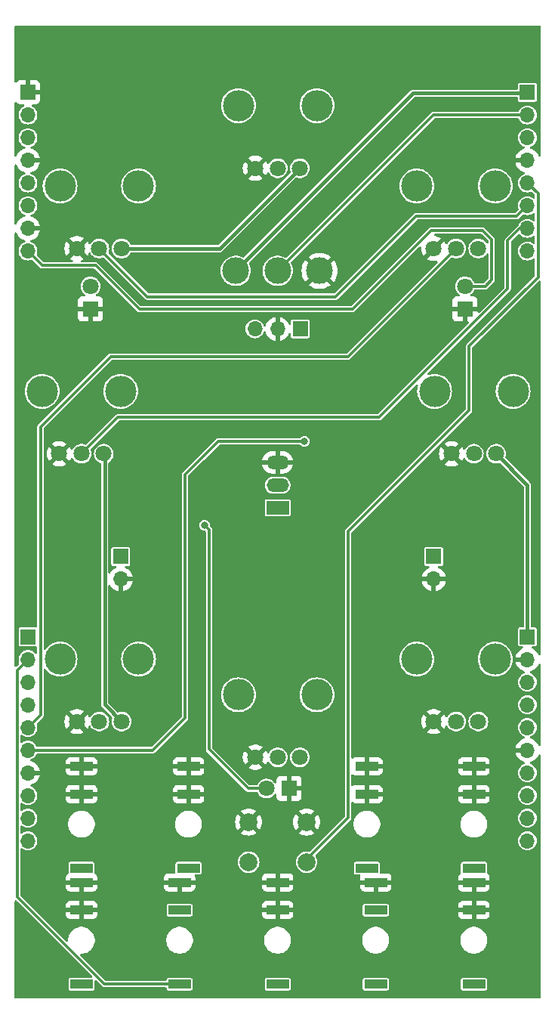
<source format=gbr>
%TF.GenerationSoftware,KiCad,Pcbnew,8.0.7*%
%TF.CreationDate,2025-01-17T12:44:41+00:00*%
%TF.ProjectId,Spectralist_Controls,53706563-7472-4616-9c69-73745f436f6e,rev?*%
%TF.SameCoordinates,Original*%
%TF.FileFunction,Copper,L2,Bot*%
%TF.FilePolarity,Positive*%
%FSLAX46Y46*%
G04 Gerber Fmt 4.6, Leading zero omitted, Abs format (unit mm)*
G04 Created by KiCad (PCBNEW 8.0.7) date 2025-01-17 12:44:41*
%MOMM*%
%LPD*%
G01*
G04 APERTURE LIST*
%TA.AperFunction,WasherPad*%
%ADD10C,3.500000*%
%TD*%
%TA.AperFunction,ComponentPad*%
%ADD11C,1.800000*%
%TD*%
%TA.AperFunction,ComponentPad*%
%ADD12R,2.500000X1.500000*%
%TD*%
%TA.AperFunction,ComponentPad*%
%ADD13O,2.500000X1.500000*%
%TD*%
%TA.AperFunction,ComponentPad*%
%ADD14R,1.800000X1.800000*%
%TD*%
%TA.AperFunction,ComponentPad*%
%ADD15R,2.500000X1.000000*%
%TD*%
%TA.AperFunction,ComponentPad*%
%ADD16R,1.700000X1.700000*%
%TD*%
%TA.AperFunction,ComponentPad*%
%ADD17O,1.700000X1.700000*%
%TD*%
%TA.AperFunction,ComponentPad*%
%ADD18C,3.000000*%
%TD*%
%TA.AperFunction,ComponentPad*%
%ADD19C,2.000000*%
%TD*%
%TA.AperFunction,ViaPad*%
%ADD20C,0.800000*%
%TD*%
%TA.AperFunction,Conductor*%
%ADD21C,0.400000*%
%TD*%
%TA.AperFunction,Conductor*%
%ADD22C,0.300000*%
%TD*%
G04 APERTURE END LIST*
D10*
%TO.P,Filter_A_Cutoff1,*%
%TO.N,*%
X105600000Y-68500000D03*
X114400000Y-68500000D03*
D11*
%TO.P,Filter_A_Cutoff1,1,1*%
%TO.N,+3.3VA*%
X112500000Y-75500000D03*
%TO.P,Filter_A_Cutoff1,2,2*%
%TO.N,/Filter_A_Pot*%
X110000000Y-75500000D03*
%TO.P,Filter_A_Cutoff1,3,3*%
%TO.N,GND*%
X107500000Y-75500000D03*
%TD*%
D10*
%TO.P,Filter_Slope_Pot1,*%
%TO.N,*%
X125600000Y-59500000D03*
X134400000Y-59500000D03*
D11*
%TO.P,Filter_Slope_Pot1,1,1*%
%TO.N,+3.3VA*%
X132500000Y-66500000D03*
%TO.P,Filter_Slope_Pot1,2,2*%
%TO.N,/Filter_Slope_Pot*%
X130000000Y-66500000D03*
%TO.P,Filter_Slope_Pot1,3,3*%
%TO.N,GND*%
X127500000Y-66500000D03*
%TD*%
D12*
%TO.P,SW1,1,A*%
%TO.N,+3.3V*%
X130000000Y-104540000D03*
D13*
%TO.P,SW1,2,B*%
%TO.N,/Harmonic_Mode*%
X130000000Y-102000000D03*
%TO.P,SW1,3,C*%
%TO.N,GND*%
X130000000Y-99460000D03*
%TD*%
D14*
%TO.P,D1,1,K*%
%TO.N,GND*%
X109000000Y-82270000D03*
D11*
%TO.P,D1,2,A*%
%TO.N,/LED_Filter_A_Out*%
X109000000Y-79730000D03*
%TD*%
D15*
%TO.P,J13,1*%
%TO.N,GND*%
X141000000Y-146520000D03*
%TO.P,J13,2*%
%TO.N,unconnected-(J13-Pad2)*%
X141000000Y-149620000D03*
%TO.P,J13,3*%
%TO.N,/Audio_Out_R*%
X141000000Y-157920000D03*
%TD*%
D10*
%TO.P,Stretch_Trim1,*%
%TO.N,*%
X125600000Y-125500000D03*
X134400000Y-125500000D03*
D11*
%TO.P,Stretch_Trim1,1,1*%
%TO.N,+3.3VA*%
X132500000Y-132500000D03*
%TO.P,Stretch_Trim1,2,2*%
%TO.N,/Harm_Stretch_Trm*%
X130000000Y-132500000D03*
%TO.P,Stretch_Trim1,3,3*%
%TO.N,GND*%
X127500000Y-132500000D03*
%TD*%
D15*
%TO.P,J10,1*%
%TO.N,GND*%
X108000000Y-146520000D03*
%TO.P,J10,2*%
X108000000Y-149620000D03*
%TO.P,J10,3*%
%TO.N,/Filter_A_CV_In*%
X108000000Y-157920000D03*
%TD*%
%TO.P,J9,1*%
%TO.N,GND*%
X140000000Y-133520000D03*
%TO.P,J9,2*%
X140000000Y-136620000D03*
%TO.P,J9,3*%
%TO.N,/Filter_Slope_CV_In*%
X140000000Y-144920000D03*
%TD*%
D10*
%TO.P,Filter_A_Trim1,*%
%TO.N,*%
X103600000Y-91500000D03*
X112400000Y-91500000D03*
D11*
%TO.P,Filter_A_Trim1,1,1*%
%TO.N,+3.3VA*%
X110500000Y-98500000D03*
%TO.P,Filter_A_Trim1,2,2*%
%TO.N,/Filter_A_Trm*%
X108000000Y-98500000D03*
%TO.P,Filter_A_Trim1,3,3*%
%TO.N,GND*%
X105500000Y-98500000D03*
%TD*%
D14*
%TO.P,D3,1,K*%
%TO.N,GND*%
X131270000Y-136000000D03*
D11*
%TO.P,D3,2,A*%
%TO.N,/LED_Oct_Out*%
X128730000Y-136000000D03*
%TD*%
D15*
%TO.P,J6,1*%
%TO.N,GND*%
X120000000Y-133520000D03*
%TO.P,J6,2*%
X120000000Y-136620000D03*
%TO.P,J6,3*%
%TO.N,/Pitch_CV_In*%
X120000000Y-144920000D03*
%TD*%
D10*
%TO.P,Filter_B_Cutoff1,*%
%TO.N,*%
X145600000Y-68500000D03*
X154400000Y-68500000D03*
D11*
%TO.P,Filter_B_Cutoff1,1,1*%
%TO.N,+3.3VA*%
X152500000Y-75500000D03*
%TO.P,Filter_B_Cutoff1,2,2*%
%TO.N,/Filter_B_Pot*%
X150000000Y-75500000D03*
%TO.P,Filter_B_Cutoff1,3,3*%
%TO.N,GND*%
X147500000Y-75500000D03*
%TD*%
D16*
%TO.P,J16,1,Pin_1*%
%TO.N,+3.3V*%
X147500000Y-110000000D03*
D17*
%TO.P,J16,2,Pin_2*%
%TO.N,GND*%
X147500000Y-112540000D03*
%TD*%
D10*
%TO.P,Filter_B_Trim1,*%
%TO.N,*%
X147600000Y-91500000D03*
X156400000Y-91500000D03*
D11*
%TO.P,Filter_B_Trim1,1,1*%
%TO.N,+3.3VA*%
X154500000Y-98500000D03*
%TO.P,Filter_B_Trim1,2,2*%
%TO.N,/Filter_B_Trm*%
X152000000Y-98500000D03*
%TO.P,Filter_B_Trim1,3,3*%
%TO.N,GND*%
X149500000Y-98500000D03*
%TD*%
D10*
%TO.P,Harmonic_Warp_Pot1,*%
%TO.N,*%
X105600000Y-121500000D03*
X114400000Y-121500000D03*
D11*
%TO.P,Harmonic_Warp_Pot1,1,1*%
%TO.N,+3.3VA*%
X112500000Y-128500000D03*
%TO.P,Harmonic_Warp_Pot1,2,2*%
%TO.N,/Harm_Warp_Pot*%
X110000000Y-128500000D03*
%TO.P,Harmonic_Warp_Pot1,3,3*%
%TO.N,GND*%
X107500000Y-128500000D03*
%TD*%
D15*
%TO.P,J5,1*%
%TO.N,GND*%
X108000000Y-133520000D03*
%TO.P,J5,2*%
X108000000Y-136620000D03*
%TO.P,J5,3*%
%TO.N,/Harm_Stretch_CV_In*%
X108000000Y-144920000D03*
%TD*%
D18*
%TO.P,SW2,1,A*%
%TO.N,+3.3V*%
X125300000Y-78000000D03*
%TO.P,SW2,2,B*%
%TO.N,/Filter_Mode*%
X130000000Y-78000000D03*
%TO.P,SW2,3,C*%
%TO.N,GND*%
X134700000Y-78000000D03*
%TD*%
D15*
%TO.P,J7,1*%
%TO.N,GND*%
X152000000Y-133520000D03*
%TO.P,J7,2*%
X152000000Y-136620000D03*
%TO.P,J7,3*%
%TO.N,/Harm_Warp_CV_In*%
X152000000Y-144920000D03*
%TD*%
D16*
%TO.P,J15,1,Pin_1*%
%TO.N,+12V*%
X112400000Y-110000000D03*
D17*
%TO.P,J15,2,Pin_2*%
%TO.N,GND*%
X112400000Y-112540000D03*
%TD*%
D15*
%TO.P,J8,1*%
%TO.N,GND*%
X130000000Y-146520000D03*
%TO.P,J8,2*%
X130000000Y-149620000D03*
%TO.P,J8,3*%
%TO.N,/Pan_CV_In*%
X130000000Y-157920000D03*
%TD*%
D19*
%TO.P,SW3,1,1*%
%TO.N,/Octave_Btn*%
X133250000Y-144250000D03*
X126750000Y-144250000D03*
%TO.P,SW3,2,2*%
%TO.N,GND*%
X133250000Y-139750000D03*
X126750000Y-139750000D03*
%TD*%
D10*
%TO.P,Harmonic_Stretch_Pot1,*%
%TO.N,*%
X145600000Y-121500000D03*
X154400000Y-121500000D03*
D11*
%TO.P,Harmonic_Stretch_Pot1,1,1*%
%TO.N,+3.3VA*%
X152500000Y-128500000D03*
%TO.P,Harmonic_Stretch_Pot1,2,2*%
%TO.N,/Harm_Stretch_Pot*%
X150000000Y-128500000D03*
%TO.P,Harmonic_Stretch_Pot1,3,3*%
%TO.N,GND*%
X147500000Y-128500000D03*
%TD*%
D16*
%TO.P,J14,1,Pin_1*%
%TO.N,/LED_SCL*%
X132525000Y-84500000D03*
D17*
%TO.P,J14,2,Pin_2*%
%TO.N,GND*%
X129985000Y-84500000D03*
%TO.P,J14,3,Pin_3*%
%TO.N,/LED_SDA*%
X127445000Y-84500000D03*
%TD*%
D14*
%TO.P,D2,1,K*%
%TO.N,GND*%
X151000000Y-82270000D03*
D11*
%TO.P,D2,2,A*%
%TO.N,/LED_Filter_B_Out*%
X151000000Y-79730000D03*
%TD*%
D15*
%TO.P,J11,1*%
%TO.N,GND*%
X152000000Y-146520000D03*
%TO.P,J11,2*%
X152000000Y-149620000D03*
%TO.P,J11,3*%
%TO.N,/Filter_B_CV_In*%
X152000000Y-157920000D03*
%TD*%
%TO.P,J12,1*%
%TO.N,GND*%
X119000000Y-146520000D03*
%TO.P,J12,2*%
%TO.N,unconnected-(J12-Pad2)*%
X119000000Y-149620000D03*
%TO.P,J12,3*%
%TO.N,/Audio_Out_L*%
X119000000Y-157920000D03*
%TD*%
D16*
%TO.P,J3,1,Pin_1*%
%TO.N,/Filter_B_Trm*%
X102000000Y-119000000D03*
D17*
%TO.P,J3,2,Pin_2*%
%TO.N,/Audio_Out_L*%
X102000000Y-121540000D03*
%TO.P,J3,3,Pin_3*%
%TO.N,GND*%
X102000000Y-124080000D03*
%TO.P,J3,4,Pin_4*%
%TO.N,/Audio_Out_R*%
X102000000Y-126620000D03*
%TO.P,J3,5,Pin_5*%
%TO.N,/Filter_B_Pot*%
X102000000Y-129160000D03*
%TO.P,J3,6,Pin_6*%
%TO.N,/Filter_Slope_Pot*%
X102000000Y-131700000D03*
%TO.P,J3,7,Pin_7*%
%TO.N,GND*%
X102000000Y-134240000D03*
%TO.P,J3,8,Pin_8*%
%TO.N,/Harm_Warp_Pot*%
X102000000Y-136780000D03*
%TO.P,J3,9,Pin_9*%
%TO.N,/Harm_Stretch_Trm*%
X102000000Y-139320000D03*
%TO.P,J3,10,Pin_10*%
%TO.N,/Harm_Stretch_Pot*%
X102000000Y-141860000D03*
%TD*%
D16*
%TO.P,J1,1,Pin_1*%
%TO.N,GND*%
X102000000Y-58000000D03*
D17*
%TO.P,J1,2,Pin_2*%
%TO.N,/LED_SCL*%
X102000000Y-60540000D03*
%TO.P,J1,3,Pin_3*%
%TO.N,/LED_SDA*%
X102000000Y-63080000D03*
%TO.P,J1,4,Pin_4*%
%TO.N,GND*%
X102000000Y-65620000D03*
%TO.P,J1,5,Pin_5*%
%TO.N,/LED_Filter_A_Out*%
X102000000Y-68160000D03*
%TO.P,J1,6,Pin_6*%
%TO.N,/LED_Oct_Out*%
X102000000Y-70700000D03*
%TO.P,J1,7,Pin_7*%
%TO.N,GND*%
X102000000Y-73240000D03*
%TO.P,J1,8,Pin_8*%
%TO.N,/LED_Filter_B_Out*%
X102000000Y-75780000D03*
%TD*%
D16*
%TO.P,J4,1,Pin_1*%
%TO.N,+3.3VA*%
X158000000Y-119000000D03*
D17*
%TO.P,J4,2,Pin_2*%
%TO.N,GND*%
X158000000Y-121540000D03*
%TO.P,J4,3,Pin_3*%
%TO.N,/Harm_Stretch_CV_In*%
X158000000Y-124080000D03*
%TO.P,J4,4,Pin_4*%
%TO.N,/Pitch_CV_In*%
X158000000Y-126620000D03*
%TO.P,J4,5,Pin_5*%
%TO.N,/Filter_Slope_CV_In*%
X158000000Y-129160000D03*
%TO.P,J4,6,Pin_6*%
%TO.N,GND*%
X158000000Y-131700000D03*
%TO.P,J4,7,Pin_7*%
%TO.N,/Filter_A_CV_In*%
X158000000Y-134240000D03*
%TO.P,J4,8,Pin_8*%
%TO.N,/Harm_Warp_CV_In*%
X158000000Y-136780000D03*
%TO.P,J4,9,Pin_9*%
%TO.N,/Pan_CV_In*%
X158000000Y-139320000D03*
%TO.P,J4,10,Pin_10*%
%TO.N,/Filter_B_CV_In*%
X158000000Y-141860000D03*
%TD*%
D16*
%TO.P,J2,1,Pin_1*%
%TO.N,+3.3V*%
X158000000Y-58000000D03*
D17*
%TO.P,J2,2,Pin_2*%
%TO.N,/Filter_Mode*%
X158000000Y-60540000D03*
%TO.P,J2,3,Pin_3*%
%TO.N,/Harmonic_Mode*%
X158000000Y-63080000D03*
%TO.P,J2,4,Pin_4*%
%TO.N,GND*%
X158000000Y-65620000D03*
%TO.P,J2,5,Pin_5*%
%TO.N,/Octave_Btn*%
X158000000Y-68160000D03*
%TO.P,J2,6,Pin_6*%
%TO.N,/Filter_A_Pot*%
X158000000Y-70700000D03*
%TO.P,J2,7,Pin_7*%
%TO.N,/Filter_A_Trm*%
X158000000Y-73240000D03*
%TO.P,J2,8,Pin_8*%
%TO.N,+12V*%
X158000000Y-75780000D03*
%TD*%
D20*
%TO.N,GND*%
X149900000Y-108000000D03*
X156900000Y-125400000D03*
X155900000Y-59400000D03*
X128500000Y-79900000D03*
X141200000Y-77900000D03*
X123600000Y-84000000D03*
X123700000Y-105500000D03*
X124500000Y-69600000D03*
X156700000Y-79900000D03*
X132600000Y-157900000D03*
X101700000Y-107900000D03*
X158900000Y-144100000D03*
X120900000Y-113100000D03*
X111600000Y-156500000D03*
X142200000Y-139400000D03*
X142900000Y-108600000D03*
X103600000Y-61700000D03*
X122300000Y-79400000D03*
X131800000Y-95800000D03*
X157900000Y-158300000D03*
X156500000Y-144300000D03*
X155000000Y-73200000D03*
%TO.N,/Filter_Slope_Pot*%
X133000000Y-97100000D03*
%TO.N,/LED_Oct_Out*%
X121800000Y-106500000D03*
%TD*%
D21*
%TO.N,+3.3VA*%
X110600000Y-126600000D02*
X112500000Y-128500000D01*
X123500000Y-75500000D02*
X112500000Y-75500000D01*
X110500000Y-98500000D02*
X110600000Y-98600000D01*
X110600000Y-98600000D02*
X110600000Y-126600000D01*
X132500000Y-66500000D02*
X123500000Y-75500000D01*
X158000000Y-102000000D02*
X158000000Y-119000000D01*
X154500000Y-98500000D02*
X158000000Y-102000000D01*
%TO.N,+3.3V*%
X125300000Y-78000000D02*
X145200000Y-58100000D01*
X157900000Y-58100000D02*
X158000000Y-58000000D01*
X145200000Y-58100000D02*
X157900000Y-58100000D01*
D22*
%TO.N,/Octave_Btn*%
X159200000Y-69360000D02*
X158000000Y-68160000D01*
X151450000Y-86450000D02*
X159200000Y-78700000D01*
X133250000Y-143950000D02*
X137900000Y-139300000D01*
X137900000Y-107200000D02*
X151450000Y-93650000D01*
X133250000Y-144250000D02*
X133250000Y-143950000D01*
X137900000Y-139300000D02*
X137900000Y-107200000D01*
X151450000Y-93650000D02*
X151450000Y-86450000D01*
X159200000Y-78700000D02*
X159200000Y-69360000D01*
%TO.N,/Filter_Slope_Pot*%
X119600000Y-128100000D02*
X119600000Y-100800000D01*
X123300000Y-97100000D02*
X133000000Y-97100000D01*
X119600000Y-100800000D02*
X123300000Y-97100000D01*
X116000000Y-131700000D02*
X119600000Y-128100000D01*
X102000000Y-131700000D02*
X116000000Y-131700000D01*
%TO.N,/Filter_A_Trm*%
X155800000Y-80000000D02*
X141400000Y-94400000D01*
X155800000Y-74600000D02*
X155800000Y-80000000D01*
X157160000Y-73240000D02*
X155800000Y-74600000D01*
X158000000Y-73240000D02*
X157160000Y-73240000D01*
X141400000Y-94400000D02*
X112100000Y-94400000D01*
X112100000Y-94400000D02*
X108000000Y-98500000D01*
%TO.N,/Filter_B_Pot*%
X103400000Y-127760000D02*
X103400000Y-95500000D01*
X103400000Y-95500000D02*
X111300000Y-87600000D01*
X111300000Y-87600000D02*
X137900000Y-87600000D01*
X102000000Y-129160000D02*
X103400000Y-127760000D01*
X137900000Y-87600000D02*
X150000000Y-75500000D01*
%TO.N,/Filter_Mode*%
X158000000Y-60540000D02*
X147460000Y-60540000D01*
X147460000Y-60540000D02*
X130000000Y-78000000D01*
%TO.N,/Filter_A_Pot*%
X145500000Y-71900000D02*
X156800000Y-71900000D01*
X136500000Y-80900000D02*
X145500000Y-71900000D01*
X110000000Y-75500000D02*
X115400000Y-80900000D01*
X156800000Y-71900000D02*
X158000000Y-70700000D01*
X115400000Y-80900000D02*
X136500000Y-80900000D01*
%TO.N,/Audio_Out_L*%
X100800000Y-122740000D02*
X100800000Y-148133452D01*
X102000000Y-121540000D02*
X100800000Y-122740000D01*
X100800000Y-148133452D02*
X110586548Y-157920000D01*
X110586548Y-157920000D02*
X119000000Y-157920000D01*
%TO.N,/LED_Filter_B_Out*%
X153000000Y-73500000D02*
X154000000Y-74500000D01*
X103620000Y-77400000D02*
X109600000Y-77400000D01*
X147199999Y-73500000D02*
X153000000Y-73500000D01*
X102000000Y-75780000D02*
X103620000Y-77400000D01*
X114500000Y-82300000D02*
X138399999Y-82300000D01*
X109600000Y-77400000D02*
X114500000Y-82300000D01*
X138399999Y-82300000D02*
X147199999Y-73500000D01*
X154000000Y-74500000D02*
X154000000Y-79000000D01*
X153270000Y-79730000D02*
X151000000Y-79730000D01*
X154000000Y-79000000D02*
X153270000Y-79730000D01*
%TO.N,/LED_Oct_Out*%
X128730000Y-136000000D02*
X126700000Y-136000000D01*
X126700000Y-136000000D02*
X122300000Y-131600000D01*
X122300000Y-131600000D02*
X122300000Y-107000000D01*
X122300000Y-107000000D02*
X121800000Y-106500000D01*
%TD*%
%TA.AperFunction,Conductor*%
%TO.N,GND*%
G36*
X152870749Y-73870502D02*
G01*
X152891723Y-73887405D01*
X153612595Y-74608277D01*
X153646621Y-74670589D01*
X153649500Y-74697372D01*
X153649500Y-74820101D01*
X153629498Y-74888222D01*
X153575842Y-74934715D01*
X153505568Y-74944819D01*
X153440988Y-74915325D01*
X153422950Y-74896033D01*
X153316765Y-74755421D01*
X153166040Y-74618018D01*
X153166039Y-74618017D01*
X152992648Y-74510658D01*
X152992641Y-74510654D01*
X152992637Y-74510652D01*
X152874038Y-74464707D01*
X152802457Y-74436976D01*
X152735629Y-74424484D01*
X152601976Y-74399500D01*
X152398024Y-74399500D01*
X152297784Y-74418238D01*
X152197542Y-74436976D01*
X152066137Y-74487883D01*
X152007363Y-74510652D01*
X152007362Y-74510652D01*
X152007361Y-74510653D01*
X152007351Y-74510658D01*
X151833960Y-74618017D01*
X151833959Y-74618018D01*
X151683234Y-74755421D01*
X151560329Y-74918175D01*
X151469416Y-75100754D01*
X151413603Y-75296915D01*
X151394785Y-75500000D01*
X151413603Y-75703084D01*
X151469416Y-75899245D01*
X151469417Y-75899247D01*
X151469418Y-75899250D01*
X151560327Y-76081821D01*
X151560328Y-76081822D01*
X151560329Y-76081824D01*
X151683234Y-76244578D01*
X151833959Y-76381981D01*
X151833960Y-76381982D01*
X152007351Y-76489341D01*
X152007354Y-76489342D01*
X152007363Y-76489348D01*
X152197544Y-76563024D01*
X152398024Y-76600500D01*
X152398026Y-76600500D01*
X152601974Y-76600500D01*
X152601976Y-76600500D01*
X152802456Y-76563024D01*
X152992637Y-76489348D01*
X153166041Y-76381981D01*
X153316764Y-76244579D01*
X153371249Y-76172430D01*
X153422950Y-76103966D01*
X153479963Y-76061659D01*
X153550800Y-76056891D01*
X153612969Y-76091177D01*
X153646732Y-76153632D01*
X153649500Y-76179898D01*
X153649500Y-78802628D01*
X153629498Y-78870749D01*
X153612595Y-78891723D01*
X153161723Y-79342595D01*
X153099411Y-79376621D01*
X153072628Y-79379500D01*
X152132872Y-79379500D01*
X152064751Y-79359498D01*
X152020083Y-79309665D01*
X151939673Y-79148179D01*
X151862620Y-79046144D01*
X151816765Y-78985421D01*
X151666040Y-78848018D01*
X151666039Y-78848017D01*
X151492648Y-78740658D01*
X151492641Y-78740654D01*
X151492637Y-78740652D01*
X151376133Y-78695518D01*
X151302457Y-78666976D01*
X151235629Y-78654484D01*
X151101976Y-78629500D01*
X150898024Y-78629500D01*
X150797784Y-78648238D01*
X150697542Y-78666976D01*
X150564557Y-78718495D01*
X150507363Y-78740652D01*
X150507362Y-78740652D01*
X150507361Y-78740653D01*
X150507351Y-78740658D01*
X150333960Y-78848017D01*
X150333959Y-78848018D01*
X150183234Y-78985421D01*
X150060329Y-79148175D01*
X149969416Y-79330754D01*
X149913603Y-79526915D01*
X149894785Y-79730000D01*
X149913603Y-79933084D01*
X149969416Y-80129245D01*
X149969417Y-80129247D01*
X149969418Y-80129250D01*
X150060327Y-80311821D01*
X150060328Y-80311822D01*
X150060329Y-80311824D01*
X150183234Y-80474578D01*
X150333957Y-80611980D01*
X150361240Y-80628873D01*
X150408627Y-80681740D01*
X150419910Y-80751834D01*
X150391506Y-80816901D01*
X150332433Y-80856283D01*
X150294909Y-80862000D01*
X150051402Y-80862000D01*
X149990906Y-80868505D01*
X149854035Y-80919555D01*
X149854034Y-80919555D01*
X149737095Y-81007095D01*
X149649555Y-81124034D01*
X149649555Y-81124035D01*
X149598505Y-81260906D01*
X149592000Y-81321402D01*
X149592000Y-82016000D01*
X150627032Y-82016000D01*
X150580667Y-82096306D01*
X150550000Y-82210756D01*
X150550000Y-82329244D01*
X150580667Y-82443694D01*
X150627032Y-82524000D01*
X149592000Y-82524000D01*
X149592000Y-83218597D01*
X149598505Y-83279093D01*
X149649555Y-83415964D01*
X149649555Y-83415965D01*
X149737095Y-83532904D01*
X149854034Y-83620444D01*
X149990906Y-83671494D01*
X150051402Y-83677999D01*
X150051415Y-83678000D01*
X150746000Y-83678000D01*
X150746000Y-82642968D01*
X150826306Y-82689333D01*
X150940756Y-82720000D01*
X151059244Y-82720000D01*
X151173694Y-82689333D01*
X151254000Y-82642968D01*
X151254000Y-83678000D01*
X151322128Y-83678000D01*
X151390249Y-83698002D01*
X151436742Y-83751658D01*
X151446846Y-83821932D01*
X151417352Y-83886512D01*
X151411223Y-83893095D01*
X141291723Y-94012595D01*
X141229411Y-94046621D01*
X141202628Y-94049500D01*
X112053856Y-94049500D01*
X111999297Y-94064118D01*
X111964707Y-94073387D01*
X111884791Y-94119527D01*
X111884781Y-94119535D01*
X108551432Y-97452884D01*
X108489120Y-97486910D01*
X108418304Y-97481845D01*
X108416821Y-97481281D01*
X108302457Y-97436976D01*
X108235629Y-97424484D01*
X108101976Y-97399500D01*
X107898024Y-97399500D01*
X107797784Y-97418238D01*
X107697542Y-97436976D01*
X107567371Y-97487405D01*
X107507363Y-97510652D01*
X107507362Y-97510652D01*
X107507361Y-97510653D01*
X107507351Y-97510658D01*
X107333960Y-97618017D01*
X107333959Y-97618018D01*
X107183234Y-97755421D01*
X107060328Y-97918176D01*
X107060327Y-97918177D01*
X107032523Y-97974016D01*
X106984253Y-98026079D01*
X106915499Y-98043781D01*
X106848089Y-98021501D01*
X106804345Y-97968465D01*
X106742544Y-97827572D01*
X106742540Y-97827566D01*
X106659202Y-97700007D01*
X105984157Y-98375051D01*
X105965925Y-98307007D01*
X105900099Y-98192993D01*
X105807007Y-98099901D01*
X105692993Y-98034075D01*
X105624947Y-98015841D01*
X106301318Y-97339470D01*
X106272743Y-97317229D01*
X106272741Y-97317228D01*
X106067525Y-97206172D01*
X106067522Y-97206170D01*
X105846832Y-97130407D01*
X105846823Y-97130405D01*
X105616666Y-97092000D01*
X105383334Y-97092000D01*
X105153176Y-97130405D01*
X105153167Y-97130407D01*
X104932477Y-97206170D01*
X104932474Y-97206172D01*
X104727259Y-97317227D01*
X104698681Y-97339470D01*
X104698680Y-97339470D01*
X105375052Y-98015842D01*
X105307007Y-98034075D01*
X105192993Y-98099901D01*
X105099901Y-98192993D01*
X105034075Y-98307007D01*
X105015842Y-98375052D01*
X104340796Y-97700006D01*
X104340795Y-97700007D01*
X104257461Y-97827560D01*
X104257454Y-97827574D01*
X104163726Y-98041252D01*
X104163724Y-98041256D01*
X104106444Y-98267450D01*
X104087174Y-98500000D01*
X104106444Y-98732549D01*
X104163724Y-98958743D01*
X104163726Y-98958747D01*
X104257454Y-99172425D01*
X104257461Y-99172439D01*
X104340795Y-99299991D01*
X104340796Y-99299991D01*
X105015841Y-98624946D01*
X105034075Y-98692993D01*
X105099901Y-98807007D01*
X105192993Y-98900099D01*
X105307007Y-98965925D01*
X105375051Y-98984157D01*
X104698680Y-99660528D01*
X104698681Y-99660529D01*
X104727249Y-99682765D01*
X104727258Y-99682771D01*
X104932474Y-99793827D01*
X104932477Y-99793829D01*
X105153167Y-99869592D01*
X105153176Y-99869594D01*
X105383334Y-99908000D01*
X105616666Y-99908000D01*
X105846823Y-99869594D01*
X105846832Y-99869592D01*
X106067522Y-99793829D01*
X106067525Y-99793827D01*
X106272738Y-99682772D01*
X106301317Y-99660528D01*
X105624947Y-98984158D01*
X105692993Y-98965925D01*
X105807007Y-98900099D01*
X105900099Y-98807007D01*
X105965925Y-98692993D01*
X105984158Y-98624947D01*
X106659203Y-99299991D01*
X106742542Y-99172430D01*
X106804345Y-99031534D01*
X106850026Y-98977185D01*
X106917839Y-98956161D01*
X106986252Y-98975137D01*
X107032523Y-99025984D01*
X107060325Y-99081818D01*
X107060328Y-99081823D01*
X107183234Y-99244578D01*
X107333959Y-99381981D01*
X107333960Y-99381982D01*
X107507351Y-99489341D01*
X107507354Y-99489342D01*
X107507363Y-99489348D01*
X107697544Y-99563024D01*
X107898024Y-99600500D01*
X107898026Y-99600500D01*
X108101974Y-99600500D01*
X108101976Y-99600500D01*
X108302456Y-99563024D01*
X108492637Y-99489348D01*
X108666041Y-99381981D01*
X108816764Y-99244579D01*
X108939673Y-99081821D01*
X109030582Y-98899250D01*
X109086397Y-98703083D01*
X109105215Y-98500000D01*
X109394785Y-98500000D01*
X109413603Y-98703084D01*
X109469416Y-98899245D01*
X109469417Y-98899247D01*
X109469418Y-98899250D01*
X109560327Y-99081821D01*
X109560328Y-99081822D01*
X109560329Y-99081824D01*
X109683234Y-99244578D01*
X109833959Y-99381981D01*
X109833960Y-99381982D01*
X110007351Y-99489341D01*
X110007355Y-99489343D01*
X110007363Y-99489348D01*
X110007367Y-99489349D01*
X110007370Y-99489351D01*
X110119016Y-99532603D01*
X110175312Y-99575862D01*
X110199282Y-99642690D01*
X110199500Y-99650094D01*
X110199500Y-126547273D01*
X110199500Y-126652727D01*
X110226793Y-126754588D01*
X110226794Y-126754590D01*
X110226795Y-126754592D01*
X110279517Y-126845909D01*
X110279525Y-126845919D01*
X111431443Y-127997836D01*
X111465468Y-128060148D01*
X111463538Y-128121412D01*
X111413603Y-128296913D01*
X111394785Y-128500000D01*
X111413603Y-128703084D01*
X111469416Y-128899245D01*
X111469417Y-128899247D01*
X111469418Y-128899250D01*
X111560327Y-129081821D01*
X111560328Y-129081822D01*
X111560329Y-129081824D01*
X111683234Y-129244578D01*
X111833959Y-129381981D01*
X111833960Y-129381982D01*
X112007351Y-129489341D01*
X112007354Y-129489342D01*
X112007363Y-129489348D01*
X112197544Y-129563024D01*
X112398024Y-129600500D01*
X112398026Y-129600500D01*
X112601974Y-129600500D01*
X112601976Y-129600500D01*
X112802456Y-129563024D01*
X112992637Y-129489348D01*
X113166041Y-129381981D01*
X113316764Y-129244579D01*
X113439673Y-129081821D01*
X113530582Y-128899250D01*
X113586397Y-128703083D01*
X113605215Y-128500000D01*
X113586397Y-128296917D01*
X113530582Y-128100750D01*
X113439673Y-127918179D01*
X113439670Y-127918175D01*
X113316765Y-127755421D01*
X113166040Y-127618018D01*
X113166039Y-127618017D01*
X112992648Y-127510658D01*
X112992641Y-127510654D01*
X112992637Y-127510652D01*
X112850226Y-127455482D01*
X112802457Y-127436976D01*
X112730317Y-127423491D01*
X112601976Y-127399500D01*
X112398024Y-127399500D01*
X112197544Y-127436976D01*
X112197542Y-127436976D01*
X112197540Y-127436977D01*
X112134142Y-127461537D01*
X112063396Y-127467493D01*
X112000660Y-127434255D01*
X111999616Y-127433224D01*
X111037402Y-126471009D01*
X111003379Y-126408700D01*
X111000500Y-126381917D01*
X111000500Y-121500000D01*
X112444518Y-121500000D01*
X112464421Y-121778290D01*
X112523728Y-122050921D01*
X112523729Y-122050923D01*
X112611560Y-122286409D01*
X112621231Y-122312336D01*
X112621232Y-122312340D01*
X112749947Y-122548062D01*
X112754944Y-122557213D01*
X112881545Y-122726333D01*
X112922146Y-122780569D01*
X112922154Y-122780578D01*
X113119421Y-122977845D01*
X113119430Y-122977853D01*
X113119432Y-122977855D01*
X113342787Y-123145056D01*
X113587663Y-123278769D01*
X113849077Y-123376271D01*
X114121706Y-123435578D01*
X114400000Y-123455482D01*
X114678294Y-123435578D01*
X114950923Y-123376271D01*
X115212337Y-123278769D01*
X115457213Y-123145056D01*
X115680568Y-122977855D01*
X115877855Y-122780568D01*
X116045056Y-122557213D01*
X116178769Y-122312337D01*
X116276271Y-122050923D01*
X116335578Y-121778294D01*
X116355482Y-121500000D01*
X116335578Y-121221706D01*
X116276271Y-120949077D01*
X116178769Y-120687663D01*
X116045056Y-120442787D01*
X115877855Y-120219432D01*
X115877853Y-120219430D01*
X115877845Y-120219421D01*
X115680578Y-120022154D01*
X115680569Y-120022146D01*
X115643706Y-119994551D01*
X115457213Y-119854944D01*
X115457211Y-119854943D01*
X115457210Y-119854942D01*
X115212340Y-119721232D01*
X115212337Y-119721231D01*
X115056834Y-119663231D01*
X114950921Y-119623728D01*
X114678290Y-119564421D01*
X114400000Y-119544518D01*
X114121709Y-119564421D01*
X113849078Y-119623728D01*
X113587663Y-119721231D01*
X113587659Y-119721232D01*
X113342789Y-119854942D01*
X113119430Y-120022146D01*
X113119421Y-120022154D01*
X112922154Y-120219421D01*
X112922146Y-120219430D01*
X112754942Y-120442789D01*
X112621232Y-120687659D01*
X112621231Y-120687663D01*
X112523728Y-120949078D01*
X112464421Y-121221709D01*
X112444518Y-121500000D01*
X111000500Y-121500000D01*
X111000500Y-113303999D01*
X111020502Y-113235878D01*
X111074158Y-113189385D01*
X111144432Y-113179281D01*
X111209012Y-113208775D01*
X111231983Y-113235084D01*
X111324672Y-113376955D01*
X111477097Y-113542534D01*
X111654698Y-113680767D01*
X111654699Y-113680768D01*
X111852628Y-113787882D01*
X111852630Y-113787883D01*
X112065483Y-113860955D01*
X112065492Y-113860957D01*
X112146000Y-113874391D01*
X112146000Y-112970702D01*
X112207007Y-113005925D01*
X112334174Y-113040000D01*
X112465826Y-113040000D01*
X112592993Y-113005925D01*
X112654000Y-112970702D01*
X112654000Y-113874390D01*
X112734507Y-113860957D01*
X112734516Y-113860955D01*
X112947369Y-113787883D01*
X112947371Y-113787882D01*
X113145300Y-113680768D01*
X113145301Y-113680767D01*
X113322902Y-113542534D01*
X113475325Y-113376958D01*
X113598419Y-113188548D01*
X113688820Y-112982456D01*
X113688823Y-112982449D01*
X113736544Y-112794000D01*
X112830703Y-112794000D01*
X112865925Y-112732993D01*
X112900000Y-112605826D01*
X112900000Y-112474174D01*
X112865925Y-112347007D01*
X112830703Y-112286000D01*
X113736544Y-112286000D01*
X113736544Y-112285999D01*
X113688823Y-112097550D01*
X113688820Y-112097543D01*
X113598419Y-111891451D01*
X113475325Y-111703041D01*
X113322902Y-111537465D01*
X113145301Y-111399232D01*
X113145300Y-111399231D01*
X112947371Y-111292118D01*
X112946845Y-111291887D01*
X112946664Y-111291735D01*
X112942789Y-111289638D01*
X112943220Y-111288840D01*
X112892497Y-111246205D01*
X112871474Y-111178392D01*
X112890451Y-111109979D01*
X112943402Y-111062685D01*
X112997460Y-111050500D01*
X113269747Y-111050500D01*
X113269748Y-111050500D01*
X113328231Y-111038867D01*
X113394552Y-110994552D01*
X113438867Y-110928231D01*
X113450500Y-110869748D01*
X113450500Y-109130252D01*
X113438867Y-109071769D01*
X113394552Y-109005448D01*
X113328231Y-108961133D01*
X113328228Y-108961132D01*
X113269750Y-108949500D01*
X113269748Y-108949500D01*
X111530252Y-108949500D01*
X111530249Y-108949500D01*
X111471771Y-108961132D01*
X111471768Y-108961133D01*
X111405448Y-109005448D01*
X111361133Y-109071768D01*
X111361132Y-109071771D01*
X111349500Y-109130249D01*
X111349500Y-109130252D01*
X111349500Y-110869748D01*
X111361133Y-110928231D01*
X111405448Y-110994552D01*
X111471769Y-111038867D01*
X111530252Y-111050500D01*
X111530253Y-111050500D01*
X111802540Y-111050500D01*
X111870661Y-111070502D01*
X111917154Y-111124158D01*
X111927258Y-111194432D01*
X111897764Y-111259012D01*
X111856924Y-111289108D01*
X111857211Y-111289638D01*
X111853430Y-111291683D01*
X111853155Y-111291887D01*
X111852628Y-111292118D01*
X111654699Y-111399231D01*
X111654698Y-111399232D01*
X111477097Y-111537465D01*
X111324674Y-111703042D01*
X111231983Y-111844916D01*
X111177979Y-111891004D01*
X111107631Y-111900579D01*
X111043274Y-111870601D01*
X111005340Y-111810588D01*
X111000500Y-111776000D01*
X111000500Y-99554661D01*
X111020502Y-99486540D01*
X111060170Y-99447534D01*
X111166039Y-99381982D01*
X111166038Y-99381982D01*
X111166041Y-99381981D01*
X111316764Y-99244579D01*
X111439673Y-99081821D01*
X111530582Y-98899250D01*
X111586397Y-98703083D01*
X111605215Y-98500000D01*
X111586397Y-98296917D01*
X111530582Y-98100750D01*
X111439673Y-97918179D01*
X111439670Y-97918175D01*
X111316765Y-97755421D01*
X111166040Y-97618018D01*
X111166039Y-97618017D01*
X110992648Y-97510658D01*
X110992641Y-97510654D01*
X110992637Y-97510652D01*
X110876133Y-97465518D01*
X110802457Y-97436976D01*
X110735629Y-97424484D01*
X110601976Y-97399500D01*
X110398024Y-97399500D01*
X110297784Y-97418238D01*
X110197542Y-97436976D01*
X110067371Y-97487405D01*
X110007363Y-97510652D01*
X110007362Y-97510652D01*
X110007361Y-97510653D01*
X110007351Y-97510658D01*
X109833960Y-97618017D01*
X109833959Y-97618018D01*
X109683234Y-97755421D01*
X109560329Y-97918175D01*
X109469416Y-98100754D01*
X109413603Y-98296915D01*
X109394785Y-98500000D01*
X109105215Y-98500000D01*
X109086397Y-98296917D01*
X109030582Y-98100750D01*
X109030159Y-98099901D01*
X109025899Y-98091345D01*
X109013439Y-98021450D01*
X109040746Y-97955915D01*
X109049584Y-97946096D01*
X112208277Y-94787405D01*
X112270589Y-94753379D01*
X112297372Y-94750500D01*
X141446142Y-94750500D01*
X141446144Y-94750500D01*
X141535288Y-94726614D01*
X141535291Y-94726612D01*
X141535292Y-94726612D01*
X141575250Y-94703542D01*
X141615212Y-94680470D01*
X145538496Y-90757185D01*
X145600807Y-90723161D01*
X145671622Y-90728225D01*
X145728458Y-90770772D01*
X145753269Y-90837292D01*
X145745646Y-90890311D01*
X145723730Y-90949072D01*
X145664421Y-91221709D01*
X145644518Y-91500000D01*
X145664421Y-91778290D01*
X145723728Y-92050921D01*
X145821231Y-92312336D01*
X145821232Y-92312340D01*
X145954942Y-92557210D01*
X146122146Y-92780569D01*
X146122154Y-92780578D01*
X146319421Y-92977845D01*
X146319430Y-92977853D01*
X146319432Y-92977855D01*
X146542787Y-93145056D01*
X146787663Y-93278769D01*
X147049077Y-93376271D01*
X147321706Y-93435578D01*
X147600000Y-93455482D01*
X147878294Y-93435578D01*
X148150923Y-93376271D01*
X148412337Y-93278769D01*
X148657213Y-93145056D01*
X148880568Y-92977855D01*
X149077855Y-92780568D01*
X149245056Y-92557213D01*
X149378769Y-92312337D01*
X149476271Y-92050923D01*
X149535578Y-91778294D01*
X149555482Y-91500000D01*
X149535578Y-91221706D01*
X149476271Y-90949077D01*
X149378769Y-90687663D01*
X149245056Y-90442787D01*
X149077855Y-90219432D01*
X149077853Y-90219430D01*
X149077845Y-90219421D01*
X148880578Y-90022154D01*
X148880569Y-90022146D01*
X148657210Y-89854942D01*
X148412340Y-89721232D01*
X148412337Y-89721231D01*
X148150926Y-89623730D01*
X148150921Y-89623728D01*
X147878290Y-89564421D01*
X147600000Y-89544518D01*
X147321709Y-89564421D01*
X147049072Y-89623730D01*
X146990311Y-89645646D01*
X146919495Y-89650710D01*
X146857184Y-89616684D01*
X146823160Y-89554371D01*
X146828226Y-89483555D01*
X146857184Y-89438496D01*
X156080469Y-80215212D01*
X156126614Y-80135288D01*
X156141294Y-80080500D01*
X156150500Y-80046144D01*
X156150500Y-74797372D01*
X156170502Y-74729251D01*
X156187400Y-74708281D01*
X157000086Y-73895594D01*
X157062397Y-73861571D01*
X157133212Y-73866635D01*
X157186579Y-73904757D01*
X157214096Y-73938286D01*
X157253590Y-73986410D01*
X157413550Y-74117685D01*
X157596046Y-74215232D01*
X157794066Y-74275300D01*
X157794070Y-74275300D01*
X157794072Y-74275301D01*
X157999997Y-74295583D01*
X158000000Y-74295583D01*
X158000003Y-74295583D01*
X158205927Y-74275301D01*
X158205928Y-74275300D01*
X158205934Y-74275300D01*
X158403954Y-74215232D01*
X158586450Y-74117685D01*
X158643569Y-74070808D01*
X158708913Y-74043056D01*
X158778892Y-74055038D01*
X158831283Y-74102950D01*
X158849500Y-74168209D01*
X158849500Y-74851790D01*
X158829498Y-74919911D01*
X158775842Y-74966404D01*
X158705568Y-74976508D01*
X158643568Y-74949190D01*
X158586450Y-74902315D01*
X158586448Y-74902314D01*
X158586447Y-74902313D01*
X158403954Y-74804768D01*
X158363106Y-74792377D01*
X158205934Y-74744700D01*
X158205933Y-74744699D01*
X158205927Y-74744698D01*
X158000003Y-74724417D01*
X157999997Y-74724417D01*
X157794072Y-74744698D01*
X157596045Y-74804768D01*
X157413552Y-74902313D01*
X157253590Y-75033590D01*
X157122313Y-75193552D01*
X157024768Y-75376045D01*
X156964698Y-75574072D01*
X156944417Y-75779996D01*
X156944417Y-75780003D01*
X156964698Y-75985927D01*
X156964699Y-75985933D01*
X156964700Y-75985934D01*
X156985321Y-76053912D01*
X157024768Y-76183954D01*
X157106833Y-76337487D01*
X157122315Y-76366450D01*
X157253590Y-76526410D01*
X157413550Y-76657685D01*
X157596046Y-76755232D01*
X157794066Y-76815300D01*
X157794070Y-76815300D01*
X157794072Y-76815301D01*
X157999997Y-76835583D01*
X158000000Y-76835583D01*
X158000003Y-76835583D01*
X158205927Y-76815301D01*
X158205928Y-76815300D01*
X158205934Y-76815300D01*
X158403954Y-76755232D01*
X158586450Y-76657685D01*
X158643569Y-76610808D01*
X158708913Y-76583056D01*
X158778892Y-76595038D01*
X158831283Y-76642950D01*
X158849500Y-76708209D01*
X158849500Y-78502627D01*
X158829498Y-78570748D01*
X158812595Y-78591722D01*
X151169535Y-86234781D01*
X151169527Y-86234791D01*
X151123387Y-86314707D01*
X151099500Y-86403857D01*
X151099500Y-93452627D01*
X151079498Y-93520748D01*
X151062595Y-93541722D01*
X137619536Y-106984780D01*
X137619531Y-106984787D01*
X137619530Y-106984788D01*
X137596582Y-107024536D01*
X137596581Y-107024535D01*
X137573388Y-107064707D01*
X137573386Y-107064711D01*
X137549500Y-107153857D01*
X137549500Y-139102627D01*
X137529498Y-139170748D01*
X137512595Y-139191722D01*
X133655544Y-143048772D01*
X133593232Y-143082798D01*
X133543297Y-143083532D01*
X133488372Y-143073264D01*
X133361243Y-143049500D01*
X133138757Y-143049500D01*
X132997674Y-143075873D01*
X132920053Y-143090383D01*
X132712603Y-143170751D01*
X132712587Y-143170759D01*
X132523439Y-143287874D01*
X132523438Y-143287875D01*
X132359017Y-143437764D01*
X132224942Y-143615310D01*
X132224938Y-143615315D01*
X132125774Y-143814462D01*
X132125768Y-143814479D01*
X132064885Y-144028460D01*
X132044357Y-144250000D01*
X132064885Y-144471539D01*
X132125768Y-144685520D01*
X132125774Y-144685537D01*
X132224938Y-144884684D01*
X132224942Y-144884689D01*
X132359017Y-145062235D01*
X132523438Y-145212124D01*
X132523439Y-145212125D01*
X132712587Y-145329240D01*
X132712590Y-145329241D01*
X132712599Y-145329247D01*
X132802989Y-145364264D01*
X132920053Y-145409616D01*
X132920056Y-145409616D01*
X132920060Y-145409618D01*
X133138757Y-145450500D01*
X133138760Y-145450500D01*
X133361240Y-145450500D01*
X133361243Y-145450500D01*
X133579940Y-145409618D01*
X133579944Y-145409616D01*
X133579946Y-145409616D01*
X133640905Y-145386000D01*
X133787401Y-145329247D01*
X133976562Y-145212124D01*
X134140981Y-145062236D01*
X134275058Y-144884689D01*
X134275059Y-144884685D01*
X134275061Y-144884684D01*
X134374225Y-144685537D01*
X134374226Y-144685533D01*
X134374229Y-144685528D01*
X134435115Y-144471536D01*
X134441721Y-144400249D01*
X138549500Y-144400249D01*
X138549500Y-145439750D01*
X138551638Y-145450500D01*
X138561133Y-145498231D01*
X138605448Y-145564552D01*
X138671769Y-145608867D01*
X138730252Y-145620500D01*
X138730253Y-145620500D01*
X139175347Y-145620500D01*
X139243468Y-145640502D01*
X139289961Y-145694158D01*
X139300065Y-145764432D01*
X139293403Y-145790533D01*
X139248505Y-145910907D01*
X139242000Y-145971402D01*
X139242000Y-146266000D01*
X142758000Y-146266000D01*
X142758000Y-145971414D01*
X142757999Y-145971402D01*
X150242000Y-145971402D01*
X150242000Y-146266000D01*
X153758000Y-146266000D01*
X153758000Y-145971414D01*
X153757999Y-145971402D01*
X153751494Y-145910906D01*
X153700444Y-145774035D01*
X153700444Y-145774034D01*
X153612904Y-145657095D01*
X153497478Y-145570688D01*
X153454931Y-145513852D01*
X153449408Y-145445237D01*
X153450500Y-145439748D01*
X153450500Y-144400252D01*
X153438867Y-144341769D01*
X153394552Y-144275448D01*
X153328231Y-144231133D01*
X153328228Y-144231132D01*
X153269750Y-144219500D01*
X153269748Y-144219500D01*
X150730252Y-144219500D01*
X150730249Y-144219500D01*
X150671771Y-144231132D01*
X150671768Y-144231133D01*
X150605448Y-144275448D01*
X150561133Y-144341768D01*
X150561132Y-144341771D01*
X150549500Y-144400249D01*
X150549500Y-145439753D01*
X150550593Y-145445247D01*
X150544260Y-145515961D01*
X150502522Y-145570688D01*
X150387094Y-145657097D01*
X150299555Y-145774034D01*
X150299555Y-145774035D01*
X150248505Y-145910906D01*
X150242000Y-145971402D01*
X142757999Y-145971402D01*
X142751494Y-145910906D01*
X142700444Y-145774035D01*
X142700444Y-145774034D01*
X142612904Y-145657095D01*
X142495965Y-145569555D01*
X142359093Y-145518505D01*
X142298597Y-145512000D01*
X141576500Y-145512000D01*
X141508379Y-145491998D01*
X141461886Y-145438342D01*
X141450500Y-145386000D01*
X141450500Y-144400253D01*
X141450499Y-144400249D01*
X141438867Y-144341771D01*
X141438867Y-144341769D01*
X141394552Y-144275448D01*
X141328231Y-144231133D01*
X141328228Y-144231132D01*
X141269750Y-144219500D01*
X141269748Y-144219500D01*
X138730252Y-144219500D01*
X138730249Y-144219500D01*
X138671771Y-144231132D01*
X138671768Y-144231133D01*
X138605448Y-144275448D01*
X138561133Y-144341768D01*
X138561132Y-144341771D01*
X138549500Y-144400249D01*
X134441721Y-144400249D01*
X134455643Y-144250000D01*
X134435115Y-144028464D01*
X134374229Y-143814472D01*
X134374227Y-143814468D01*
X134374225Y-143814462D01*
X134275061Y-143615315D01*
X134275057Y-143615310D01*
X134257366Y-143591884D01*
X134232277Y-143525472D01*
X134247076Y-143456034D01*
X134268819Y-143426862D01*
X135835685Y-141859996D01*
X156944417Y-141859996D01*
X156944417Y-141860003D01*
X156964698Y-142065927D01*
X156964699Y-142065933D01*
X156964700Y-142065934D01*
X157024768Y-142263954D01*
X157122315Y-142446450D01*
X157253590Y-142606410D01*
X157413550Y-142737685D01*
X157596046Y-142835232D01*
X157794066Y-142895300D01*
X157794070Y-142895300D01*
X157794072Y-142895301D01*
X157999997Y-142915583D01*
X158000000Y-142915583D01*
X158000003Y-142915583D01*
X158205927Y-142895301D01*
X158205928Y-142895300D01*
X158205934Y-142895300D01*
X158403954Y-142835232D01*
X158586450Y-142737685D01*
X158746410Y-142606410D01*
X158877685Y-142446450D01*
X158975232Y-142263954D01*
X159035300Y-142065934D01*
X159055583Y-141860000D01*
X159035300Y-141654066D01*
X158975232Y-141456046D01*
X158877685Y-141273550D01*
X158746410Y-141113590D01*
X158586450Y-140982315D01*
X158586448Y-140982314D01*
X158586447Y-140982313D01*
X158403954Y-140884768D01*
X158205927Y-140824698D01*
X158000003Y-140804417D01*
X157999997Y-140804417D01*
X157794072Y-140824698D01*
X157596045Y-140884768D01*
X157413552Y-140982313D01*
X157253590Y-141113590D01*
X157122313Y-141273552D01*
X157024768Y-141456045D01*
X156964698Y-141654072D01*
X156944417Y-141859996D01*
X135835685Y-141859996D01*
X137813774Y-139881908D01*
X138499500Y-139881908D01*
X138499500Y-140118092D01*
X138536447Y-140351368D01*
X138609432Y-140575992D01*
X138716657Y-140786433D01*
X138716659Y-140786436D01*
X138855484Y-140977512D01*
X139022487Y-141144515D01*
X139022490Y-141144517D01*
X139213567Y-141283343D01*
X139424008Y-141390568D01*
X139648632Y-141463553D01*
X139881908Y-141500500D01*
X139881911Y-141500500D01*
X140118089Y-141500500D01*
X140118092Y-141500500D01*
X140351368Y-141463553D01*
X140575992Y-141390568D01*
X140786433Y-141283343D01*
X140977510Y-141144517D01*
X141144517Y-140977510D01*
X141283343Y-140786433D01*
X141390568Y-140575992D01*
X141463553Y-140351368D01*
X141500500Y-140118092D01*
X141500500Y-139881908D01*
X150499500Y-139881908D01*
X150499500Y-140118092D01*
X150536447Y-140351368D01*
X150609432Y-140575992D01*
X150716657Y-140786433D01*
X150716659Y-140786436D01*
X150855484Y-140977512D01*
X151022487Y-141144515D01*
X151022490Y-141144517D01*
X151213567Y-141283343D01*
X151424008Y-141390568D01*
X151648632Y-141463553D01*
X151881908Y-141500500D01*
X151881911Y-141500500D01*
X152118089Y-141500500D01*
X152118092Y-141500500D01*
X152351368Y-141463553D01*
X152575992Y-141390568D01*
X152786433Y-141283343D01*
X152977510Y-141144517D01*
X153144517Y-140977510D01*
X153283343Y-140786433D01*
X153390568Y-140575992D01*
X153463553Y-140351368D01*
X153500500Y-140118092D01*
X153500500Y-139881908D01*
X153463553Y-139648632D01*
X153390568Y-139424008D01*
X153337571Y-139319996D01*
X156944417Y-139319996D01*
X156944417Y-139320003D01*
X156964698Y-139525927D01*
X157024768Y-139723954D01*
X157109198Y-139881911D01*
X157122315Y-139906450D01*
X157253590Y-140066410D01*
X157413550Y-140197685D01*
X157596046Y-140295232D01*
X157794066Y-140355300D01*
X157794070Y-140355300D01*
X157794072Y-140355301D01*
X157999997Y-140375583D01*
X158000000Y-140375583D01*
X158000003Y-140375583D01*
X158205927Y-140355301D01*
X158205928Y-140355300D01*
X158205934Y-140355300D01*
X158403954Y-140295232D01*
X158586450Y-140197685D01*
X158746410Y-140066410D01*
X158877685Y-139906450D01*
X158975232Y-139723954D01*
X159035300Y-139525934D01*
X159036356Y-139515218D01*
X159055583Y-139320003D01*
X159055583Y-139319996D01*
X159035301Y-139114072D01*
X159035300Y-139114070D01*
X159035300Y-139114066D01*
X158975232Y-138916046D01*
X158877685Y-138733550D01*
X158746410Y-138573590D01*
X158586450Y-138442315D01*
X158586448Y-138442314D01*
X158586447Y-138442313D01*
X158403954Y-138344768D01*
X158205934Y-138284700D01*
X158205933Y-138284699D01*
X158205927Y-138284698D01*
X158000003Y-138264417D01*
X157999997Y-138264417D01*
X157794072Y-138284698D01*
X157596045Y-138344768D01*
X157413552Y-138442313D01*
X157253590Y-138573590D01*
X157122313Y-138733552D01*
X157024768Y-138916045D01*
X156964698Y-139114072D01*
X156944417Y-139319996D01*
X153337571Y-139319996D01*
X153283343Y-139213567D01*
X153144517Y-139022490D01*
X153144515Y-139022487D01*
X152977512Y-138855484D01*
X152786436Y-138716659D01*
X152786435Y-138716658D01*
X152786433Y-138716657D01*
X152575992Y-138609432D01*
X152351368Y-138536447D01*
X152118092Y-138499500D01*
X151881908Y-138499500D01*
X151648632Y-138536447D01*
X151648629Y-138536447D01*
X151648628Y-138536448D01*
X151424008Y-138609432D01*
X151424006Y-138609433D01*
X151213563Y-138716659D01*
X151022487Y-138855484D01*
X150855484Y-139022487D01*
X150716659Y-139213563D01*
X150609433Y-139424006D01*
X150609432Y-139424008D01*
X150572489Y-139537708D01*
X150536447Y-139648632D01*
X150499500Y-139881908D01*
X141500500Y-139881908D01*
X141463553Y-139648632D01*
X141390568Y-139424008D01*
X141283343Y-139213567D01*
X141144517Y-139022490D01*
X141144515Y-139022487D01*
X140977512Y-138855484D01*
X140786436Y-138716659D01*
X140786435Y-138716658D01*
X140786433Y-138716657D01*
X140575992Y-138609432D01*
X140351368Y-138536447D01*
X140118092Y-138499500D01*
X139881908Y-138499500D01*
X139648632Y-138536447D01*
X139648629Y-138536447D01*
X139648628Y-138536448D01*
X139424008Y-138609432D01*
X139424006Y-138609433D01*
X139213563Y-138716659D01*
X139022487Y-138855484D01*
X138855484Y-139022487D01*
X138716659Y-139213563D01*
X138609433Y-139424006D01*
X138609432Y-139424008D01*
X138572489Y-139537708D01*
X138536447Y-139648632D01*
X138499500Y-139881908D01*
X137813774Y-139881908D01*
X138180470Y-139515212D01*
X138226614Y-139435288D01*
X138232776Y-139412292D01*
X138237700Y-139393917D01*
X138243109Y-139373725D01*
X138250500Y-139346144D01*
X138250500Y-137632365D01*
X138270502Y-137564244D01*
X138324158Y-137517751D01*
X138394432Y-137507647D01*
X138452010Y-137531498D01*
X138504034Y-137570443D01*
X138504035Y-137570444D01*
X138640906Y-137621494D01*
X138701402Y-137627999D01*
X138701415Y-137628000D01*
X139746000Y-137628000D01*
X140254000Y-137628000D01*
X141298585Y-137628000D01*
X141298597Y-137627999D01*
X141359093Y-137621494D01*
X141495964Y-137570444D01*
X141495965Y-137570444D01*
X141612904Y-137482904D01*
X141700444Y-137365965D01*
X141700444Y-137365964D01*
X141751494Y-137229093D01*
X141757999Y-137168597D01*
X150242000Y-137168597D01*
X150248505Y-137229093D01*
X150299555Y-137365964D01*
X150299555Y-137365965D01*
X150387095Y-137482904D01*
X150504034Y-137570444D01*
X150640906Y-137621494D01*
X150701402Y-137627999D01*
X150701415Y-137628000D01*
X151746000Y-137628000D01*
X152254000Y-137628000D01*
X153298585Y-137628000D01*
X153298597Y-137627999D01*
X153359093Y-137621494D01*
X153495964Y-137570444D01*
X153495965Y-137570444D01*
X153612904Y-137482904D01*
X153700444Y-137365965D01*
X153700444Y-137365964D01*
X153751494Y-137229093D01*
X153757999Y-137168597D01*
X153758000Y-137168585D01*
X153758000Y-136874000D01*
X152254000Y-136874000D01*
X152254000Y-137628000D01*
X151746000Y-137628000D01*
X151746000Y-136874000D01*
X150242000Y-136874000D01*
X150242000Y-137168597D01*
X141757999Y-137168597D01*
X141758000Y-137168585D01*
X141758000Y-136874000D01*
X140254000Y-136874000D01*
X140254000Y-137628000D01*
X139746000Y-137628000D01*
X139746000Y-136870000D01*
X140549728Y-136870000D01*
X140641614Y-136831940D01*
X140711940Y-136761614D01*
X140750000Y-136669728D01*
X140750000Y-136570272D01*
X151250000Y-136570272D01*
X151250000Y-136669728D01*
X151288060Y-136761614D01*
X151358386Y-136831940D01*
X151450272Y-136870000D01*
X152549728Y-136870000D01*
X152641614Y-136831940D01*
X152693558Y-136779996D01*
X156944417Y-136779996D01*
X156944417Y-136780003D01*
X156964698Y-136985927D01*
X156964699Y-136985933D01*
X156964700Y-136985934D01*
X156965735Y-136989346D01*
X157024768Y-137183954D01*
X157122055Y-137365965D01*
X157122315Y-137366450D01*
X157253590Y-137526410D01*
X157413550Y-137657685D01*
X157596046Y-137755232D01*
X157794066Y-137815300D01*
X157794070Y-137815300D01*
X157794072Y-137815301D01*
X157999997Y-137835583D01*
X158000000Y-137835583D01*
X158000003Y-137835583D01*
X158205927Y-137815301D01*
X158205928Y-137815300D01*
X158205934Y-137815300D01*
X158403954Y-137755232D01*
X158586450Y-137657685D01*
X158746410Y-137526410D01*
X158877685Y-137366450D01*
X158975232Y-137183954D01*
X159035300Y-136985934D01*
X159038978Y-136948597D01*
X159055583Y-136780003D01*
X159055583Y-136779996D01*
X159035301Y-136574072D01*
X159035300Y-136574070D01*
X159035300Y-136574066D01*
X158975232Y-136376046D01*
X158877685Y-136193550D01*
X158746410Y-136033590D01*
X158586450Y-135902315D01*
X158586448Y-135902314D01*
X158586447Y-135902313D01*
X158403954Y-135804768D01*
X158363106Y-135792377D01*
X158205934Y-135744700D01*
X158205933Y-135744699D01*
X158205927Y-135744698D01*
X158000003Y-135724417D01*
X157999997Y-135724417D01*
X157794072Y-135744698D01*
X157596045Y-135804768D01*
X157413552Y-135902313D01*
X157253590Y-136033590D01*
X157122313Y-136193552D01*
X157024768Y-136376045D01*
X156964698Y-136574072D01*
X156944417Y-136779996D01*
X152693558Y-136779996D01*
X152711940Y-136761614D01*
X152750000Y-136669728D01*
X152750000Y-136570272D01*
X152711940Y-136478386D01*
X152641614Y-136408060D01*
X152549728Y-136370000D01*
X151450272Y-136370000D01*
X151358386Y-136408060D01*
X151288060Y-136478386D01*
X151250000Y-136570272D01*
X140750000Y-136570272D01*
X140711940Y-136478386D01*
X140641614Y-136408060D01*
X140549728Y-136370000D01*
X139746000Y-136370000D01*
X139746000Y-136366000D01*
X140254000Y-136366000D01*
X141758000Y-136366000D01*
X141758000Y-136071414D01*
X141757999Y-136071402D01*
X150242000Y-136071402D01*
X150242000Y-136366000D01*
X151746000Y-136366000D01*
X152254000Y-136366000D01*
X153758000Y-136366000D01*
X153758000Y-136071414D01*
X153757999Y-136071402D01*
X153751494Y-136010906D01*
X153700444Y-135874035D01*
X153700444Y-135874034D01*
X153612904Y-135757095D01*
X153495965Y-135669555D01*
X153359093Y-135618505D01*
X153298597Y-135612000D01*
X152254000Y-135612000D01*
X152254000Y-136366000D01*
X151746000Y-136366000D01*
X151746000Y-135612000D01*
X150701402Y-135612000D01*
X150640906Y-135618505D01*
X150504035Y-135669555D01*
X150504034Y-135669555D01*
X150387095Y-135757095D01*
X150299555Y-135874034D01*
X150299555Y-135874035D01*
X150248505Y-136010906D01*
X150242000Y-136071402D01*
X141757999Y-136071402D01*
X141751494Y-136010906D01*
X141700444Y-135874035D01*
X141700444Y-135874034D01*
X141612904Y-135757095D01*
X141495965Y-135669555D01*
X141359093Y-135618505D01*
X141298597Y-135612000D01*
X140254000Y-135612000D01*
X140254000Y-136366000D01*
X139746000Y-136366000D01*
X139746000Y-135612000D01*
X138701402Y-135612000D01*
X138640906Y-135618505D01*
X138504035Y-135669555D01*
X138504034Y-135669555D01*
X138452009Y-135708502D01*
X138385489Y-135733313D01*
X138316115Y-135718222D01*
X138265913Y-135668020D01*
X138250500Y-135607634D01*
X138250500Y-134532365D01*
X138270502Y-134464244D01*
X138324158Y-134417751D01*
X138394432Y-134407647D01*
X138452010Y-134431498D01*
X138504034Y-134470443D01*
X138504035Y-134470444D01*
X138640906Y-134521494D01*
X138701402Y-134527999D01*
X138701415Y-134528000D01*
X139746000Y-134528000D01*
X140254000Y-134528000D01*
X141298585Y-134528000D01*
X141298597Y-134527999D01*
X141359093Y-134521494D01*
X141495964Y-134470444D01*
X141495965Y-134470444D01*
X141612904Y-134382904D01*
X141700444Y-134265965D01*
X141700444Y-134265964D01*
X141751494Y-134129093D01*
X141757999Y-134068597D01*
X150242000Y-134068597D01*
X150248505Y-134129093D01*
X150299555Y-134265964D01*
X150299555Y-134265965D01*
X150387095Y-134382904D01*
X150504034Y-134470444D01*
X150640906Y-134521494D01*
X150701402Y-134527999D01*
X150701415Y-134528000D01*
X151746000Y-134528000D01*
X152254000Y-134528000D01*
X153298585Y-134528000D01*
X153298597Y-134527999D01*
X153359093Y-134521494D01*
X153495964Y-134470444D01*
X153495965Y-134470444D01*
X153612904Y-134382904D01*
X153700444Y-134265965D01*
X153700444Y-134265964D01*
X153751494Y-134129093D01*
X153757999Y-134068597D01*
X153758000Y-134068585D01*
X153758000Y-133774000D01*
X152254000Y-133774000D01*
X152254000Y-134528000D01*
X151746000Y-134528000D01*
X151746000Y-133774000D01*
X150242000Y-133774000D01*
X150242000Y-134068597D01*
X141757999Y-134068597D01*
X141758000Y-134068585D01*
X141758000Y-133774000D01*
X140254000Y-133774000D01*
X140254000Y-134528000D01*
X139746000Y-134528000D01*
X139746000Y-133770000D01*
X140549728Y-133770000D01*
X140641614Y-133731940D01*
X140711940Y-133661614D01*
X140750000Y-133569728D01*
X140750000Y-133470272D01*
X151250000Y-133470272D01*
X151250000Y-133569728D01*
X151288060Y-133661614D01*
X151358386Y-133731940D01*
X151450272Y-133770000D01*
X152549728Y-133770000D01*
X152641614Y-133731940D01*
X152711940Y-133661614D01*
X152750000Y-133569728D01*
X152750000Y-133470272D01*
X152711940Y-133378386D01*
X152641614Y-133308060D01*
X152549728Y-133270000D01*
X151450272Y-133270000D01*
X151358386Y-133308060D01*
X151288060Y-133378386D01*
X151250000Y-133470272D01*
X140750000Y-133470272D01*
X140711940Y-133378386D01*
X140641614Y-133308060D01*
X140549728Y-133270000D01*
X139746000Y-133270000D01*
X139746000Y-133266000D01*
X140254000Y-133266000D01*
X141758000Y-133266000D01*
X141758000Y-132971414D01*
X141757999Y-132971402D01*
X150242000Y-132971402D01*
X150242000Y-133266000D01*
X151746000Y-133266000D01*
X152254000Y-133266000D01*
X153758000Y-133266000D01*
X153758000Y-132971414D01*
X153757999Y-132971402D01*
X153751494Y-132910906D01*
X153700444Y-132774035D01*
X153700444Y-132774034D01*
X153612904Y-132657095D01*
X153495965Y-132569555D01*
X153359093Y-132518505D01*
X153298597Y-132512000D01*
X152254000Y-132512000D01*
X152254000Y-133266000D01*
X151746000Y-133266000D01*
X151746000Y-132512000D01*
X150701402Y-132512000D01*
X150640906Y-132518505D01*
X150504035Y-132569555D01*
X150504034Y-132569555D01*
X150387095Y-132657095D01*
X150299555Y-132774034D01*
X150299555Y-132774035D01*
X150248505Y-132910906D01*
X150242000Y-132971402D01*
X141757999Y-132971402D01*
X141751494Y-132910906D01*
X141700444Y-132774035D01*
X141700444Y-132774034D01*
X141612904Y-132657095D01*
X141495965Y-132569555D01*
X141359093Y-132518505D01*
X141298597Y-132512000D01*
X140254000Y-132512000D01*
X140254000Y-133266000D01*
X139746000Y-133266000D01*
X139746000Y-132512000D01*
X138701402Y-132512000D01*
X138640906Y-132518505D01*
X138504035Y-132569555D01*
X138504034Y-132569555D01*
X138452009Y-132608502D01*
X138385489Y-132633313D01*
X138316115Y-132618222D01*
X138265913Y-132568020D01*
X138250500Y-132507634D01*
X138250500Y-128500000D01*
X146087174Y-128500000D01*
X146106444Y-128732549D01*
X146163724Y-128958743D01*
X146163726Y-128958747D01*
X146257454Y-129172425D01*
X146257461Y-129172439D01*
X146340795Y-129299991D01*
X146340796Y-129299991D01*
X147015841Y-128624946D01*
X147034075Y-128692993D01*
X147099901Y-128807007D01*
X147192993Y-128900099D01*
X147307007Y-128965925D01*
X147375051Y-128984157D01*
X146698680Y-129660528D01*
X146698681Y-129660529D01*
X146727249Y-129682765D01*
X146727258Y-129682771D01*
X146932474Y-129793827D01*
X146932477Y-129793829D01*
X147153167Y-129869592D01*
X147153176Y-129869594D01*
X147383334Y-129908000D01*
X147616666Y-129908000D01*
X147846823Y-129869594D01*
X147846832Y-129869592D01*
X148067522Y-129793829D01*
X148067525Y-129793827D01*
X148272738Y-129682772D01*
X148301317Y-129660528D01*
X147624947Y-128984158D01*
X147692993Y-128965925D01*
X147807007Y-128900099D01*
X147900099Y-128807007D01*
X147965925Y-128692993D01*
X147984158Y-128624947D01*
X148659203Y-129299991D01*
X148742542Y-129172430D01*
X148804345Y-129031534D01*
X148850026Y-128977185D01*
X148917839Y-128956161D01*
X148986252Y-128975137D01*
X149032523Y-129025984D01*
X149060325Y-129081818D01*
X149060328Y-129081823D01*
X149183234Y-129244578D01*
X149333959Y-129381981D01*
X149333960Y-129381982D01*
X149507351Y-129489341D01*
X149507354Y-129489342D01*
X149507363Y-129489348D01*
X149697544Y-129563024D01*
X149898024Y-129600500D01*
X149898026Y-129600500D01*
X150101974Y-129600500D01*
X150101976Y-129600500D01*
X150302456Y-129563024D01*
X150492637Y-129489348D01*
X150666041Y-129381981D01*
X150816764Y-129244579D01*
X150939673Y-129081821D01*
X151030582Y-128899250D01*
X151086397Y-128703083D01*
X151105215Y-128500000D01*
X151394785Y-128500000D01*
X151413603Y-128703084D01*
X151469416Y-128899245D01*
X151469417Y-128899247D01*
X151469418Y-128899250D01*
X151560327Y-129081821D01*
X151560328Y-129081822D01*
X151560329Y-129081824D01*
X151683234Y-129244578D01*
X151833959Y-129381981D01*
X151833960Y-129381982D01*
X152007351Y-129489341D01*
X152007354Y-129489342D01*
X152007363Y-129489348D01*
X152197544Y-129563024D01*
X152398024Y-129600500D01*
X152398026Y-129600500D01*
X152601974Y-129600500D01*
X152601976Y-129600500D01*
X152802456Y-129563024D01*
X152992637Y-129489348D01*
X153166041Y-129381981D01*
X153316764Y-129244579D01*
X153439673Y-129081821D01*
X153530582Y-128899250D01*
X153586397Y-128703083D01*
X153605215Y-128500000D01*
X153586397Y-128296917D01*
X153530582Y-128100750D01*
X153439673Y-127918179D01*
X153439670Y-127918175D01*
X153316765Y-127755421D01*
X153166040Y-127618018D01*
X153166039Y-127618017D01*
X152992648Y-127510658D01*
X152992641Y-127510654D01*
X152992637Y-127510652D01*
X152850226Y-127455482D01*
X152802457Y-127436976D01*
X152730317Y-127423491D01*
X152601976Y-127399500D01*
X152398024Y-127399500D01*
X152297784Y-127418238D01*
X152197542Y-127436976D01*
X152086258Y-127480088D01*
X152007363Y-127510652D01*
X152007362Y-127510652D01*
X152007361Y-127510653D01*
X152007351Y-127510658D01*
X151833960Y-127618017D01*
X151833959Y-127618018D01*
X151683234Y-127755421D01*
X151560329Y-127918175D01*
X151469416Y-128100754D01*
X151413603Y-128296915D01*
X151394785Y-128500000D01*
X151105215Y-128500000D01*
X151086397Y-128296917D01*
X151030582Y-128100750D01*
X150939673Y-127918179D01*
X150939670Y-127918175D01*
X150816765Y-127755421D01*
X150666040Y-127618018D01*
X150666039Y-127618017D01*
X150492648Y-127510658D01*
X150492641Y-127510654D01*
X150492637Y-127510652D01*
X150350226Y-127455482D01*
X150302457Y-127436976D01*
X150230317Y-127423491D01*
X150101976Y-127399500D01*
X149898024Y-127399500D01*
X149797784Y-127418238D01*
X149697542Y-127436976D01*
X149586258Y-127480088D01*
X149507363Y-127510652D01*
X149507362Y-127510652D01*
X149507361Y-127510653D01*
X149507351Y-127510658D01*
X149333960Y-127618017D01*
X149333959Y-127618018D01*
X149183234Y-127755421D01*
X149060328Y-127918176D01*
X149060327Y-127918177D01*
X149032523Y-127974016D01*
X148984253Y-128026079D01*
X148915499Y-128043781D01*
X148848089Y-128021501D01*
X148804345Y-127968465D01*
X148742544Y-127827572D01*
X148742540Y-127827566D01*
X148659202Y-127700007D01*
X147984157Y-128375050D01*
X147965925Y-128307007D01*
X147900099Y-128192993D01*
X147807007Y-128099901D01*
X147692993Y-128034075D01*
X147624947Y-128015841D01*
X148301318Y-127339470D01*
X148272743Y-127317229D01*
X148272741Y-127317228D01*
X148067525Y-127206172D01*
X148067522Y-127206170D01*
X147846832Y-127130407D01*
X147846823Y-127130405D01*
X147616666Y-127092000D01*
X147383334Y-127092000D01*
X147153176Y-127130405D01*
X147153167Y-127130407D01*
X146932477Y-127206170D01*
X146932474Y-127206172D01*
X146727259Y-127317227D01*
X146698681Y-127339470D01*
X146698680Y-127339470D01*
X147375052Y-128015842D01*
X147307007Y-128034075D01*
X147192993Y-128099901D01*
X147099901Y-128192993D01*
X147034075Y-128307007D01*
X147015842Y-128375052D01*
X146340796Y-127700006D01*
X146340795Y-127700007D01*
X146257461Y-127827560D01*
X146257454Y-127827574D01*
X146163726Y-128041252D01*
X146163724Y-128041256D01*
X146106444Y-128267450D01*
X146087174Y-128500000D01*
X138250500Y-128500000D01*
X138250500Y-126619996D01*
X156944417Y-126619996D01*
X156944417Y-126620003D01*
X156964698Y-126825927D01*
X156964699Y-126825933D01*
X156964700Y-126825934D01*
X157024768Y-127023954D01*
X157122315Y-127206450D01*
X157253590Y-127366410D01*
X157413550Y-127497685D01*
X157596046Y-127595232D01*
X157794066Y-127655300D01*
X157794070Y-127655300D01*
X157794072Y-127655301D01*
X157999997Y-127675583D01*
X158000000Y-127675583D01*
X158000003Y-127675583D01*
X158205927Y-127655301D01*
X158205928Y-127655300D01*
X158205934Y-127655300D01*
X158403954Y-127595232D01*
X158586450Y-127497685D01*
X158746410Y-127366410D01*
X158877685Y-127206450D01*
X158975232Y-127023954D01*
X159035300Y-126825934D01*
X159039768Y-126780578D01*
X159055583Y-126620003D01*
X159055583Y-126619996D01*
X159035301Y-126414072D01*
X159035300Y-126414070D01*
X159035300Y-126414066D01*
X158975232Y-126216046D01*
X158877685Y-126033550D01*
X158746410Y-125873590D01*
X158586450Y-125742315D01*
X158586448Y-125742314D01*
X158586447Y-125742313D01*
X158403954Y-125644768D01*
X158363106Y-125632377D01*
X158205934Y-125584700D01*
X158205933Y-125584699D01*
X158205927Y-125584698D01*
X158000003Y-125564417D01*
X157999997Y-125564417D01*
X157794072Y-125584698D01*
X157596045Y-125644768D01*
X157413552Y-125742313D01*
X157253590Y-125873590D01*
X157122313Y-126033552D01*
X157024768Y-126216045D01*
X156964698Y-126414072D01*
X156944417Y-126619996D01*
X138250500Y-126619996D01*
X138250500Y-121500000D01*
X143644518Y-121500000D01*
X143664421Y-121778290D01*
X143723728Y-122050921D01*
X143723729Y-122050923D01*
X143811560Y-122286409D01*
X143821231Y-122312336D01*
X143821232Y-122312340D01*
X143949947Y-122548062D01*
X143954944Y-122557213D01*
X144081545Y-122726333D01*
X144122146Y-122780569D01*
X144122154Y-122780578D01*
X144319421Y-122977845D01*
X144319430Y-122977853D01*
X144319432Y-122977855D01*
X144542787Y-123145056D01*
X144787663Y-123278769D01*
X145049077Y-123376271D01*
X145321706Y-123435578D01*
X145600000Y-123455482D01*
X145878294Y-123435578D01*
X146150923Y-123376271D01*
X146412337Y-123278769D01*
X146657213Y-123145056D01*
X146880568Y-122977855D01*
X147077855Y-122780568D01*
X147245056Y-122557213D01*
X147378769Y-122312337D01*
X147476271Y-122050923D01*
X147535578Y-121778294D01*
X147555482Y-121500000D01*
X152444518Y-121500000D01*
X152464421Y-121778290D01*
X152523728Y-122050921D01*
X152523729Y-122050923D01*
X152611560Y-122286409D01*
X152621231Y-122312336D01*
X152621232Y-122312340D01*
X152749947Y-122548062D01*
X152754944Y-122557213D01*
X152881545Y-122726333D01*
X152922146Y-122780569D01*
X152922154Y-122780578D01*
X153119421Y-122977845D01*
X153119430Y-122977853D01*
X153119432Y-122977855D01*
X153342787Y-123145056D01*
X153587663Y-123278769D01*
X153849077Y-123376271D01*
X154121706Y-123435578D01*
X154400000Y-123455482D01*
X154678294Y-123435578D01*
X154950923Y-123376271D01*
X155212337Y-123278769D01*
X155457213Y-123145056D01*
X155680568Y-122977855D01*
X155877855Y-122780568D01*
X156045056Y-122557213D01*
X156178769Y-122312337D01*
X156276271Y-122050923D01*
X156335578Y-121778294D01*
X156355482Y-121500000D01*
X156335578Y-121221706D01*
X156276271Y-120949077D01*
X156178769Y-120687663D01*
X156045056Y-120442787D01*
X155877855Y-120219432D01*
X155877853Y-120219430D01*
X155877845Y-120219421D01*
X155680578Y-120022154D01*
X155680569Y-120022146D01*
X155643706Y-119994551D01*
X155457213Y-119854944D01*
X155457211Y-119854943D01*
X155457210Y-119854942D01*
X155212340Y-119721232D01*
X155212337Y-119721231D01*
X155056834Y-119663231D01*
X154950921Y-119623728D01*
X154678290Y-119564421D01*
X154400000Y-119544518D01*
X154121709Y-119564421D01*
X153849078Y-119623728D01*
X153587663Y-119721231D01*
X153587659Y-119721232D01*
X153342789Y-119854942D01*
X153119430Y-120022146D01*
X153119421Y-120022154D01*
X152922154Y-120219421D01*
X152922146Y-120219430D01*
X152754942Y-120442789D01*
X152621232Y-120687659D01*
X152621231Y-120687663D01*
X152523728Y-120949078D01*
X152464421Y-121221709D01*
X152444518Y-121500000D01*
X147555482Y-121500000D01*
X147535578Y-121221706D01*
X147476271Y-120949077D01*
X147378769Y-120687663D01*
X147245056Y-120442787D01*
X147077855Y-120219432D01*
X147077853Y-120219430D01*
X147077845Y-120219421D01*
X146880578Y-120022154D01*
X146880569Y-120022146D01*
X146843706Y-119994551D01*
X146657213Y-119854944D01*
X146657211Y-119854943D01*
X146657210Y-119854942D01*
X146412340Y-119721232D01*
X146412337Y-119721231D01*
X146256834Y-119663231D01*
X146150921Y-119623728D01*
X145878290Y-119564421D01*
X145600000Y-119544518D01*
X145321709Y-119564421D01*
X145049078Y-119623728D01*
X144787663Y-119721231D01*
X144787659Y-119721232D01*
X144542789Y-119854942D01*
X144319430Y-120022146D01*
X144319421Y-120022154D01*
X144122154Y-120219421D01*
X144122146Y-120219430D01*
X143954942Y-120442789D01*
X143821232Y-120687659D01*
X143821231Y-120687663D01*
X143723728Y-120949078D01*
X143664421Y-121221709D01*
X143644518Y-121500000D01*
X138250500Y-121500000D01*
X138250500Y-112285999D01*
X146163455Y-112285999D01*
X146163456Y-112286000D01*
X147069297Y-112286000D01*
X147034075Y-112347007D01*
X147000000Y-112474174D01*
X147000000Y-112605826D01*
X147034075Y-112732993D01*
X147069297Y-112794000D01*
X146163455Y-112794000D01*
X146211176Y-112982449D01*
X146211179Y-112982456D01*
X146301580Y-113188548D01*
X146424674Y-113376958D01*
X146577097Y-113542534D01*
X146754698Y-113680767D01*
X146754699Y-113680768D01*
X146952628Y-113787882D01*
X146952630Y-113787883D01*
X147165483Y-113860955D01*
X147165492Y-113860957D01*
X147246000Y-113874391D01*
X147246000Y-112970702D01*
X147307007Y-113005925D01*
X147434174Y-113040000D01*
X147565826Y-113040000D01*
X147692993Y-113005925D01*
X147754000Y-112970702D01*
X147754000Y-113874390D01*
X147834507Y-113860957D01*
X147834516Y-113860955D01*
X148047369Y-113787883D01*
X148047371Y-113787882D01*
X148245300Y-113680768D01*
X148245301Y-113680767D01*
X148422902Y-113542534D01*
X148575325Y-113376958D01*
X148698419Y-113188548D01*
X148788820Y-112982456D01*
X148788823Y-112982449D01*
X148836544Y-112794000D01*
X147930703Y-112794000D01*
X147965925Y-112732993D01*
X148000000Y-112605826D01*
X148000000Y-112474174D01*
X147965925Y-112347007D01*
X147930703Y-112286000D01*
X148836544Y-112286000D01*
X148836544Y-112285999D01*
X148788823Y-112097550D01*
X148788820Y-112097543D01*
X148698419Y-111891451D01*
X148575325Y-111703041D01*
X148422902Y-111537465D01*
X148245301Y-111399232D01*
X148245300Y-111399231D01*
X148047371Y-111292118D01*
X148046845Y-111291887D01*
X148046664Y-111291735D01*
X148042789Y-111289638D01*
X148043220Y-111288840D01*
X147992497Y-111246205D01*
X147971474Y-111178392D01*
X147990451Y-111109979D01*
X148043402Y-111062685D01*
X148097460Y-111050500D01*
X148369747Y-111050500D01*
X148369748Y-111050500D01*
X148428231Y-111038867D01*
X148494552Y-110994552D01*
X148538867Y-110928231D01*
X148550500Y-110869748D01*
X148550500Y-109130252D01*
X148538867Y-109071769D01*
X148494552Y-109005448D01*
X148428231Y-108961133D01*
X148428228Y-108961132D01*
X148369750Y-108949500D01*
X148369748Y-108949500D01*
X146630252Y-108949500D01*
X146630249Y-108949500D01*
X146571771Y-108961132D01*
X146571768Y-108961133D01*
X146505448Y-109005448D01*
X146461133Y-109071768D01*
X146461132Y-109071771D01*
X146449500Y-109130249D01*
X146449500Y-109130252D01*
X146449500Y-110869748D01*
X146461133Y-110928231D01*
X146505448Y-110994552D01*
X146571769Y-111038867D01*
X146630252Y-111050500D01*
X146630253Y-111050500D01*
X146902540Y-111050500D01*
X146970661Y-111070502D01*
X147017154Y-111124158D01*
X147027258Y-111194432D01*
X146997764Y-111259012D01*
X146956924Y-111289108D01*
X146957211Y-111289638D01*
X146953430Y-111291683D01*
X146953155Y-111291887D01*
X146952628Y-111292118D01*
X146754699Y-111399231D01*
X146754698Y-111399232D01*
X146577097Y-111537465D01*
X146424674Y-111703041D01*
X146301580Y-111891451D01*
X146211179Y-112097543D01*
X146211176Y-112097550D01*
X146163455Y-112285999D01*
X138250500Y-112285999D01*
X138250500Y-107397372D01*
X138270502Y-107329251D01*
X138287405Y-107308277D01*
X147095682Y-98500000D01*
X148087174Y-98500000D01*
X148106444Y-98732549D01*
X148163724Y-98958743D01*
X148163726Y-98958747D01*
X148257454Y-99172425D01*
X148257461Y-99172439D01*
X148340795Y-99299991D01*
X148340796Y-99299991D01*
X149015841Y-98624946D01*
X149034075Y-98692993D01*
X149099901Y-98807007D01*
X149192993Y-98900099D01*
X149307007Y-98965925D01*
X149375051Y-98984157D01*
X148698680Y-99660528D01*
X148698681Y-99660529D01*
X148727249Y-99682765D01*
X148727258Y-99682771D01*
X148932474Y-99793827D01*
X148932477Y-99793829D01*
X149153167Y-99869592D01*
X149153176Y-99869594D01*
X149383334Y-99908000D01*
X149616666Y-99908000D01*
X149846823Y-99869594D01*
X149846832Y-99869592D01*
X150067522Y-99793829D01*
X150067525Y-99793827D01*
X150272738Y-99682772D01*
X150301317Y-99660528D01*
X149624947Y-98984158D01*
X149692993Y-98965925D01*
X149807007Y-98900099D01*
X149900099Y-98807007D01*
X149965925Y-98692993D01*
X149984158Y-98624947D01*
X150659203Y-99299991D01*
X150742542Y-99172430D01*
X150804345Y-99031534D01*
X150850026Y-98977185D01*
X150917839Y-98956161D01*
X150986252Y-98975137D01*
X151032523Y-99025984D01*
X151060325Y-99081818D01*
X151060328Y-99081823D01*
X151183234Y-99244578D01*
X151333959Y-99381981D01*
X151333960Y-99381982D01*
X151507351Y-99489341D01*
X151507354Y-99489342D01*
X151507363Y-99489348D01*
X151697544Y-99563024D01*
X151898024Y-99600500D01*
X151898026Y-99600500D01*
X152101974Y-99600500D01*
X152101976Y-99600500D01*
X152302456Y-99563024D01*
X152492637Y-99489348D01*
X152666041Y-99381981D01*
X152816764Y-99244579D01*
X152939673Y-99081821D01*
X153030582Y-98899250D01*
X153086397Y-98703083D01*
X153105215Y-98500000D01*
X153086397Y-98296917D01*
X153030582Y-98100750D01*
X152939673Y-97918179D01*
X152939670Y-97918175D01*
X152816765Y-97755421D01*
X152666040Y-97618018D01*
X152666039Y-97618017D01*
X152492648Y-97510658D01*
X152492641Y-97510654D01*
X152492637Y-97510652D01*
X152376133Y-97465518D01*
X152302457Y-97436976D01*
X152235629Y-97424484D01*
X152101976Y-97399500D01*
X151898024Y-97399500D01*
X151797784Y-97418238D01*
X151697542Y-97436976D01*
X151567371Y-97487405D01*
X151507363Y-97510652D01*
X151507362Y-97510652D01*
X151507361Y-97510653D01*
X151507351Y-97510658D01*
X151333960Y-97618017D01*
X151333959Y-97618018D01*
X151183234Y-97755421D01*
X151060328Y-97918176D01*
X151060327Y-97918177D01*
X151032523Y-97974016D01*
X150984253Y-98026079D01*
X150915499Y-98043781D01*
X150848089Y-98021501D01*
X150804345Y-97968465D01*
X150742544Y-97827572D01*
X150742540Y-97827566D01*
X150659202Y-97700007D01*
X149984157Y-98375051D01*
X149965925Y-98307007D01*
X149900099Y-98192993D01*
X149807007Y-98099901D01*
X149692993Y-98034075D01*
X149624947Y-98015841D01*
X150301318Y-97339470D01*
X150272743Y-97317229D01*
X150272741Y-97317228D01*
X150067525Y-97206172D01*
X150067522Y-97206170D01*
X149846832Y-97130407D01*
X149846823Y-97130405D01*
X149616666Y-97092000D01*
X149383334Y-97092000D01*
X149153176Y-97130405D01*
X149153167Y-97130407D01*
X148932477Y-97206170D01*
X148932474Y-97206172D01*
X148727259Y-97317227D01*
X148698681Y-97339470D01*
X148698680Y-97339470D01*
X149375052Y-98015842D01*
X149307007Y-98034075D01*
X149192993Y-98099901D01*
X149099901Y-98192993D01*
X149034075Y-98307007D01*
X149015842Y-98375052D01*
X148340796Y-97700006D01*
X148340795Y-97700007D01*
X148257461Y-97827560D01*
X148257454Y-97827574D01*
X148163726Y-98041252D01*
X148163724Y-98041256D01*
X148106444Y-98267450D01*
X148087174Y-98500000D01*
X147095682Y-98500000D01*
X151730464Y-93865218D01*
X151730470Y-93865212D01*
X151776614Y-93785288D01*
X151800500Y-93696144D01*
X151800500Y-93603856D01*
X151800500Y-91500000D01*
X154444518Y-91500000D01*
X154464421Y-91778290D01*
X154523728Y-92050921D01*
X154621231Y-92312336D01*
X154621232Y-92312340D01*
X154754942Y-92557210D01*
X154922146Y-92780569D01*
X154922154Y-92780578D01*
X155119421Y-92977845D01*
X155119430Y-92977853D01*
X155119432Y-92977855D01*
X155342787Y-93145056D01*
X155587663Y-93278769D01*
X155849077Y-93376271D01*
X156121706Y-93435578D01*
X156400000Y-93455482D01*
X156678294Y-93435578D01*
X156950923Y-93376271D01*
X157212337Y-93278769D01*
X157457213Y-93145056D01*
X157680568Y-92977855D01*
X157877855Y-92780568D01*
X158045056Y-92557213D01*
X158178769Y-92312337D01*
X158276271Y-92050923D01*
X158335578Y-91778294D01*
X158355482Y-91500000D01*
X158335578Y-91221706D01*
X158276271Y-90949077D01*
X158178769Y-90687663D01*
X158045056Y-90442787D01*
X157877855Y-90219432D01*
X157877853Y-90219430D01*
X157877845Y-90219421D01*
X157680578Y-90022154D01*
X157680569Y-90022146D01*
X157457210Y-89854942D01*
X157212340Y-89721232D01*
X157212337Y-89721231D01*
X156950926Y-89623730D01*
X156950921Y-89623728D01*
X156678290Y-89564421D01*
X156400000Y-89544518D01*
X156121709Y-89564421D01*
X155849078Y-89623728D01*
X155587663Y-89721231D01*
X155587659Y-89721232D01*
X155342789Y-89854942D01*
X155119430Y-90022146D01*
X155119421Y-90022154D01*
X154922154Y-90219421D01*
X154922146Y-90219430D01*
X154754942Y-90442789D01*
X154621232Y-90687659D01*
X154621231Y-90687663D01*
X154523728Y-90949078D01*
X154464421Y-91221709D01*
X154444518Y-91500000D01*
X151800500Y-91500000D01*
X151800500Y-86647372D01*
X151820502Y-86579251D01*
X151837405Y-86558277D01*
X159284405Y-79111277D01*
X159346717Y-79077251D01*
X159417532Y-79082316D01*
X159474368Y-79124863D01*
X159499179Y-79191383D01*
X159499500Y-79200372D01*
X159499500Y-120976923D01*
X159479498Y-121045044D01*
X159425842Y-121091537D01*
X159355568Y-121101641D01*
X159290988Y-121072147D01*
X159258113Y-121027537D01*
X159198419Y-120891451D01*
X159075325Y-120703041D01*
X158922902Y-120537465D01*
X158745301Y-120399232D01*
X158745300Y-120399231D01*
X158547371Y-120292118D01*
X158546845Y-120291887D01*
X158546664Y-120291735D01*
X158542789Y-120289638D01*
X158543220Y-120288840D01*
X158492497Y-120246205D01*
X158471474Y-120178392D01*
X158490451Y-120109979D01*
X158543402Y-120062685D01*
X158597460Y-120050500D01*
X158869747Y-120050500D01*
X158869748Y-120050500D01*
X158928231Y-120038867D01*
X158994552Y-119994552D01*
X159038867Y-119928231D01*
X159050500Y-119869748D01*
X159050500Y-118130252D01*
X159038867Y-118071769D01*
X158994552Y-118005448D01*
X158928231Y-117961133D01*
X158928228Y-117961132D01*
X158869750Y-117949500D01*
X158869748Y-117949500D01*
X158526500Y-117949500D01*
X158458379Y-117929498D01*
X158411886Y-117875842D01*
X158400500Y-117823500D01*
X158400500Y-101947274D01*
X158389543Y-101906381D01*
X158373207Y-101845413D01*
X158373205Y-101845410D01*
X158373205Y-101845408D01*
X158320482Y-101754090D01*
X158320478Y-101754085D01*
X158289136Y-101722743D01*
X158245913Y-101679520D01*
X155568556Y-99002163D01*
X155534530Y-98939851D01*
X155536461Y-98878586D01*
X155586397Y-98703083D01*
X155605215Y-98500000D01*
X155586397Y-98296917D01*
X155530582Y-98100750D01*
X155439673Y-97918179D01*
X155439670Y-97918175D01*
X155316765Y-97755421D01*
X155166040Y-97618018D01*
X155166039Y-97618017D01*
X154992648Y-97510658D01*
X154992641Y-97510654D01*
X154992637Y-97510652D01*
X154876133Y-97465518D01*
X154802457Y-97436976D01*
X154735629Y-97424484D01*
X154601976Y-97399500D01*
X154398024Y-97399500D01*
X154297784Y-97418238D01*
X154197542Y-97436976D01*
X154067371Y-97487405D01*
X154007363Y-97510652D01*
X154007362Y-97510652D01*
X154007361Y-97510653D01*
X154007351Y-97510658D01*
X153833960Y-97618017D01*
X153833959Y-97618018D01*
X153683234Y-97755421D01*
X153560329Y-97918175D01*
X153469416Y-98100754D01*
X153413603Y-98296915D01*
X153394785Y-98500000D01*
X153413603Y-98703084D01*
X153469416Y-98899245D01*
X153469417Y-98899247D01*
X153469418Y-98899250D01*
X153560327Y-99081821D01*
X153560328Y-99081822D01*
X153560329Y-99081824D01*
X153683234Y-99244578D01*
X153833959Y-99381981D01*
X153833960Y-99381982D01*
X154007351Y-99489341D01*
X154007354Y-99489342D01*
X154007363Y-99489348D01*
X154197544Y-99563024D01*
X154398024Y-99600500D01*
X154398026Y-99600500D01*
X154601974Y-99600500D01*
X154601976Y-99600500D01*
X154802456Y-99563024D01*
X154865856Y-99538462D01*
X154936600Y-99532506D01*
X154999336Y-99565742D01*
X155000466Y-99566859D01*
X157562595Y-102128988D01*
X157596621Y-102191300D01*
X157599500Y-102218083D01*
X157599500Y-117823500D01*
X157579498Y-117891621D01*
X157525842Y-117938114D01*
X157473500Y-117949500D01*
X157130249Y-117949500D01*
X157071771Y-117961132D01*
X157071768Y-117961133D01*
X157005448Y-118005448D01*
X156961133Y-118071768D01*
X156961132Y-118071771D01*
X156949500Y-118130249D01*
X156949500Y-118130252D01*
X156949500Y-119869748D01*
X156961133Y-119928231D01*
X157005448Y-119994552D01*
X157071769Y-120038867D01*
X157130252Y-120050500D01*
X157130253Y-120050500D01*
X157402540Y-120050500D01*
X157470661Y-120070502D01*
X157517154Y-120124158D01*
X157527258Y-120194432D01*
X157497764Y-120259012D01*
X157456924Y-120289108D01*
X157457211Y-120289638D01*
X157453430Y-120291683D01*
X157453155Y-120291887D01*
X157452628Y-120292118D01*
X157254699Y-120399231D01*
X157254698Y-120399232D01*
X157077097Y-120537465D01*
X156924674Y-120703041D01*
X156801580Y-120891451D01*
X156711179Y-121097543D01*
X156711176Y-121097550D01*
X156663455Y-121285999D01*
X156663456Y-121286000D01*
X157569297Y-121286000D01*
X157534075Y-121347007D01*
X157500000Y-121474174D01*
X157500000Y-121605826D01*
X157534075Y-121732993D01*
X157569297Y-121794000D01*
X156663455Y-121794000D01*
X156711176Y-121982449D01*
X156711179Y-121982456D01*
X156801580Y-122188548D01*
X156924674Y-122376958D01*
X157077097Y-122542534D01*
X157254698Y-122680767D01*
X157254699Y-122680768D01*
X157452628Y-122787882D01*
X157452630Y-122787883D01*
X157641230Y-122852629D01*
X157699165Y-122893666D01*
X157725717Y-122959511D01*
X157712456Y-123029258D01*
X157663591Y-123080763D01*
X157636894Y-123092376D01*
X157596051Y-123104765D01*
X157596046Y-123104767D01*
X157413552Y-123202313D01*
X157253590Y-123333590D01*
X157122313Y-123493552D01*
X157024768Y-123676045D01*
X156964698Y-123874072D01*
X156944417Y-124079996D01*
X156944417Y-124080003D01*
X156964698Y-124285927D01*
X156964699Y-124285933D01*
X156964700Y-124285934D01*
X157024768Y-124483954D01*
X157122315Y-124666450D01*
X157253590Y-124826410D01*
X157413550Y-124957685D01*
X157596046Y-125055232D01*
X157794066Y-125115300D01*
X157794070Y-125115300D01*
X157794072Y-125115301D01*
X157999997Y-125135583D01*
X158000000Y-125135583D01*
X158000003Y-125135583D01*
X158205927Y-125115301D01*
X158205928Y-125115300D01*
X158205934Y-125115300D01*
X158403954Y-125055232D01*
X158586450Y-124957685D01*
X158746410Y-124826410D01*
X158877685Y-124666450D01*
X158975232Y-124483954D01*
X159035300Y-124285934D01*
X159055583Y-124080000D01*
X159035300Y-123874066D01*
X158975232Y-123676046D01*
X158877685Y-123493550D01*
X158746410Y-123333590D01*
X158586450Y-123202315D01*
X158586448Y-123202314D01*
X158586447Y-123202313D01*
X158403955Y-123104768D01*
X158382042Y-123098121D01*
X158363104Y-123092376D01*
X158303724Y-123053462D01*
X158274808Y-122988620D01*
X158285539Y-122918439D01*
X158332509Y-122865200D01*
X158358769Y-122852629D01*
X158547369Y-122787883D01*
X158547371Y-122787882D01*
X158745300Y-122680768D01*
X158745301Y-122680767D01*
X158922902Y-122542534D01*
X159075325Y-122376958D01*
X159198419Y-122188548D01*
X159258113Y-122052462D01*
X159303794Y-121998114D01*
X159371606Y-121977090D01*
X159440020Y-121996066D01*
X159487314Y-122049017D01*
X159499500Y-122103076D01*
X159499500Y-131136923D01*
X159479498Y-131205044D01*
X159425842Y-131251537D01*
X159355568Y-131261641D01*
X159290988Y-131232147D01*
X159258113Y-131187537D01*
X159198419Y-131051451D01*
X159075325Y-130863041D01*
X158922902Y-130697465D01*
X158745301Y-130559232D01*
X158745300Y-130559231D01*
X158547371Y-130452117D01*
X158547368Y-130452116D01*
X158358769Y-130387370D01*
X158300834Y-130346333D01*
X158274282Y-130280488D01*
X158287544Y-130210741D01*
X158336408Y-130159236D01*
X158363105Y-130147623D01*
X158403954Y-130135232D01*
X158586450Y-130037685D01*
X158746410Y-129906410D01*
X158877685Y-129746450D01*
X158975232Y-129563954D01*
X159035300Y-129365934D01*
X159054360Y-129172425D01*
X159055583Y-129160003D01*
X159055583Y-129159996D01*
X159035301Y-128954072D01*
X159035300Y-128954070D01*
X159035300Y-128954066D01*
X158975232Y-128756046D01*
X158877685Y-128573550D01*
X158746410Y-128413590D01*
X158586450Y-128282315D01*
X158586448Y-128282314D01*
X158586447Y-128282313D01*
X158403954Y-128184768D01*
X158276626Y-128146144D01*
X158205934Y-128124700D01*
X158205933Y-128124699D01*
X158205927Y-128124698D01*
X158000003Y-128104417D01*
X157999997Y-128104417D01*
X157794072Y-128124698D01*
X157596045Y-128184768D01*
X157413552Y-128282313D01*
X157253590Y-128413590D01*
X157122313Y-128573552D01*
X157024768Y-128756045D01*
X156964698Y-128954072D01*
X156944417Y-129159996D01*
X156944417Y-129160003D01*
X156964698Y-129365927D01*
X157024768Y-129563954D01*
X157088277Y-129682771D01*
X157122315Y-129746450D01*
X157253590Y-129906410D01*
X157413550Y-130037685D01*
X157596046Y-130135232D01*
X157636893Y-130147622D01*
X157696274Y-130186536D01*
X157725190Y-130251377D01*
X157714461Y-130321558D01*
X157667492Y-130374798D01*
X157641231Y-130387370D01*
X157452628Y-130452118D01*
X157254699Y-130559231D01*
X157254698Y-130559232D01*
X157077097Y-130697465D01*
X156924674Y-130863041D01*
X156801580Y-131051451D01*
X156711179Y-131257543D01*
X156711176Y-131257550D01*
X156663455Y-131445999D01*
X156663456Y-131446000D01*
X157569297Y-131446000D01*
X157534075Y-131507007D01*
X157500000Y-131634174D01*
X157500000Y-131765826D01*
X157534075Y-131892993D01*
X157569297Y-131954000D01*
X156663455Y-131954000D01*
X156711176Y-132142449D01*
X156711179Y-132142456D01*
X156801580Y-132348548D01*
X156924674Y-132536958D01*
X157077097Y-132702534D01*
X157254698Y-132840767D01*
X157254699Y-132840768D01*
X157452628Y-132947882D01*
X157452630Y-132947883D01*
X157641230Y-133012629D01*
X157699165Y-133053666D01*
X157725717Y-133119511D01*
X157712456Y-133189258D01*
X157663591Y-133240763D01*
X157636894Y-133252376D01*
X157596051Y-133264765D01*
X157596046Y-133264767D01*
X157413552Y-133362313D01*
X157253590Y-133493590D01*
X157122313Y-133653552D01*
X157024768Y-133836045D01*
X156964698Y-134034072D01*
X156944417Y-134239996D01*
X156944417Y-134240003D01*
X156964698Y-134445927D01*
X156964699Y-134445933D01*
X156964700Y-134445934D01*
X157024768Y-134643954D01*
X157122315Y-134826450D01*
X157253590Y-134986410D01*
X157413550Y-135117685D01*
X157596046Y-135215232D01*
X157794066Y-135275300D01*
X157794070Y-135275300D01*
X157794072Y-135275301D01*
X157999997Y-135295583D01*
X158000000Y-135295583D01*
X158000003Y-135295583D01*
X158205927Y-135275301D01*
X158205928Y-135275300D01*
X158205934Y-135275300D01*
X158403954Y-135215232D01*
X158586450Y-135117685D01*
X158746410Y-134986410D01*
X158877685Y-134826450D01*
X158975232Y-134643954D01*
X159035300Y-134445934D01*
X159055583Y-134240000D01*
X159049100Y-134174174D01*
X159035301Y-134034072D01*
X159035300Y-134034070D01*
X159035300Y-134034066D01*
X158975232Y-133836046D01*
X158877685Y-133653550D01*
X158746410Y-133493590D01*
X158586450Y-133362315D01*
X158586448Y-133362314D01*
X158586447Y-133362313D01*
X158403955Y-133264768D01*
X158382042Y-133258121D01*
X158363104Y-133252376D01*
X158303724Y-133213462D01*
X158274808Y-133148620D01*
X158285539Y-133078439D01*
X158332509Y-133025200D01*
X158358769Y-133012629D01*
X158547369Y-132947883D01*
X158547371Y-132947882D01*
X158745300Y-132840768D01*
X158745301Y-132840767D01*
X158922902Y-132702534D01*
X159075325Y-132536958D01*
X159198419Y-132348548D01*
X159258113Y-132212462D01*
X159303794Y-132158114D01*
X159371606Y-132137090D01*
X159440020Y-132156066D01*
X159487314Y-132209017D01*
X159499500Y-132263076D01*
X159499500Y-159373500D01*
X159479498Y-159441621D01*
X159425842Y-159488114D01*
X159373500Y-159499500D01*
X100626500Y-159499500D01*
X100558379Y-159479498D01*
X100511886Y-159425842D01*
X100500500Y-159373500D01*
X100500500Y-148633825D01*
X100520502Y-148565704D01*
X100574158Y-148519211D01*
X100644432Y-148509107D01*
X100709012Y-148538601D01*
X100715595Y-148544730D01*
X109175270Y-157004405D01*
X109209296Y-157066717D01*
X109204231Y-157137532D01*
X109161684Y-157194368D01*
X109095164Y-157219179D01*
X109086175Y-157219500D01*
X106730249Y-157219500D01*
X106671771Y-157231132D01*
X106671768Y-157231133D01*
X106605448Y-157275448D01*
X106561133Y-157341768D01*
X106561132Y-157341771D01*
X106549500Y-157400249D01*
X106549500Y-157400252D01*
X106549500Y-158439748D01*
X106561133Y-158498231D01*
X106605448Y-158564552D01*
X106671769Y-158608867D01*
X106730252Y-158620500D01*
X106730253Y-158620500D01*
X109269747Y-158620500D01*
X109269748Y-158620500D01*
X109328231Y-158608867D01*
X109394552Y-158564552D01*
X109438867Y-158498231D01*
X109450500Y-158439748D01*
X109450500Y-157583825D01*
X109470502Y-157515704D01*
X109524158Y-157469211D01*
X109594432Y-157459107D01*
X109659012Y-157488601D01*
X109665595Y-157494730D01*
X110371329Y-158200464D01*
X110371334Y-158200468D01*
X110371336Y-158200470D01*
X110371337Y-158200471D01*
X110371339Y-158200472D01*
X110451255Y-158246612D01*
X110451257Y-158246612D01*
X110451260Y-158246614D01*
X110540404Y-158270500D01*
X117423500Y-158270500D01*
X117491621Y-158290502D01*
X117538114Y-158344158D01*
X117549500Y-158396500D01*
X117549500Y-158439748D01*
X117561133Y-158498231D01*
X117605448Y-158564552D01*
X117671769Y-158608867D01*
X117730252Y-158620500D01*
X117730253Y-158620500D01*
X120269747Y-158620500D01*
X120269748Y-158620500D01*
X120328231Y-158608867D01*
X120394552Y-158564552D01*
X120438867Y-158498231D01*
X120450500Y-158439748D01*
X120450500Y-157400252D01*
X120450499Y-157400249D01*
X128549500Y-157400249D01*
X128549500Y-157400252D01*
X128549500Y-158439748D01*
X128561133Y-158498231D01*
X128605448Y-158564552D01*
X128671769Y-158608867D01*
X128730252Y-158620500D01*
X128730253Y-158620500D01*
X131269747Y-158620500D01*
X131269748Y-158620500D01*
X131328231Y-158608867D01*
X131394552Y-158564552D01*
X131438867Y-158498231D01*
X131450500Y-158439748D01*
X131450500Y-157400252D01*
X131450499Y-157400249D01*
X139549500Y-157400249D01*
X139549500Y-157400252D01*
X139549500Y-158439748D01*
X139561133Y-158498231D01*
X139605448Y-158564552D01*
X139671769Y-158608867D01*
X139730252Y-158620500D01*
X139730253Y-158620500D01*
X142269747Y-158620500D01*
X142269748Y-158620500D01*
X142328231Y-158608867D01*
X142394552Y-158564552D01*
X142438867Y-158498231D01*
X142450500Y-158439748D01*
X142450500Y-157400252D01*
X142450499Y-157400249D01*
X150549500Y-157400249D01*
X150549500Y-157400252D01*
X150549500Y-158439748D01*
X150561133Y-158498231D01*
X150605448Y-158564552D01*
X150671769Y-158608867D01*
X150730252Y-158620500D01*
X150730253Y-158620500D01*
X153269747Y-158620500D01*
X153269748Y-158620500D01*
X153328231Y-158608867D01*
X153394552Y-158564552D01*
X153438867Y-158498231D01*
X153450500Y-158439748D01*
X153450500Y-157400252D01*
X153438867Y-157341769D01*
X153394552Y-157275448D01*
X153328231Y-157231133D01*
X153328228Y-157231132D01*
X153269750Y-157219500D01*
X153269748Y-157219500D01*
X150730252Y-157219500D01*
X150730249Y-157219500D01*
X150671771Y-157231132D01*
X150671768Y-157231133D01*
X150605448Y-157275448D01*
X150561133Y-157341768D01*
X150561132Y-157341771D01*
X150549500Y-157400249D01*
X142450499Y-157400249D01*
X142438867Y-157341769D01*
X142394552Y-157275448D01*
X142328231Y-157231133D01*
X142328228Y-157231132D01*
X142269750Y-157219500D01*
X142269748Y-157219500D01*
X139730252Y-157219500D01*
X139730249Y-157219500D01*
X139671771Y-157231132D01*
X139671768Y-157231133D01*
X139605448Y-157275448D01*
X139561133Y-157341768D01*
X139561132Y-157341771D01*
X139549500Y-157400249D01*
X131450499Y-157400249D01*
X131438867Y-157341769D01*
X131394552Y-157275448D01*
X131328231Y-157231133D01*
X131328228Y-157231132D01*
X131269750Y-157219500D01*
X131269748Y-157219500D01*
X128730252Y-157219500D01*
X128730249Y-157219500D01*
X128671771Y-157231132D01*
X128671768Y-157231133D01*
X128605448Y-157275448D01*
X128561133Y-157341768D01*
X128561132Y-157341771D01*
X128549500Y-157400249D01*
X120450499Y-157400249D01*
X120438867Y-157341769D01*
X120394552Y-157275448D01*
X120328231Y-157231133D01*
X120328228Y-157231132D01*
X120269750Y-157219500D01*
X120269748Y-157219500D01*
X117730252Y-157219500D01*
X117730249Y-157219500D01*
X117671771Y-157231132D01*
X117671768Y-157231133D01*
X117605448Y-157275448D01*
X117561133Y-157341768D01*
X117561132Y-157341771D01*
X117549500Y-157400249D01*
X117549500Y-157443500D01*
X117529498Y-157511621D01*
X117475842Y-157558114D01*
X117423500Y-157569500D01*
X110783920Y-157569500D01*
X110715799Y-157549498D01*
X110694825Y-157532595D01*
X107877825Y-154715595D01*
X107843799Y-154653283D01*
X107848864Y-154582468D01*
X107891411Y-154525632D01*
X107957931Y-154500821D01*
X107966920Y-154500500D01*
X108118089Y-154500500D01*
X108118092Y-154500500D01*
X108351368Y-154463553D01*
X108575992Y-154390568D01*
X108786433Y-154283343D01*
X108977510Y-154144517D01*
X109144517Y-153977510D01*
X109283343Y-153786433D01*
X109390568Y-153575992D01*
X109463553Y-153351368D01*
X109500500Y-153118092D01*
X109500500Y-152881908D01*
X117499500Y-152881908D01*
X117499500Y-153118092D01*
X117536447Y-153351368D01*
X117609432Y-153575992D01*
X117609433Y-153575993D01*
X117716659Y-153786436D01*
X117855484Y-153977512D01*
X118022487Y-154144515D01*
X118022490Y-154144517D01*
X118213567Y-154283343D01*
X118424008Y-154390568D01*
X118648632Y-154463553D01*
X118881908Y-154500500D01*
X118881911Y-154500500D01*
X119118089Y-154500500D01*
X119118092Y-154500500D01*
X119351368Y-154463553D01*
X119575992Y-154390568D01*
X119786433Y-154283343D01*
X119977510Y-154144517D01*
X120144517Y-153977510D01*
X120283343Y-153786433D01*
X120390568Y-153575992D01*
X120463553Y-153351368D01*
X120500500Y-153118092D01*
X120500500Y-152881908D01*
X128499500Y-152881908D01*
X128499500Y-153118092D01*
X128536447Y-153351368D01*
X128609432Y-153575992D01*
X128609433Y-153575993D01*
X128716659Y-153786436D01*
X128855484Y-153977512D01*
X129022487Y-154144515D01*
X129022490Y-154144517D01*
X129213567Y-154283343D01*
X129424008Y-154390568D01*
X129648632Y-154463553D01*
X129881908Y-154500500D01*
X129881911Y-154500500D01*
X130118089Y-154500500D01*
X130118092Y-154500500D01*
X130351368Y-154463553D01*
X130575992Y-154390568D01*
X130786433Y-154283343D01*
X130977510Y-154144517D01*
X131144517Y-153977510D01*
X131283343Y-153786433D01*
X131390568Y-153575992D01*
X131463553Y-153351368D01*
X131500500Y-153118092D01*
X131500500Y-152881908D01*
X139499500Y-152881908D01*
X139499500Y-153118092D01*
X139536447Y-153351368D01*
X139609432Y-153575992D01*
X139609433Y-153575993D01*
X139716659Y-153786436D01*
X139855484Y-153977512D01*
X140022487Y-154144515D01*
X140022490Y-154144517D01*
X140213567Y-154283343D01*
X140424008Y-154390568D01*
X140648632Y-154463553D01*
X140881908Y-154500500D01*
X140881911Y-154500500D01*
X141118089Y-154500500D01*
X141118092Y-154500500D01*
X141351368Y-154463553D01*
X141575992Y-154390568D01*
X141786433Y-154283343D01*
X141977510Y-154144517D01*
X142144517Y-153977510D01*
X142283343Y-153786433D01*
X142390568Y-153575992D01*
X142463553Y-153351368D01*
X142500500Y-153118092D01*
X142500500Y-152881908D01*
X150499500Y-152881908D01*
X150499500Y-153118092D01*
X150536447Y-153351368D01*
X150609432Y-153575992D01*
X150609433Y-153575993D01*
X150716659Y-153786436D01*
X150855484Y-153977512D01*
X151022487Y-154144515D01*
X151022490Y-154144517D01*
X151213567Y-154283343D01*
X151424008Y-154390568D01*
X151648632Y-154463553D01*
X151881908Y-154500500D01*
X151881911Y-154500500D01*
X152118089Y-154500500D01*
X152118092Y-154500500D01*
X152351368Y-154463553D01*
X152575992Y-154390568D01*
X152786433Y-154283343D01*
X152977510Y-154144517D01*
X153144517Y-153977510D01*
X153283343Y-153786433D01*
X153390568Y-153575992D01*
X153463553Y-153351368D01*
X153500500Y-153118092D01*
X153500500Y-152881908D01*
X153463553Y-152648632D01*
X153390568Y-152424008D01*
X153283343Y-152213567D01*
X153144517Y-152022490D01*
X153144515Y-152022487D01*
X152977512Y-151855484D01*
X152786436Y-151716659D01*
X152786435Y-151716658D01*
X152786433Y-151716657D01*
X152575992Y-151609432D01*
X152351368Y-151536447D01*
X152118092Y-151499500D01*
X151881908Y-151499500D01*
X151648632Y-151536447D01*
X151648629Y-151536447D01*
X151648628Y-151536448D01*
X151424008Y-151609432D01*
X151424006Y-151609433D01*
X151213563Y-151716659D01*
X151022487Y-151855484D01*
X150855484Y-152022487D01*
X150716659Y-152213563D01*
X150716657Y-152213567D01*
X150609432Y-152424008D01*
X150536447Y-152648632D01*
X150499500Y-152881908D01*
X142500500Y-152881908D01*
X142463553Y-152648632D01*
X142390568Y-152424008D01*
X142283343Y-152213567D01*
X142144517Y-152022490D01*
X142144515Y-152022487D01*
X141977512Y-151855484D01*
X141786436Y-151716659D01*
X141786435Y-151716658D01*
X141786433Y-151716657D01*
X141575992Y-151609432D01*
X141351368Y-151536447D01*
X141118092Y-151499500D01*
X140881908Y-151499500D01*
X140648632Y-151536447D01*
X140648629Y-151536447D01*
X140648628Y-151536448D01*
X140424008Y-151609432D01*
X140424006Y-151609433D01*
X140213563Y-151716659D01*
X140022487Y-151855484D01*
X139855484Y-152022487D01*
X139716659Y-152213563D01*
X139716657Y-152213567D01*
X139609432Y-152424008D01*
X139536447Y-152648632D01*
X139499500Y-152881908D01*
X131500500Y-152881908D01*
X131463553Y-152648632D01*
X131390568Y-152424008D01*
X131283343Y-152213567D01*
X131144517Y-152022490D01*
X131144515Y-152022487D01*
X130977512Y-151855484D01*
X130786436Y-151716659D01*
X130786435Y-151716658D01*
X130786433Y-151716657D01*
X130575992Y-151609432D01*
X130351368Y-151536447D01*
X130118092Y-151499500D01*
X129881908Y-151499500D01*
X129648632Y-151536447D01*
X129648629Y-151536447D01*
X129648628Y-151536448D01*
X129424008Y-151609432D01*
X129424006Y-151609433D01*
X129213563Y-151716659D01*
X129022487Y-151855484D01*
X128855484Y-152022487D01*
X128716659Y-152213563D01*
X128716657Y-152213567D01*
X128609432Y-152424008D01*
X128536447Y-152648632D01*
X128499500Y-152881908D01*
X120500500Y-152881908D01*
X120463553Y-152648632D01*
X120390568Y-152424008D01*
X120283343Y-152213567D01*
X120144517Y-152022490D01*
X120144515Y-152022487D01*
X119977512Y-151855484D01*
X119786436Y-151716659D01*
X119786435Y-151716658D01*
X119786433Y-151716657D01*
X119575992Y-151609432D01*
X119351368Y-151536447D01*
X119118092Y-151499500D01*
X118881908Y-151499500D01*
X118648632Y-151536447D01*
X118648629Y-151536447D01*
X118648628Y-151536448D01*
X118424008Y-151609432D01*
X118424006Y-151609433D01*
X118213563Y-151716659D01*
X118022487Y-151855484D01*
X117855484Y-152022487D01*
X117716659Y-152213563D01*
X117716657Y-152213567D01*
X117609432Y-152424008D01*
X117536447Y-152648632D01*
X117499500Y-152881908D01*
X109500500Y-152881908D01*
X109463553Y-152648632D01*
X109390568Y-152424008D01*
X109283343Y-152213567D01*
X109144517Y-152022490D01*
X109144515Y-152022487D01*
X108977512Y-151855484D01*
X108786436Y-151716659D01*
X108786435Y-151716658D01*
X108786433Y-151716657D01*
X108575992Y-151609432D01*
X108351368Y-151536447D01*
X108118092Y-151499500D01*
X107881908Y-151499500D01*
X107648632Y-151536447D01*
X107648629Y-151536447D01*
X107648628Y-151536448D01*
X107424008Y-151609432D01*
X107424006Y-151609433D01*
X107213563Y-151716659D01*
X107022487Y-151855484D01*
X106855484Y-152022487D01*
X106716659Y-152213563D01*
X106609433Y-152424006D01*
X106609432Y-152424008D01*
X106536448Y-152648628D01*
X106499500Y-152881911D01*
X106499500Y-153033080D01*
X106479498Y-153101201D01*
X106425842Y-153147694D01*
X106355568Y-153157798D01*
X106290988Y-153128304D01*
X106284405Y-153122175D01*
X103330827Y-150168597D01*
X106242000Y-150168597D01*
X106248505Y-150229093D01*
X106299555Y-150365964D01*
X106299555Y-150365965D01*
X106387095Y-150482904D01*
X106504034Y-150570444D01*
X106640906Y-150621494D01*
X106701402Y-150627999D01*
X106701415Y-150628000D01*
X107746000Y-150628000D01*
X108254000Y-150628000D01*
X109298585Y-150628000D01*
X109298597Y-150627999D01*
X109359093Y-150621494D01*
X109495964Y-150570444D01*
X109495965Y-150570444D01*
X109612904Y-150482904D01*
X109700444Y-150365965D01*
X109700444Y-150365964D01*
X109751494Y-150229093D01*
X109757999Y-150168597D01*
X109758000Y-150168585D01*
X109758000Y-149874000D01*
X108254000Y-149874000D01*
X108254000Y-150628000D01*
X107746000Y-150628000D01*
X107746000Y-149874000D01*
X106242000Y-149874000D01*
X106242000Y-150168597D01*
X103330827Y-150168597D01*
X102732502Y-149570272D01*
X107250000Y-149570272D01*
X107250000Y-149669728D01*
X107288060Y-149761614D01*
X107358386Y-149831940D01*
X107450272Y-149870000D01*
X108549728Y-149870000D01*
X108641614Y-149831940D01*
X108711940Y-149761614D01*
X108750000Y-149669728D01*
X108750000Y-149570272D01*
X108711940Y-149478386D01*
X108641614Y-149408060D01*
X108549728Y-149370000D01*
X107450272Y-149370000D01*
X107358386Y-149408060D01*
X107288060Y-149478386D01*
X107250000Y-149570272D01*
X102732502Y-149570272D01*
X102233632Y-149071402D01*
X106242000Y-149071402D01*
X106242000Y-149366000D01*
X107746000Y-149366000D01*
X108254000Y-149366000D01*
X109758000Y-149366000D01*
X109758000Y-149100249D01*
X117549500Y-149100249D01*
X117549500Y-149100252D01*
X117549500Y-150139748D01*
X117561133Y-150198231D01*
X117605448Y-150264552D01*
X117671769Y-150308867D01*
X117730252Y-150320500D01*
X117730253Y-150320500D01*
X120269747Y-150320500D01*
X120269748Y-150320500D01*
X120328231Y-150308867D01*
X120394552Y-150264552D01*
X120438867Y-150198231D01*
X120444762Y-150168597D01*
X128242000Y-150168597D01*
X128248505Y-150229093D01*
X128299555Y-150365964D01*
X128299555Y-150365965D01*
X128387095Y-150482904D01*
X128504034Y-150570444D01*
X128640906Y-150621494D01*
X128701402Y-150627999D01*
X128701415Y-150628000D01*
X129746000Y-150628000D01*
X130254000Y-150628000D01*
X131298585Y-150628000D01*
X131298597Y-150627999D01*
X131359093Y-150621494D01*
X131495964Y-150570444D01*
X131495965Y-150570444D01*
X131612904Y-150482904D01*
X131700444Y-150365965D01*
X131700444Y-150365964D01*
X131751494Y-150229093D01*
X131757999Y-150168597D01*
X131758000Y-150168585D01*
X131758000Y-149874000D01*
X130254000Y-149874000D01*
X130254000Y-150628000D01*
X129746000Y-150628000D01*
X129746000Y-149874000D01*
X128242000Y-149874000D01*
X128242000Y-150168597D01*
X120444762Y-150168597D01*
X120450500Y-150139748D01*
X120450500Y-149570272D01*
X129250000Y-149570272D01*
X129250000Y-149669728D01*
X129288060Y-149761614D01*
X129358386Y-149831940D01*
X129450272Y-149870000D01*
X130549728Y-149870000D01*
X130641614Y-149831940D01*
X130711940Y-149761614D01*
X130750000Y-149669728D01*
X130750000Y-149570272D01*
X130711940Y-149478386D01*
X130641614Y-149408060D01*
X130549728Y-149370000D01*
X129450272Y-149370000D01*
X129358386Y-149408060D01*
X129288060Y-149478386D01*
X129250000Y-149570272D01*
X120450500Y-149570272D01*
X120450500Y-149100252D01*
X120444761Y-149071402D01*
X128242000Y-149071402D01*
X128242000Y-149366000D01*
X129746000Y-149366000D01*
X130254000Y-149366000D01*
X131758000Y-149366000D01*
X131758000Y-149100249D01*
X139549500Y-149100249D01*
X139549500Y-149100252D01*
X139549500Y-150139748D01*
X139561133Y-150198231D01*
X139605448Y-150264552D01*
X139671769Y-150308867D01*
X139730252Y-150320500D01*
X139730253Y-150320500D01*
X142269747Y-150320500D01*
X142269748Y-150320500D01*
X142328231Y-150308867D01*
X142394552Y-150264552D01*
X142438867Y-150198231D01*
X142444762Y-150168597D01*
X150242000Y-150168597D01*
X150248505Y-150229093D01*
X150299555Y-150365964D01*
X150299555Y-150365965D01*
X150387095Y-150482904D01*
X150504034Y-150570444D01*
X150640906Y-150621494D01*
X150701402Y-150627999D01*
X150701415Y-150628000D01*
X151746000Y-150628000D01*
X152254000Y-150628000D01*
X153298585Y-150628000D01*
X153298597Y-150627999D01*
X153359093Y-150621494D01*
X153495964Y-150570444D01*
X153495965Y-150570444D01*
X153612904Y-150482904D01*
X153700444Y-150365965D01*
X153700444Y-150365964D01*
X153751494Y-150229093D01*
X153757999Y-150168597D01*
X153758000Y-150168585D01*
X153758000Y-149874000D01*
X152254000Y-149874000D01*
X152254000Y-150628000D01*
X151746000Y-150628000D01*
X151746000Y-149874000D01*
X150242000Y-149874000D01*
X150242000Y-150168597D01*
X142444762Y-150168597D01*
X142450500Y-150139748D01*
X142450500Y-149570272D01*
X151250000Y-149570272D01*
X151250000Y-149669728D01*
X151288060Y-149761614D01*
X151358386Y-149831940D01*
X151450272Y-149870000D01*
X152549728Y-149870000D01*
X152641614Y-149831940D01*
X152711940Y-149761614D01*
X152750000Y-149669728D01*
X152750000Y-149570272D01*
X152711940Y-149478386D01*
X152641614Y-149408060D01*
X152549728Y-149370000D01*
X151450272Y-149370000D01*
X151358386Y-149408060D01*
X151288060Y-149478386D01*
X151250000Y-149570272D01*
X142450500Y-149570272D01*
X142450500Y-149100252D01*
X142444761Y-149071402D01*
X150242000Y-149071402D01*
X150242000Y-149366000D01*
X151746000Y-149366000D01*
X152254000Y-149366000D01*
X153758000Y-149366000D01*
X153758000Y-149071414D01*
X153757999Y-149071402D01*
X153751494Y-149010906D01*
X153700444Y-148874035D01*
X153700444Y-148874034D01*
X153612904Y-148757095D01*
X153495965Y-148669555D01*
X153359093Y-148618505D01*
X153298597Y-148612000D01*
X152254000Y-148612000D01*
X152254000Y-149366000D01*
X151746000Y-149366000D01*
X151746000Y-148612000D01*
X150701402Y-148612000D01*
X150640906Y-148618505D01*
X150504035Y-148669555D01*
X150504034Y-148669555D01*
X150387095Y-148757095D01*
X150299555Y-148874034D01*
X150299555Y-148874035D01*
X150248505Y-149010906D01*
X150242000Y-149071402D01*
X142444761Y-149071402D01*
X142438867Y-149041769D01*
X142394552Y-148975448D01*
X142328231Y-148931133D01*
X142328228Y-148931132D01*
X142269750Y-148919500D01*
X142269748Y-148919500D01*
X139730252Y-148919500D01*
X139730249Y-148919500D01*
X139671771Y-148931132D01*
X139671768Y-148931133D01*
X139605448Y-148975448D01*
X139561133Y-149041768D01*
X139561132Y-149041771D01*
X139549500Y-149100249D01*
X131758000Y-149100249D01*
X131758000Y-149071414D01*
X131757999Y-149071402D01*
X131751494Y-149010906D01*
X131700444Y-148874035D01*
X131700444Y-148874034D01*
X131612904Y-148757095D01*
X131495965Y-148669555D01*
X131359093Y-148618505D01*
X131298597Y-148612000D01*
X130254000Y-148612000D01*
X130254000Y-149366000D01*
X129746000Y-149366000D01*
X129746000Y-148612000D01*
X128701402Y-148612000D01*
X128640906Y-148618505D01*
X128504035Y-148669555D01*
X128504034Y-148669555D01*
X128387095Y-148757095D01*
X128299555Y-148874034D01*
X128299555Y-148874035D01*
X128248505Y-149010906D01*
X128242000Y-149071402D01*
X120444761Y-149071402D01*
X120438867Y-149041769D01*
X120394552Y-148975448D01*
X120328231Y-148931133D01*
X120328228Y-148931132D01*
X120269750Y-148919500D01*
X120269748Y-148919500D01*
X117730252Y-148919500D01*
X117730249Y-148919500D01*
X117671771Y-148931132D01*
X117671768Y-148931133D01*
X117605448Y-148975448D01*
X117561133Y-149041768D01*
X117561132Y-149041771D01*
X117549500Y-149100249D01*
X109758000Y-149100249D01*
X109758000Y-149071414D01*
X109757999Y-149071402D01*
X109751494Y-149010906D01*
X109700444Y-148874035D01*
X109700444Y-148874034D01*
X109612904Y-148757095D01*
X109495965Y-148669555D01*
X109359093Y-148618505D01*
X109298597Y-148612000D01*
X108254000Y-148612000D01*
X108254000Y-149366000D01*
X107746000Y-149366000D01*
X107746000Y-148612000D01*
X106701402Y-148612000D01*
X106640906Y-148618505D01*
X106504035Y-148669555D01*
X106504034Y-148669555D01*
X106387095Y-148757095D01*
X106299555Y-148874034D01*
X106299555Y-148874035D01*
X106248505Y-149010906D01*
X106242000Y-149071402D01*
X102233632Y-149071402D01*
X101187405Y-148025175D01*
X101153379Y-147962863D01*
X101150500Y-147936080D01*
X101150500Y-147068597D01*
X106242000Y-147068597D01*
X106248505Y-147129093D01*
X106299555Y-147265964D01*
X106299555Y-147265965D01*
X106387095Y-147382904D01*
X106504034Y-147470444D01*
X106640906Y-147521494D01*
X106701402Y-147527999D01*
X106701415Y-147528000D01*
X107746000Y-147528000D01*
X108254000Y-147528000D01*
X109298585Y-147528000D01*
X109298597Y-147527999D01*
X109359093Y-147521494D01*
X109495964Y-147470444D01*
X109495965Y-147470444D01*
X109612904Y-147382904D01*
X109700444Y-147265965D01*
X109700444Y-147265964D01*
X109751494Y-147129093D01*
X109757999Y-147068597D01*
X117242000Y-147068597D01*
X117248505Y-147129093D01*
X117299555Y-147265964D01*
X117299555Y-147265965D01*
X117387095Y-147382904D01*
X117504034Y-147470444D01*
X117640906Y-147521494D01*
X117701402Y-147527999D01*
X117701415Y-147528000D01*
X118746000Y-147528000D01*
X119254000Y-147528000D01*
X120298585Y-147528000D01*
X120298597Y-147527999D01*
X120359093Y-147521494D01*
X120495964Y-147470444D01*
X120495965Y-147470444D01*
X120612904Y-147382904D01*
X120700444Y-147265965D01*
X120700444Y-147265964D01*
X120751494Y-147129093D01*
X120757999Y-147068597D01*
X128242000Y-147068597D01*
X128248505Y-147129093D01*
X128299555Y-147265964D01*
X128299555Y-147265965D01*
X128387095Y-147382904D01*
X128504034Y-147470444D01*
X128640906Y-147521494D01*
X128701402Y-147527999D01*
X128701415Y-147528000D01*
X129746000Y-147528000D01*
X130254000Y-147528000D01*
X131298585Y-147528000D01*
X131298597Y-147527999D01*
X131359093Y-147521494D01*
X131495964Y-147470444D01*
X131495965Y-147470444D01*
X131612904Y-147382904D01*
X131700444Y-147265965D01*
X131700444Y-147265964D01*
X131751494Y-147129093D01*
X131757999Y-147068597D01*
X139242000Y-147068597D01*
X139248505Y-147129093D01*
X139299555Y-147265964D01*
X139299555Y-147265965D01*
X139387095Y-147382904D01*
X139504034Y-147470444D01*
X139640906Y-147521494D01*
X139701402Y-147527999D01*
X139701415Y-147528000D01*
X140746000Y-147528000D01*
X141254000Y-147528000D01*
X142298585Y-147528000D01*
X142298597Y-147527999D01*
X142359093Y-147521494D01*
X142495964Y-147470444D01*
X142495965Y-147470444D01*
X142612904Y-147382904D01*
X142700444Y-147265965D01*
X142700444Y-147265964D01*
X142751494Y-147129093D01*
X142757999Y-147068597D01*
X150242000Y-147068597D01*
X150248505Y-147129093D01*
X150299555Y-147265964D01*
X150299555Y-147265965D01*
X150387095Y-147382904D01*
X150504034Y-147470444D01*
X150640906Y-147521494D01*
X150701402Y-147527999D01*
X150701415Y-147528000D01*
X151746000Y-147528000D01*
X152254000Y-147528000D01*
X153298585Y-147528000D01*
X153298597Y-147527999D01*
X153359093Y-147521494D01*
X153495964Y-147470444D01*
X153495965Y-147470444D01*
X153612904Y-147382904D01*
X153700444Y-147265965D01*
X153700444Y-147265964D01*
X153751494Y-147129093D01*
X153757999Y-147068597D01*
X153758000Y-147068585D01*
X153758000Y-146774000D01*
X152254000Y-146774000D01*
X152254000Y-147528000D01*
X151746000Y-147528000D01*
X151746000Y-146774000D01*
X150242000Y-146774000D01*
X150242000Y-147068597D01*
X142757999Y-147068597D01*
X142758000Y-147068585D01*
X142758000Y-146774000D01*
X141254000Y-146774000D01*
X141254000Y-147528000D01*
X140746000Y-147528000D01*
X140746000Y-146774000D01*
X139242000Y-146774000D01*
X139242000Y-147068597D01*
X131757999Y-147068597D01*
X131758000Y-147068585D01*
X131758000Y-146774000D01*
X130254000Y-146774000D01*
X130254000Y-147528000D01*
X129746000Y-147528000D01*
X129746000Y-146774000D01*
X128242000Y-146774000D01*
X128242000Y-147068597D01*
X120757999Y-147068597D01*
X120758000Y-147068585D01*
X120758000Y-146774000D01*
X119254000Y-146774000D01*
X119254000Y-147528000D01*
X118746000Y-147528000D01*
X118746000Y-146774000D01*
X117242000Y-146774000D01*
X117242000Y-147068597D01*
X109757999Y-147068597D01*
X109758000Y-147068585D01*
X109758000Y-146774000D01*
X108254000Y-146774000D01*
X108254000Y-147528000D01*
X107746000Y-147528000D01*
X107746000Y-146774000D01*
X106242000Y-146774000D01*
X106242000Y-147068597D01*
X101150500Y-147068597D01*
X101150500Y-146470272D01*
X107250000Y-146470272D01*
X107250000Y-146569728D01*
X107288060Y-146661614D01*
X107358386Y-146731940D01*
X107450272Y-146770000D01*
X108549728Y-146770000D01*
X108641614Y-146731940D01*
X108711940Y-146661614D01*
X108750000Y-146569728D01*
X108750000Y-146470272D01*
X118250000Y-146470272D01*
X118250000Y-146569728D01*
X118288060Y-146661614D01*
X118358386Y-146731940D01*
X118450272Y-146770000D01*
X119549728Y-146770000D01*
X119641614Y-146731940D01*
X119711940Y-146661614D01*
X119750000Y-146569728D01*
X119750000Y-146470272D01*
X129250000Y-146470272D01*
X129250000Y-146569728D01*
X129288060Y-146661614D01*
X129358386Y-146731940D01*
X129450272Y-146770000D01*
X130549728Y-146770000D01*
X130641614Y-146731940D01*
X130711940Y-146661614D01*
X130750000Y-146569728D01*
X130750000Y-146470272D01*
X140250000Y-146470272D01*
X140250000Y-146569728D01*
X140288060Y-146661614D01*
X140358386Y-146731940D01*
X140450272Y-146770000D01*
X141549728Y-146770000D01*
X141641614Y-146731940D01*
X141711940Y-146661614D01*
X141750000Y-146569728D01*
X141750000Y-146470272D01*
X151250000Y-146470272D01*
X151250000Y-146569728D01*
X151288060Y-146661614D01*
X151358386Y-146731940D01*
X151450272Y-146770000D01*
X152549728Y-146770000D01*
X152641614Y-146731940D01*
X152711940Y-146661614D01*
X152750000Y-146569728D01*
X152750000Y-146470272D01*
X152711940Y-146378386D01*
X152641614Y-146308060D01*
X152549728Y-146270000D01*
X151450272Y-146270000D01*
X151358386Y-146308060D01*
X151288060Y-146378386D01*
X151250000Y-146470272D01*
X141750000Y-146470272D01*
X141711940Y-146378386D01*
X141641614Y-146308060D01*
X141549728Y-146270000D01*
X140450272Y-146270000D01*
X140358386Y-146308060D01*
X140288060Y-146378386D01*
X140250000Y-146470272D01*
X130750000Y-146470272D01*
X130711940Y-146378386D01*
X130641614Y-146308060D01*
X130549728Y-146270000D01*
X129450272Y-146270000D01*
X129358386Y-146308060D01*
X129288060Y-146378386D01*
X129250000Y-146470272D01*
X119750000Y-146470272D01*
X119711940Y-146378386D01*
X119641614Y-146308060D01*
X119549728Y-146270000D01*
X118450272Y-146270000D01*
X118358386Y-146308060D01*
X118288060Y-146378386D01*
X118250000Y-146470272D01*
X108750000Y-146470272D01*
X108711940Y-146378386D01*
X108641614Y-146308060D01*
X108549728Y-146270000D01*
X107450272Y-146270000D01*
X107358386Y-146308060D01*
X107288060Y-146378386D01*
X107250000Y-146470272D01*
X101150500Y-146470272D01*
X101150500Y-145971402D01*
X106242000Y-145971402D01*
X106242000Y-146266000D01*
X109758000Y-146266000D01*
X109758000Y-145971414D01*
X109757999Y-145971402D01*
X117242000Y-145971402D01*
X117242000Y-146266000D01*
X120758000Y-146266000D01*
X120758000Y-145971414D01*
X120757999Y-145971402D01*
X128242000Y-145971402D01*
X128242000Y-146266000D01*
X129746000Y-146266000D01*
X130254000Y-146266000D01*
X131758000Y-146266000D01*
X131758000Y-145971414D01*
X131757999Y-145971402D01*
X131751494Y-145910906D01*
X131700444Y-145774035D01*
X131700444Y-145774034D01*
X131612904Y-145657095D01*
X131495965Y-145569555D01*
X131359093Y-145518505D01*
X131298597Y-145512000D01*
X130254000Y-145512000D01*
X130254000Y-146266000D01*
X129746000Y-146266000D01*
X129746000Y-145512000D01*
X128701402Y-145512000D01*
X128640906Y-145518505D01*
X128504035Y-145569555D01*
X128504034Y-145569555D01*
X128387095Y-145657095D01*
X128299555Y-145774034D01*
X128299555Y-145774035D01*
X128248505Y-145910906D01*
X128242000Y-145971402D01*
X120757999Y-145971402D01*
X120751494Y-145910907D01*
X120706597Y-145790533D01*
X120701532Y-145719717D01*
X120735557Y-145657405D01*
X120797869Y-145623380D01*
X120824653Y-145620500D01*
X121269747Y-145620500D01*
X121269748Y-145620500D01*
X121328231Y-145608867D01*
X121394552Y-145564552D01*
X121438867Y-145498231D01*
X121450500Y-145439748D01*
X121450500Y-144400252D01*
X121438867Y-144341769D01*
X121394552Y-144275448D01*
X121356467Y-144250000D01*
X125544357Y-144250000D01*
X125564885Y-144471539D01*
X125625768Y-144685520D01*
X125625774Y-144685537D01*
X125724938Y-144884684D01*
X125724942Y-144884689D01*
X125859017Y-145062235D01*
X126023438Y-145212124D01*
X126023439Y-145212125D01*
X126212587Y-145329240D01*
X126212590Y-145329241D01*
X126212599Y-145329247D01*
X126302989Y-145364264D01*
X126420053Y-145409616D01*
X126420056Y-145409616D01*
X126420060Y-145409618D01*
X126638757Y-145450500D01*
X126638760Y-145450500D01*
X126861240Y-145450500D01*
X126861243Y-145450500D01*
X127079940Y-145409618D01*
X127079944Y-145409616D01*
X127079946Y-145409616D01*
X127140905Y-145386000D01*
X127287401Y-145329247D01*
X127476562Y-145212124D01*
X127640981Y-145062236D01*
X127775058Y-144884689D01*
X127775059Y-144884685D01*
X127775061Y-144884684D01*
X127874225Y-144685537D01*
X127874226Y-144685533D01*
X127874229Y-144685528D01*
X127935115Y-144471536D01*
X127955643Y-144250000D01*
X127935115Y-144028464D01*
X127874229Y-143814472D01*
X127874227Y-143814468D01*
X127874225Y-143814462D01*
X127775061Y-143615315D01*
X127775057Y-143615310D01*
X127640982Y-143437764D01*
X127476561Y-143287875D01*
X127476560Y-143287874D01*
X127287412Y-143170759D01*
X127287405Y-143170755D01*
X127287401Y-143170753D01*
X127287396Y-143170751D01*
X127079946Y-143090383D01*
X127039370Y-143082798D01*
X126861243Y-143049500D01*
X126638757Y-143049500D01*
X126497674Y-143075873D01*
X126420053Y-143090383D01*
X126212603Y-143170751D01*
X126212587Y-143170759D01*
X126023439Y-143287874D01*
X126023438Y-143287875D01*
X125859017Y-143437764D01*
X125724942Y-143615310D01*
X125724938Y-143615315D01*
X125625774Y-143814462D01*
X125625768Y-143814479D01*
X125564885Y-144028460D01*
X125544357Y-144250000D01*
X121356467Y-144250000D01*
X121328231Y-144231133D01*
X121328228Y-144231132D01*
X121269750Y-144219500D01*
X121269748Y-144219500D01*
X118730252Y-144219500D01*
X118730249Y-144219500D01*
X118671771Y-144231132D01*
X118671768Y-144231133D01*
X118605448Y-144275448D01*
X118561133Y-144341768D01*
X118561132Y-144341771D01*
X118549500Y-144400249D01*
X118549500Y-145386000D01*
X118529498Y-145454121D01*
X118475842Y-145500614D01*
X118423500Y-145512000D01*
X117701402Y-145512000D01*
X117640906Y-145518505D01*
X117504035Y-145569555D01*
X117504034Y-145569555D01*
X117387095Y-145657095D01*
X117299555Y-145774034D01*
X117299555Y-145774035D01*
X117248505Y-145910906D01*
X117242000Y-145971402D01*
X109757999Y-145971402D01*
X109751494Y-145910906D01*
X109700444Y-145774035D01*
X109700444Y-145774034D01*
X109612904Y-145657095D01*
X109497478Y-145570688D01*
X109454931Y-145513852D01*
X109449408Y-145445237D01*
X109450500Y-145439748D01*
X109450500Y-144400252D01*
X109438867Y-144341769D01*
X109394552Y-144275448D01*
X109328231Y-144231133D01*
X109328228Y-144231132D01*
X109269750Y-144219500D01*
X109269748Y-144219500D01*
X106730252Y-144219500D01*
X106730249Y-144219500D01*
X106671771Y-144231132D01*
X106671768Y-144231133D01*
X106605448Y-144275448D01*
X106561133Y-144341768D01*
X106561132Y-144341771D01*
X106549500Y-144400249D01*
X106549500Y-145439753D01*
X106550593Y-145445247D01*
X106544260Y-145515961D01*
X106502522Y-145570688D01*
X106387094Y-145657097D01*
X106299555Y-145774034D01*
X106299555Y-145774035D01*
X106248505Y-145910906D01*
X106242000Y-145971402D01*
X101150500Y-145971402D01*
X101150500Y-142788209D01*
X101170502Y-142720088D01*
X101224158Y-142673595D01*
X101294432Y-142663491D01*
X101356430Y-142690808D01*
X101413550Y-142737685D01*
X101596046Y-142835232D01*
X101794066Y-142895300D01*
X101794070Y-142895300D01*
X101794072Y-142895301D01*
X101999997Y-142915583D01*
X102000000Y-142915583D01*
X102000003Y-142915583D01*
X102205927Y-142895301D01*
X102205928Y-142895300D01*
X102205934Y-142895300D01*
X102403954Y-142835232D01*
X102586450Y-142737685D01*
X102746410Y-142606410D01*
X102877685Y-142446450D01*
X102975232Y-142263954D01*
X103035300Y-142065934D01*
X103055583Y-141860000D01*
X103035300Y-141654066D01*
X102975232Y-141456046D01*
X102877685Y-141273550D01*
X102746410Y-141113590D01*
X102586450Y-140982315D01*
X102586448Y-140982314D01*
X102586447Y-140982313D01*
X102403954Y-140884768D01*
X102205927Y-140824698D01*
X102000003Y-140804417D01*
X101999997Y-140804417D01*
X101794072Y-140824698D01*
X101596045Y-140884768D01*
X101413552Y-140982313D01*
X101413550Y-140982315D01*
X101356431Y-141029190D01*
X101291086Y-141056943D01*
X101221107Y-141044961D01*
X101168716Y-140997048D01*
X101150500Y-140931790D01*
X101150500Y-140248209D01*
X101170502Y-140180088D01*
X101224158Y-140133595D01*
X101294432Y-140123491D01*
X101356430Y-140150808D01*
X101413550Y-140197685D01*
X101596046Y-140295232D01*
X101794066Y-140355300D01*
X101794070Y-140355300D01*
X101794072Y-140355301D01*
X101999997Y-140375583D01*
X102000000Y-140375583D01*
X102000003Y-140375583D01*
X102205927Y-140355301D01*
X102205928Y-140355300D01*
X102205934Y-140355300D01*
X102403954Y-140295232D01*
X102586450Y-140197685D01*
X102746410Y-140066410D01*
X102877685Y-139906450D01*
X102890803Y-139881908D01*
X106499500Y-139881908D01*
X106499500Y-140118092D01*
X106536447Y-140351368D01*
X106609432Y-140575992D01*
X106716657Y-140786433D01*
X106716659Y-140786436D01*
X106855484Y-140977512D01*
X107022487Y-141144515D01*
X107022490Y-141144517D01*
X107213567Y-141283343D01*
X107424008Y-141390568D01*
X107648632Y-141463553D01*
X107881908Y-141500500D01*
X107881911Y-141500500D01*
X108118089Y-141500500D01*
X108118092Y-141500500D01*
X108351368Y-141463553D01*
X108575992Y-141390568D01*
X108786433Y-141283343D01*
X108977510Y-141144517D01*
X109144517Y-140977510D01*
X109283343Y-140786433D01*
X109390568Y-140575992D01*
X109463553Y-140351368D01*
X109500500Y-140118092D01*
X109500500Y-139881908D01*
X118499500Y-139881908D01*
X118499500Y-140118092D01*
X118536447Y-140351368D01*
X118609432Y-140575992D01*
X118716657Y-140786433D01*
X118716659Y-140786436D01*
X118855484Y-140977512D01*
X119022487Y-141144515D01*
X119022490Y-141144517D01*
X119213567Y-141283343D01*
X119424008Y-141390568D01*
X119648632Y-141463553D01*
X119881908Y-141500500D01*
X119881911Y-141500500D01*
X120118089Y-141500500D01*
X120118092Y-141500500D01*
X120351368Y-141463553D01*
X120575992Y-141390568D01*
X120786433Y-141283343D01*
X120977510Y-141144517D01*
X121144517Y-140977510D01*
X121283343Y-140786433D01*
X121390568Y-140575992D01*
X121463553Y-140351368D01*
X121500500Y-140118092D01*
X121500500Y-139881908D01*
X121479608Y-139750000D01*
X125237337Y-139750000D01*
X125255960Y-139986632D01*
X125311371Y-140217437D01*
X125402206Y-140436733D01*
X125516897Y-140623891D01*
X126225016Y-139915771D01*
X126237482Y-139962292D01*
X126309890Y-140087708D01*
X126412292Y-140190110D01*
X126537708Y-140262518D01*
X126584226Y-140274982D01*
X125876107Y-140983101D01*
X125876107Y-140983102D01*
X126063261Y-141097791D01*
X126282562Y-141188628D01*
X126513367Y-141244039D01*
X126750000Y-141262662D01*
X126986632Y-141244039D01*
X127217437Y-141188628D01*
X127436738Y-141097791D01*
X127623891Y-140983102D01*
X127623892Y-140983101D01*
X126915773Y-140274982D01*
X126962292Y-140262518D01*
X127087708Y-140190110D01*
X127190110Y-140087708D01*
X127262518Y-139962292D01*
X127274982Y-139915773D01*
X127983101Y-140623892D01*
X127983102Y-140623891D01*
X128097791Y-140436738D01*
X128188628Y-140217437D01*
X128244039Y-139986632D01*
X128262662Y-139750000D01*
X131737337Y-139750000D01*
X131755960Y-139986632D01*
X131811371Y-140217437D01*
X131902206Y-140436733D01*
X132016897Y-140623891D01*
X132725016Y-139915771D01*
X132737482Y-139962292D01*
X132809890Y-140087708D01*
X132912292Y-140190110D01*
X133037708Y-140262518D01*
X133084226Y-140274982D01*
X132376107Y-140983101D01*
X132376107Y-140983102D01*
X132563261Y-141097791D01*
X132782562Y-141188628D01*
X133013367Y-141244039D01*
X133250000Y-141262662D01*
X133486632Y-141244039D01*
X133717437Y-141188628D01*
X133936738Y-141097791D01*
X134123891Y-140983102D01*
X134123892Y-140983101D01*
X133415773Y-140274982D01*
X133462292Y-140262518D01*
X133587708Y-140190110D01*
X133690110Y-140087708D01*
X133762518Y-139962292D01*
X133774982Y-139915773D01*
X134483101Y-140623892D01*
X134483102Y-140623891D01*
X134597791Y-140436738D01*
X134688628Y-140217437D01*
X134744039Y-139986632D01*
X134762662Y-139750000D01*
X134744039Y-139513367D01*
X134688628Y-139282562D01*
X134597791Y-139063261D01*
X134483102Y-138876107D01*
X134483101Y-138876107D01*
X133774982Y-139584226D01*
X133762518Y-139537708D01*
X133690110Y-139412292D01*
X133587708Y-139309890D01*
X133462292Y-139237482D01*
X133415772Y-139225017D01*
X134123891Y-138516897D01*
X133936733Y-138402206D01*
X133717437Y-138311371D01*
X133486632Y-138255960D01*
X133250000Y-138237337D01*
X133013367Y-138255960D01*
X132782562Y-138311371D01*
X132563262Y-138402208D01*
X132376107Y-138516896D01*
X132376107Y-138516898D01*
X133084226Y-139225017D01*
X133037708Y-139237482D01*
X132912292Y-139309890D01*
X132809890Y-139412292D01*
X132737482Y-139537708D01*
X132725017Y-139584226D01*
X132016898Y-138876107D01*
X132016896Y-138876107D01*
X131902208Y-139063262D01*
X131811371Y-139282562D01*
X131755960Y-139513367D01*
X131737337Y-139750000D01*
X128262662Y-139750000D01*
X128244039Y-139513367D01*
X128188628Y-139282562D01*
X128097791Y-139063261D01*
X127983102Y-138876107D01*
X127983101Y-138876107D01*
X127274982Y-139584226D01*
X127262518Y-139537708D01*
X127190110Y-139412292D01*
X127087708Y-139309890D01*
X126962292Y-139237482D01*
X126915772Y-139225017D01*
X127623891Y-138516897D01*
X127436733Y-138402206D01*
X127217437Y-138311371D01*
X126986632Y-138255960D01*
X126750000Y-138237337D01*
X126513367Y-138255960D01*
X126282562Y-138311371D01*
X126063262Y-138402208D01*
X125876107Y-138516896D01*
X125876107Y-138516898D01*
X126584226Y-139225017D01*
X126537708Y-139237482D01*
X126412292Y-139309890D01*
X126309890Y-139412292D01*
X126237482Y-139537708D01*
X126225017Y-139584226D01*
X125516898Y-138876107D01*
X125516896Y-138876107D01*
X125402208Y-139063262D01*
X125311371Y-139282562D01*
X125255960Y-139513367D01*
X125237337Y-139750000D01*
X121479608Y-139750000D01*
X121463553Y-139648632D01*
X121390568Y-139424008D01*
X121283343Y-139213567D01*
X121144517Y-139022490D01*
X121144515Y-139022487D01*
X120977512Y-138855484D01*
X120786436Y-138716659D01*
X120786435Y-138716658D01*
X120786433Y-138716657D01*
X120575992Y-138609432D01*
X120351368Y-138536447D01*
X120118092Y-138499500D01*
X119881908Y-138499500D01*
X119648632Y-138536447D01*
X119648629Y-138536447D01*
X119648628Y-138536448D01*
X119424008Y-138609432D01*
X119424006Y-138609433D01*
X119213563Y-138716659D01*
X119022487Y-138855484D01*
X118855484Y-139022487D01*
X118716659Y-139213563D01*
X118609433Y-139424006D01*
X118609432Y-139424008D01*
X118572489Y-139537708D01*
X118536447Y-139648632D01*
X118499500Y-139881908D01*
X109500500Y-139881908D01*
X109463553Y-139648632D01*
X109390568Y-139424008D01*
X109283343Y-139213567D01*
X109144517Y-139022490D01*
X109144515Y-139022487D01*
X108977512Y-138855484D01*
X108786436Y-138716659D01*
X108786435Y-138716658D01*
X108786433Y-138716657D01*
X108575992Y-138609432D01*
X108351368Y-138536447D01*
X108118092Y-138499500D01*
X107881908Y-138499500D01*
X107648632Y-138536447D01*
X107648629Y-138536447D01*
X107648628Y-138536448D01*
X107424008Y-138609432D01*
X107424006Y-138609433D01*
X107213563Y-138716659D01*
X107022487Y-138855484D01*
X106855484Y-139022487D01*
X106716659Y-139213563D01*
X106609433Y-139424006D01*
X106609432Y-139424008D01*
X106572489Y-139537708D01*
X106536447Y-139648632D01*
X106499500Y-139881908D01*
X102890803Y-139881908D01*
X102975232Y-139723954D01*
X103035300Y-139525934D01*
X103036356Y-139515218D01*
X103055583Y-139320003D01*
X103055583Y-139319996D01*
X103035301Y-139114072D01*
X103035300Y-139114070D01*
X103035300Y-139114066D01*
X102975232Y-138916046D01*
X102877685Y-138733550D01*
X102746410Y-138573590D01*
X102586450Y-138442315D01*
X102586448Y-138442314D01*
X102586447Y-138442313D01*
X102403954Y-138344768D01*
X102205934Y-138284700D01*
X102205933Y-138284699D01*
X102205927Y-138284698D01*
X102000003Y-138264417D01*
X101999997Y-138264417D01*
X101794072Y-138284698D01*
X101596045Y-138344768D01*
X101413552Y-138442313D01*
X101413550Y-138442315D01*
X101356431Y-138489190D01*
X101291086Y-138516943D01*
X101221107Y-138504961D01*
X101168716Y-138457048D01*
X101150500Y-138391790D01*
X101150500Y-137708209D01*
X101170502Y-137640088D01*
X101224158Y-137593595D01*
X101294432Y-137583491D01*
X101356430Y-137610808D01*
X101413550Y-137657685D01*
X101596046Y-137755232D01*
X101794066Y-137815300D01*
X101794070Y-137815300D01*
X101794072Y-137815301D01*
X101999997Y-137835583D01*
X102000000Y-137835583D01*
X102000003Y-137835583D01*
X102205927Y-137815301D01*
X102205928Y-137815300D01*
X102205934Y-137815300D01*
X102403954Y-137755232D01*
X102586450Y-137657685D01*
X102746410Y-137526410D01*
X102877685Y-137366450D01*
X102975232Y-137183954D01*
X102979890Y-137168597D01*
X106242000Y-137168597D01*
X106248505Y-137229093D01*
X106299555Y-137365964D01*
X106299555Y-137365965D01*
X106387095Y-137482904D01*
X106504034Y-137570444D01*
X106640906Y-137621494D01*
X106701402Y-137627999D01*
X106701415Y-137628000D01*
X107746000Y-137628000D01*
X108254000Y-137628000D01*
X109298585Y-137628000D01*
X109298597Y-137627999D01*
X109359093Y-137621494D01*
X109495964Y-137570444D01*
X109495965Y-137570444D01*
X109612904Y-137482904D01*
X109700444Y-137365965D01*
X109700444Y-137365964D01*
X109751494Y-137229093D01*
X109757999Y-137168597D01*
X118242000Y-137168597D01*
X118248505Y-137229093D01*
X118299555Y-137365964D01*
X118299555Y-137365965D01*
X118387095Y-137482904D01*
X118504034Y-137570444D01*
X118640906Y-137621494D01*
X118701402Y-137627999D01*
X118701415Y-137628000D01*
X119746000Y-137628000D01*
X120254000Y-137628000D01*
X121298585Y-137628000D01*
X121298597Y-137627999D01*
X121359093Y-137621494D01*
X121495964Y-137570444D01*
X121495965Y-137570444D01*
X121612904Y-137482904D01*
X121700444Y-137365965D01*
X121700444Y-137365964D01*
X121751494Y-137229093D01*
X121757999Y-137168597D01*
X121758000Y-137168585D01*
X121758000Y-136874000D01*
X120254000Y-136874000D01*
X120254000Y-137628000D01*
X119746000Y-137628000D01*
X119746000Y-136874000D01*
X118242000Y-136874000D01*
X118242000Y-137168597D01*
X109757999Y-137168597D01*
X109758000Y-137168585D01*
X109758000Y-136874000D01*
X108254000Y-136874000D01*
X108254000Y-137628000D01*
X107746000Y-137628000D01*
X107746000Y-136874000D01*
X106242000Y-136874000D01*
X106242000Y-137168597D01*
X102979890Y-137168597D01*
X103035300Y-136985934D01*
X103038978Y-136948597D01*
X103055583Y-136780003D01*
X103055583Y-136779996D01*
X103035301Y-136574072D01*
X103035300Y-136574070D01*
X103035300Y-136574066D01*
X103034149Y-136570272D01*
X107250000Y-136570272D01*
X107250000Y-136669728D01*
X107288060Y-136761614D01*
X107358386Y-136831940D01*
X107450272Y-136870000D01*
X108549728Y-136870000D01*
X108641614Y-136831940D01*
X108711940Y-136761614D01*
X108750000Y-136669728D01*
X108750000Y-136570272D01*
X119250000Y-136570272D01*
X119250000Y-136669728D01*
X119288060Y-136761614D01*
X119358386Y-136831940D01*
X119450272Y-136870000D01*
X120549728Y-136870000D01*
X120641614Y-136831940D01*
X120711940Y-136761614D01*
X120750000Y-136669728D01*
X120750000Y-136570272D01*
X120711940Y-136478386D01*
X120641614Y-136408060D01*
X120549728Y-136370000D01*
X119450272Y-136370000D01*
X119358386Y-136408060D01*
X119288060Y-136478386D01*
X119250000Y-136570272D01*
X108750000Y-136570272D01*
X108711940Y-136478386D01*
X108641614Y-136408060D01*
X108549728Y-136370000D01*
X107450272Y-136370000D01*
X107358386Y-136408060D01*
X107288060Y-136478386D01*
X107250000Y-136570272D01*
X103034149Y-136570272D01*
X102975232Y-136376046D01*
X102877685Y-136193550D01*
X102777441Y-136071402D01*
X106242000Y-136071402D01*
X106242000Y-136366000D01*
X107746000Y-136366000D01*
X108254000Y-136366000D01*
X109758000Y-136366000D01*
X109758000Y-136071414D01*
X109757999Y-136071402D01*
X118242000Y-136071402D01*
X118242000Y-136366000D01*
X119746000Y-136366000D01*
X120254000Y-136366000D01*
X121758000Y-136366000D01*
X121758000Y-136071414D01*
X121757999Y-136071402D01*
X121751494Y-136010906D01*
X121700444Y-135874035D01*
X121700444Y-135874034D01*
X121612904Y-135757095D01*
X121495965Y-135669555D01*
X121359093Y-135618505D01*
X121298597Y-135612000D01*
X120254000Y-135612000D01*
X120254000Y-136366000D01*
X119746000Y-136366000D01*
X119746000Y-135612000D01*
X118701402Y-135612000D01*
X118640906Y-135618505D01*
X118504035Y-135669555D01*
X118504034Y-135669555D01*
X118387095Y-135757095D01*
X118299555Y-135874034D01*
X118299555Y-135874035D01*
X118248505Y-136010906D01*
X118242000Y-136071402D01*
X109757999Y-136071402D01*
X109751494Y-136010906D01*
X109700444Y-135874035D01*
X109700444Y-135874034D01*
X109612904Y-135757095D01*
X109495965Y-135669555D01*
X109359093Y-135618505D01*
X109298597Y-135612000D01*
X108254000Y-135612000D01*
X108254000Y-136366000D01*
X107746000Y-136366000D01*
X107746000Y-135612000D01*
X106701402Y-135612000D01*
X106640906Y-135618505D01*
X106504035Y-135669555D01*
X106504034Y-135669555D01*
X106387095Y-135757095D01*
X106299555Y-135874034D01*
X106299555Y-135874035D01*
X106248505Y-136010906D01*
X106242000Y-136071402D01*
X102777441Y-136071402D01*
X102746410Y-136033590D01*
X102586450Y-135902315D01*
X102586448Y-135902314D01*
X102586447Y-135902313D01*
X102403955Y-135804768D01*
X102378072Y-135796917D01*
X102363104Y-135792376D01*
X102303724Y-135753462D01*
X102274808Y-135688620D01*
X102285539Y-135618439D01*
X102332509Y-135565200D01*
X102358769Y-135552629D01*
X102547369Y-135487883D01*
X102547371Y-135487882D01*
X102745300Y-135380768D01*
X102745301Y-135380767D01*
X102922902Y-135242534D01*
X103075325Y-135076958D01*
X103198419Y-134888548D01*
X103288820Y-134682456D01*
X103288823Y-134682449D01*
X103336544Y-134494000D01*
X102430703Y-134494000D01*
X102465925Y-134432993D01*
X102500000Y-134305826D01*
X102500000Y-134174174D01*
X102471710Y-134068597D01*
X106242000Y-134068597D01*
X106248505Y-134129093D01*
X106299555Y-134265964D01*
X106299555Y-134265965D01*
X106387095Y-134382904D01*
X106504034Y-134470444D01*
X106640906Y-134521494D01*
X106701402Y-134527999D01*
X106701415Y-134528000D01*
X107746000Y-134528000D01*
X108254000Y-134528000D01*
X109298585Y-134528000D01*
X109298597Y-134527999D01*
X109359093Y-134521494D01*
X109495964Y-134470444D01*
X109495965Y-134470444D01*
X109612904Y-134382904D01*
X109700444Y-134265965D01*
X109700444Y-134265964D01*
X109751494Y-134129093D01*
X109757999Y-134068597D01*
X118242000Y-134068597D01*
X118248505Y-134129093D01*
X118299555Y-134265964D01*
X118299555Y-134265965D01*
X118387095Y-134382904D01*
X118504034Y-134470444D01*
X118640906Y-134521494D01*
X118701402Y-134527999D01*
X118701415Y-134528000D01*
X119746000Y-134528000D01*
X120254000Y-134528000D01*
X121298585Y-134528000D01*
X121298597Y-134527999D01*
X121359093Y-134521494D01*
X121495964Y-134470444D01*
X121495965Y-134470444D01*
X121612904Y-134382904D01*
X121700444Y-134265965D01*
X121700444Y-134265964D01*
X121751494Y-134129093D01*
X121757999Y-134068597D01*
X121758000Y-134068585D01*
X121758000Y-133774000D01*
X120254000Y-133774000D01*
X120254000Y-134528000D01*
X119746000Y-134528000D01*
X119746000Y-133774000D01*
X118242000Y-133774000D01*
X118242000Y-134068597D01*
X109757999Y-134068597D01*
X109758000Y-134068585D01*
X109758000Y-133774000D01*
X108254000Y-133774000D01*
X108254000Y-134528000D01*
X107746000Y-134528000D01*
X107746000Y-133774000D01*
X106242000Y-133774000D01*
X106242000Y-134068597D01*
X102471710Y-134068597D01*
X102465925Y-134047007D01*
X102430703Y-133986000D01*
X103336544Y-133986000D01*
X103336544Y-133985999D01*
X103288823Y-133797550D01*
X103288820Y-133797543D01*
X103198419Y-133591451D01*
X103119249Y-133470272D01*
X107250000Y-133470272D01*
X107250000Y-133569728D01*
X107288060Y-133661614D01*
X107358386Y-133731940D01*
X107450272Y-133770000D01*
X108549728Y-133770000D01*
X108641614Y-133731940D01*
X108711940Y-133661614D01*
X108750000Y-133569728D01*
X108750000Y-133470272D01*
X119250000Y-133470272D01*
X119250000Y-133569728D01*
X119288060Y-133661614D01*
X119358386Y-133731940D01*
X119450272Y-133770000D01*
X120549728Y-133770000D01*
X120641614Y-133731940D01*
X120711940Y-133661614D01*
X120750000Y-133569728D01*
X120750000Y-133470272D01*
X120711940Y-133378386D01*
X120641614Y-133308060D01*
X120549728Y-133270000D01*
X119450272Y-133270000D01*
X119358386Y-133308060D01*
X119288060Y-133378386D01*
X119250000Y-133470272D01*
X108750000Y-133470272D01*
X108711940Y-133378386D01*
X108641614Y-133308060D01*
X108549728Y-133270000D01*
X107450272Y-133270000D01*
X107358386Y-133308060D01*
X107288060Y-133378386D01*
X107250000Y-133470272D01*
X103119249Y-133470272D01*
X103075325Y-133403041D01*
X102922902Y-133237465D01*
X102745301Y-133099232D01*
X102745300Y-133099231D01*
X102547371Y-132992117D01*
X102547368Y-132992116D01*
X102487030Y-132971402D01*
X106242000Y-132971402D01*
X106242000Y-133266000D01*
X107746000Y-133266000D01*
X108254000Y-133266000D01*
X109758000Y-133266000D01*
X109758000Y-132971414D01*
X109757999Y-132971402D01*
X118242000Y-132971402D01*
X118242000Y-133266000D01*
X119746000Y-133266000D01*
X120254000Y-133266000D01*
X121758000Y-133266000D01*
X121758000Y-132971414D01*
X121757999Y-132971402D01*
X121751494Y-132910906D01*
X121700444Y-132774035D01*
X121700444Y-132774034D01*
X121612904Y-132657095D01*
X121495965Y-132569555D01*
X121359093Y-132518505D01*
X121298597Y-132512000D01*
X120254000Y-132512000D01*
X120254000Y-133266000D01*
X119746000Y-133266000D01*
X119746000Y-132512000D01*
X118701402Y-132512000D01*
X118640906Y-132518505D01*
X118504035Y-132569555D01*
X118504034Y-132569555D01*
X118387095Y-132657095D01*
X118299555Y-132774034D01*
X118299555Y-132774035D01*
X118248505Y-132910906D01*
X118242000Y-132971402D01*
X109757999Y-132971402D01*
X109751494Y-132910906D01*
X109700444Y-132774035D01*
X109700444Y-132774034D01*
X109612904Y-132657095D01*
X109495965Y-132569555D01*
X109359093Y-132518505D01*
X109298597Y-132512000D01*
X108254000Y-132512000D01*
X108254000Y-133266000D01*
X107746000Y-133266000D01*
X107746000Y-132512000D01*
X106701402Y-132512000D01*
X106640906Y-132518505D01*
X106504035Y-132569555D01*
X106504034Y-132569555D01*
X106387095Y-132657095D01*
X106299555Y-132774034D01*
X106299555Y-132774035D01*
X106248505Y-132910906D01*
X106242000Y-132971402D01*
X102487030Y-132971402D01*
X102358769Y-132927370D01*
X102300834Y-132886333D01*
X102274282Y-132820488D01*
X102287544Y-132750741D01*
X102336408Y-132699236D01*
X102363105Y-132687623D01*
X102403954Y-132675232D01*
X102586450Y-132577685D01*
X102746410Y-132446410D01*
X102877685Y-132286450D01*
X102968203Y-132117103D01*
X103017955Y-132066456D01*
X103079325Y-132050500D01*
X116046142Y-132050500D01*
X116046144Y-132050500D01*
X116135288Y-132026614D01*
X116144000Y-132021584D01*
X116215212Y-131980470D01*
X119880470Y-128315212D01*
X119926614Y-128235288D01*
X119950500Y-128146144D01*
X119950500Y-128053856D01*
X119950500Y-106499999D01*
X121194318Y-106499999D01*
X121194318Y-106500000D01*
X121214955Y-106656760D01*
X121214956Y-106656762D01*
X121275464Y-106802841D01*
X121371718Y-106928282D01*
X121497159Y-107024536D01*
X121643238Y-107085044D01*
X121800000Y-107105682D01*
X121807053Y-107104753D01*
X121877200Y-107115691D01*
X121930300Y-107162818D01*
X121949500Y-107229675D01*
X121949500Y-131646147D01*
X121963930Y-131699997D01*
X121963931Y-131700001D01*
X121973384Y-131735285D01*
X121973387Y-131735291D01*
X122019527Y-131815208D01*
X122019535Y-131815218D01*
X126484781Y-136280464D01*
X126484786Y-136280468D01*
X126484788Y-136280470D01*
X126484789Y-136280471D01*
X126484791Y-136280472D01*
X126564707Y-136326612D01*
X126564709Y-136326612D01*
X126564712Y-136326614D01*
X126653856Y-136350500D01*
X126653857Y-136350500D01*
X126746144Y-136350500D01*
X127597128Y-136350500D01*
X127665249Y-136370502D01*
X127709916Y-136420334D01*
X127790327Y-136581821D01*
X127790328Y-136581822D01*
X127790329Y-136581824D01*
X127913234Y-136744578D01*
X128063959Y-136881981D01*
X128063960Y-136881982D01*
X128237351Y-136989341D01*
X128237354Y-136989342D01*
X128237363Y-136989348D01*
X128427544Y-137063024D01*
X128628024Y-137100500D01*
X128628026Y-137100500D01*
X128831974Y-137100500D01*
X128831976Y-137100500D01*
X129032456Y-137063024D01*
X129222637Y-136989348D01*
X129396041Y-136881981D01*
X129546764Y-136744579D01*
X129635450Y-136627140D01*
X129692463Y-136584833D01*
X129763300Y-136580065D01*
X129825469Y-136614351D01*
X129859232Y-136676806D01*
X129862000Y-136703072D01*
X129862000Y-136948597D01*
X129868505Y-137009093D01*
X129919555Y-137145964D01*
X129919555Y-137145965D01*
X130007095Y-137262904D01*
X130124034Y-137350444D01*
X130260906Y-137401494D01*
X130321402Y-137407999D01*
X130321415Y-137408000D01*
X131016000Y-137408000D01*
X131016000Y-136372968D01*
X131096306Y-136419333D01*
X131210756Y-136450000D01*
X131329244Y-136450000D01*
X131443694Y-136419333D01*
X131524000Y-136372968D01*
X131524000Y-137408000D01*
X132218585Y-137408000D01*
X132218597Y-137407999D01*
X132279093Y-137401494D01*
X132415964Y-137350444D01*
X132415965Y-137350444D01*
X132532904Y-137262904D01*
X132620444Y-137145965D01*
X132620444Y-137145964D01*
X132671494Y-137009093D01*
X132677999Y-136948597D01*
X132678000Y-136948585D01*
X132678000Y-136254000D01*
X131642968Y-136254000D01*
X131689333Y-136173694D01*
X131720000Y-136059244D01*
X131720000Y-135940756D01*
X131689333Y-135826306D01*
X131642968Y-135746000D01*
X132678000Y-135746000D01*
X132678000Y-135051414D01*
X132677999Y-135051402D01*
X132671494Y-134990906D01*
X132620444Y-134854035D01*
X132620444Y-134854034D01*
X132532904Y-134737095D01*
X132415965Y-134649555D01*
X132279093Y-134598505D01*
X132218597Y-134592000D01*
X131524000Y-134592000D01*
X131524000Y-135627031D01*
X131443694Y-135580667D01*
X131329244Y-135550000D01*
X131210756Y-135550000D01*
X131096306Y-135580667D01*
X131016000Y-135627031D01*
X131016000Y-134592000D01*
X130321402Y-134592000D01*
X130260906Y-134598505D01*
X130124035Y-134649555D01*
X130124034Y-134649555D01*
X130007095Y-134737095D01*
X129919555Y-134854034D01*
X129919555Y-134854035D01*
X129868505Y-134990906D01*
X129862000Y-135051402D01*
X129862000Y-135296927D01*
X129841998Y-135365048D01*
X129788342Y-135411541D01*
X129718068Y-135421645D01*
X129653488Y-135392151D01*
X129635450Y-135372859D01*
X129546765Y-135255421D01*
X129396040Y-135118018D01*
X129396039Y-135118017D01*
X129222648Y-135010658D01*
X129222641Y-135010654D01*
X129222637Y-135010652D01*
X129106133Y-134965518D01*
X129032457Y-134936976D01*
X128965629Y-134924484D01*
X128831976Y-134899500D01*
X128628024Y-134899500D01*
X128527784Y-134918238D01*
X128427542Y-134936976D01*
X128299942Y-134986409D01*
X128237363Y-135010652D01*
X128237362Y-135010652D01*
X128237361Y-135010653D01*
X128237351Y-135010658D01*
X128063960Y-135118017D01*
X128063959Y-135118018D01*
X127913234Y-135255421D01*
X127790329Y-135418175D01*
X127790327Y-135418178D01*
X127790327Y-135418179D01*
X127709916Y-135579665D01*
X127661650Y-135631726D01*
X127597128Y-135649500D01*
X126897372Y-135649500D01*
X126829251Y-135629498D01*
X126808277Y-135612595D01*
X123695682Y-132500000D01*
X126087174Y-132500000D01*
X126106444Y-132732549D01*
X126163724Y-132958743D01*
X126163726Y-132958747D01*
X126257454Y-133172425D01*
X126257461Y-133172439D01*
X126340795Y-133299991D01*
X126340796Y-133299991D01*
X127015841Y-132624946D01*
X127034075Y-132692993D01*
X127099901Y-132807007D01*
X127192993Y-132900099D01*
X127307007Y-132965925D01*
X127375051Y-132984157D01*
X126698680Y-133660528D01*
X126698681Y-133660529D01*
X126727249Y-133682765D01*
X126727258Y-133682771D01*
X126932474Y-133793827D01*
X126932477Y-133793829D01*
X127153167Y-133869592D01*
X127153176Y-133869594D01*
X127383334Y-133908000D01*
X127616666Y-133908000D01*
X127846823Y-133869594D01*
X127846832Y-133869592D01*
X128067522Y-133793829D01*
X128067525Y-133793827D01*
X128272738Y-133682772D01*
X128301317Y-133660528D01*
X127624947Y-132984158D01*
X127692993Y-132965925D01*
X127807007Y-132900099D01*
X127900099Y-132807007D01*
X127965925Y-132692993D01*
X127984158Y-132624947D01*
X128659203Y-133299991D01*
X128742542Y-133172430D01*
X128804345Y-133031534D01*
X128850026Y-132977185D01*
X128917839Y-132956161D01*
X128986252Y-132975137D01*
X129032523Y-133025984D01*
X129060325Y-133081818D01*
X129060328Y-133081823D01*
X129183234Y-133244578D01*
X129333959Y-133381981D01*
X129333960Y-133381982D01*
X129507351Y-133489341D01*
X129507354Y-133489342D01*
X129507363Y-133489348D01*
X129697544Y-133563024D01*
X129898024Y-133600500D01*
X129898026Y-133600500D01*
X130101974Y-133600500D01*
X130101976Y-133600500D01*
X130302456Y-133563024D01*
X130492637Y-133489348D01*
X130666041Y-133381981D01*
X130816764Y-133244579D01*
X130939673Y-133081821D01*
X131030582Y-132899250D01*
X131086397Y-132703083D01*
X131105215Y-132500000D01*
X131394785Y-132500000D01*
X131413603Y-132703084D01*
X131469416Y-132899245D01*
X131469417Y-132899247D01*
X131469418Y-132899250D01*
X131560327Y-133081821D01*
X131560328Y-133081822D01*
X131560329Y-133081824D01*
X131683234Y-133244578D01*
X131833959Y-133381981D01*
X131833960Y-133381982D01*
X132007351Y-133489341D01*
X132007354Y-133489342D01*
X132007363Y-133489348D01*
X132197544Y-133563024D01*
X132398024Y-133600500D01*
X132398026Y-133600500D01*
X132601974Y-133600500D01*
X132601976Y-133600500D01*
X132802456Y-133563024D01*
X132992637Y-133489348D01*
X133166041Y-133381981D01*
X133316764Y-133244579D01*
X133439673Y-133081821D01*
X133530582Y-132899250D01*
X133586397Y-132703083D01*
X133605215Y-132500000D01*
X133586397Y-132296917D01*
X133530582Y-132100750D01*
X133439673Y-131918179D01*
X133423016Y-131896121D01*
X133316765Y-131755421D01*
X133166040Y-131618018D01*
X133166039Y-131618017D01*
X132992648Y-131510658D01*
X132992641Y-131510654D01*
X132992637Y-131510652D01*
X132825750Y-131446000D01*
X132802457Y-131436976D01*
X132735629Y-131424484D01*
X132601976Y-131399500D01*
X132398024Y-131399500D01*
X132297784Y-131418238D01*
X132197542Y-131436976D01*
X132056225Y-131491723D01*
X132007363Y-131510652D01*
X132007362Y-131510652D01*
X132007361Y-131510653D01*
X132007351Y-131510658D01*
X131833960Y-131618017D01*
X131833959Y-131618018D01*
X131683234Y-131755421D01*
X131560329Y-131918175D01*
X131469416Y-132100754D01*
X131413603Y-132296915D01*
X131394785Y-132500000D01*
X131105215Y-132500000D01*
X131086397Y-132296917D01*
X131030582Y-132100750D01*
X130939673Y-131918179D01*
X130923016Y-131896121D01*
X130816765Y-131755421D01*
X130666040Y-131618018D01*
X130666039Y-131618017D01*
X130492648Y-131510658D01*
X130492641Y-131510654D01*
X130492637Y-131510652D01*
X130325750Y-131446000D01*
X130302457Y-131436976D01*
X130235629Y-131424484D01*
X130101976Y-131399500D01*
X129898024Y-131399500D01*
X129797784Y-131418238D01*
X129697542Y-131436976D01*
X129556225Y-131491723D01*
X129507363Y-131510652D01*
X129507362Y-131510652D01*
X129507361Y-131510653D01*
X129507351Y-131510658D01*
X129333960Y-131618017D01*
X129333959Y-131618018D01*
X129183234Y-131755421D01*
X129060328Y-131918176D01*
X129060327Y-131918177D01*
X129032523Y-131974016D01*
X128984253Y-132026079D01*
X128915499Y-132043781D01*
X128848089Y-132021501D01*
X128804345Y-131968465D01*
X128742544Y-131827572D01*
X128742540Y-131827566D01*
X128659202Y-131700007D01*
X127984157Y-132375051D01*
X127965925Y-132307007D01*
X127900099Y-132192993D01*
X127807007Y-132099901D01*
X127692993Y-132034075D01*
X127624947Y-132015841D01*
X128301318Y-131339470D01*
X128272743Y-131317229D01*
X128272741Y-131317228D01*
X128067525Y-131206172D01*
X128067522Y-131206170D01*
X127846832Y-131130407D01*
X127846823Y-131130405D01*
X127616666Y-131092000D01*
X127383334Y-131092000D01*
X127153176Y-131130405D01*
X127153167Y-131130407D01*
X126932477Y-131206170D01*
X126932474Y-131206172D01*
X126727259Y-131317227D01*
X126698681Y-131339470D01*
X126698680Y-131339470D01*
X127375052Y-132015842D01*
X127307007Y-132034075D01*
X127192993Y-132099901D01*
X127099901Y-132192993D01*
X127034075Y-132307007D01*
X127015842Y-132375052D01*
X126340796Y-131700006D01*
X126340795Y-131700007D01*
X126257461Y-131827560D01*
X126257454Y-131827574D01*
X126163726Y-132041252D01*
X126163724Y-132041256D01*
X126106444Y-132267450D01*
X126087174Y-132500000D01*
X123695682Y-132500000D01*
X122687405Y-131491723D01*
X122653379Y-131429411D01*
X122650500Y-131402628D01*
X122650500Y-125500000D01*
X123644518Y-125500000D01*
X123664421Y-125778290D01*
X123723728Y-126050921D01*
X123723729Y-126050923D01*
X123785316Y-126216046D01*
X123821231Y-126312336D01*
X123821232Y-126312340D01*
X123907874Y-126471012D01*
X123954944Y-126557213D01*
X124102694Y-126754585D01*
X124122146Y-126780569D01*
X124122154Y-126780578D01*
X124319421Y-126977845D01*
X124319430Y-126977853D01*
X124319432Y-126977855D01*
X124542787Y-127145056D01*
X124787663Y-127278769D01*
X125049077Y-127376271D01*
X125321706Y-127435578D01*
X125600000Y-127455482D01*
X125878294Y-127435578D01*
X126150923Y-127376271D01*
X126412337Y-127278769D01*
X126657213Y-127145056D01*
X126880568Y-126977855D01*
X127077855Y-126780568D01*
X127245056Y-126557213D01*
X127378769Y-126312337D01*
X127476271Y-126050923D01*
X127535578Y-125778294D01*
X127555482Y-125500000D01*
X132444518Y-125500000D01*
X132464421Y-125778290D01*
X132523728Y-126050921D01*
X132523729Y-126050923D01*
X132585316Y-126216046D01*
X132621231Y-126312336D01*
X132621232Y-126312340D01*
X132707874Y-126471012D01*
X132754944Y-126557213D01*
X132902694Y-126754585D01*
X132922146Y-126780569D01*
X132922154Y-126780578D01*
X133119421Y-126977845D01*
X133119430Y-126977853D01*
X133119432Y-126977855D01*
X133342787Y-127145056D01*
X133587663Y-127278769D01*
X133849077Y-127376271D01*
X134121706Y-127435578D01*
X134400000Y-127455482D01*
X134678294Y-127435578D01*
X134950923Y-127376271D01*
X135212337Y-127278769D01*
X135457213Y-127145056D01*
X135680568Y-126977855D01*
X135877855Y-126780568D01*
X136045056Y-126557213D01*
X136178769Y-126312337D01*
X136276271Y-126050923D01*
X136335578Y-125778294D01*
X136355482Y-125500000D01*
X136335578Y-125221706D01*
X136276271Y-124949077D01*
X136178769Y-124687663D01*
X136045056Y-124442787D01*
X135877855Y-124219432D01*
X135877853Y-124219430D01*
X135877845Y-124219421D01*
X135680578Y-124022154D01*
X135680569Y-124022146D01*
X135457210Y-123854942D01*
X135212340Y-123721232D01*
X135212337Y-123721231D01*
X135056834Y-123663231D01*
X134950921Y-123623728D01*
X134678290Y-123564421D01*
X134400000Y-123544518D01*
X134121709Y-123564421D01*
X133849078Y-123623728D01*
X133587663Y-123721231D01*
X133587659Y-123721232D01*
X133342789Y-123854942D01*
X133119430Y-124022146D01*
X133119421Y-124022154D01*
X132922154Y-124219421D01*
X132922146Y-124219430D01*
X132754942Y-124442789D01*
X132621232Y-124687659D01*
X132621231Y-124687663D01*
X132523728Y-124949078D01*
X132464421Y-125221709D01*
X132444518Y-125500000D01*
X127555482Y-125500000D01*
X127535578Y-125221706D01*
X127476271Y-124949077D01*
X127378769Y-124687663D01*
X127245056Y-124442787D01*
X127077855Y-124219432D01*
X127077853Y-124219430D01*
X127077845Y-124219421D01*
X126880578Y-124022154D01*
X126880569Y-124022146D01*
X126657210Y-123854942D01*
X126412340Y-123721232D01*
X126412337Y-123721231D01*
X126256834Y-123663231D01*
X126150921Y-123623728D01*
X125878290Y-123564421D01*
X125600000Y-123544518D01*
X125321709Y-123564421D01*
X125049078Y-123623728D01*
X124787663Y-123721231D01*
X124787659Y-123721232D01*
X124542789Y-123854942D01*
X124319430Y-124022146D01*
X124319421Y-124022154D01*
X124122154Y-124219421D01*
X124122146Y-124219430D01*
X123954942Y-124442789D01*
X123821232Y-124687659D01*
X123821231Y-124687663D01*
X123723728Y-124949078D01*
X123664421Y-125221709D01*
X123644518Y-125500000D01*
X122650500Y-125500000D01*
X122650500Y-106953857D01*
X122643647Y-106928281D01*
X122626614Y-106864712D01*
X122614637Y-106843967D01*
X122580472Y-106784791D01*
X122580471Y-106784790D01*
X122580470Y-106784788D01*
X122436820Y-106641138D01*
X122402797Y-106578829D01*
X122400995Y-106535598D01*
X122405682Y-106500000D01*
X122385044Y-106343238D01*
X122324536Y-106197159D01*
X122228282Y-106071718D01*
X122102841Y-105975464D01*
X121956762Y-105914956D01*
X121956760Y-105914955D01*
X121800000Y-105894318D01*
X121643239Y-105914955D01*
X121497160Y-105975463D01*
X121497157Y-105975465D01*
X121371718Y-106071718D01*
X121275465Y-106197157D01*
X121275463Y-106197160D01*
X121214955Y-106343239D01*
X121194318Y-106499999D01*
X119950500Y-106499999D01*
X119950500Y-103770249D01*
X128549500Y-103770249D01*
X128549500Y-103770252D01*
X128549500Y-105309748D01*
X128561133Y-105368231D01*
X128605448Y-105434552D01*
X128671769Y-105478867D01*
X128730252Y-105490500D01*
X128730253Y-105490500D01*
X131269747Y-105490500D01*
X131269748Y-105490500D01*
X131328231Y-105478867D01*
X131394552Y-105434552D01*
X131438867Y-105368231D01*
X131450500Y-105309748D01*
X131450500Y-103770252D01*
X131438867Y-103711769D01*
X131394552Y-103645448D01*
X131328231Y-103601133D01*
X131328228Y-103601132D01*
X131269750Y-103589500D01*
X131269748Y-103589500D01*
X128730252Y-103589500D01*
X128730249Y-103589500D01*
X128671771Y-103601132D01*
X128671768Y-103601133D01*
X128605448Y-103645448D01*
X128561133Y-103711768D01*
X128561132Y-103711771D01*
X128549500Y-103770249D01*
X119950500Y-103770249D01*
X119950500Y-101906381D01*
X128549500Y-101906381D01*
X128549500Y-102093618D01*
X128568930Y-102191300D01*
X128586027Y-102277251D01*
X128657678Y-102450231D01*
X128761698Y-102605908D01*
X128894092Y-102738302D01*
X129049769Y-102842322D01*
X129222749Y-102913973D01*
X129406384Y-102950500D01*
X129406385Y-102950500D01*
X130593615Y-102950500D01*
X130593616Y-102950500D01*
X130777251Y-102913973D01*
X130950231Y-102842322D01*
X131105908Y-102738302D01*
X131238302Y-102605908D01*
X131342322Y-102450231D01*
X131413973Y-102277251D01*
X131450500Y-102093616D01*
X131450500Y-101906384D01*
X131413973Y-101722749D01*
X131342322Y-101549769D01*
X131238302Y-101394092D01*
X131105908Y-101261698D01*
X130950231Y-101157678D01*
X130777251Y-101086027D01*
X130593618Y-101049500D01*
X130593616Y-101049500D01*
X129406384Y-101049500D01*
X129406381Y-101049500D01*
X129222748Y-101086027D01*
X129222743Y-101086029D01*
X129049769Y-101157678D01*
X128894096Y-101261695D01*
X128894089Y-101261700D01*
X128761700Y-101394089D01*
X128761695Y-101394096D01*
X128657678Y-101549769D01*
X128586029Y-101722743D01*
X128586027Y-101722748D01*
X128549500Y-101906381D01*
X119950500Y-101906381D01*
X119950500Y-100997372D01*
X119970502Y-100929251D01*
X119987405Y-100908277D01*
X121689682Y-99206000D01*
X128266547Y-99206000D01*
X129516065Y-99206000D01*
X129491116Y-99249213D01*
X129453900Y-99388105D01*
X129453900Y-99531895D01*
X129491116Y-99670787D01*
X129516065Y-99714000D01*
X128266548Y-99714000D01*
X128272975Y-99754579D01*
X128334165Y-99942902D01*
X128424064Y-100119339D01*
X128540453Y-100279534D01*
X128540455Y-100279537D01*
X128680462Y-100419544D01*
X128680465Y-100419546D01*
X128840660Y-100535935D01*
X129017097Y-100625834D01*
X129205414Y-100687022D01*
X129400996Y-100718000D01*
X129746000Y-100718000D01*
X129746000Y-99943935D01*
X129789213Y-99968884D01*
X129928105Y-100006100D01*
X130071895Y-100006100D01*
X130210787Y-99968884D01*
X130254000Y-99943935D01*
X130254000Y-100718000D01*
X130599004Y-100718000D01*
X130794585Y-100687022D01*
X130982902Y-100625834D01*
X131159339Y-100535935D01*
X131319534Y-100419546D01*
X131319537Y-100419544D01*
X131459544Y-100279537D01*
X131459546Y-100279534D01*
X131575935Y-100119339D01*
X131665834Y-99942902D01*
X131727024Y-99754579D01*
X131733452Y-99714000D01*
X130483935Y-99714000D01*
X130508884Y-99670787D01*
X130546100Y-99531895D01*
X130546100Y-99388105D01*
X130508884Y-99249213D01*
X130483935Y-99206000D01*
X131733452Y-99206000D01*
X131727024Y-99165420D01*
X131665834Y-98977097D01*
X131575935Y-98800660D01*
X131459546Y-98640465D01*
X131459544Y-98640462D01*
X131319537Y-98500455D01*
X131319534Y-98500453D01*
X131159339Y-98384064D01*
X130982902Y-98294165D01*
X130794585Y-98232977D01*
X130599004Y-98202000D01*
X130254000Y-98202000D01*
X130254000Y-98976064D01*
X130210787Y-98951116D01*
X130071895Y-98913900D01*
X129928105Y-98913900D01*
X129789213Y-98951116D01*
X129746000Y-98976064D01*
X129746000Y-98202000D01*
X129400996Y-98202000D01*
X129205414Y-98232977D01*
X129017097Y-98294165D01*
X128840660Y-98384064D01*
X128680465Y-98500453D01*
X128680462Y-98500455D01*
X128540455Y-98640462D01*
X128540453Y-98640465D01*
X128424064Y-98800660D01*
X128334165Y-98977097D01*
X128272975Y-99165420D01*
X128266547Y-99206000D01*
X121689682Y-99206000D01*
X123408277Y-97487405D01*
X123470589Y-97453379D01*
X123497372Y-97450500D01*
X132449897Y-97450500D01*
X132518018Y-97470502D01*
X132549859Y-97499795D01*
X132571717Y-97528281D01*
X132571718Y-97528282D01*
X132697159Y-97624536D01*
X132843238Y-97685044D01*
X133000000Y-97705682D01*
X133156762Y-97685044D01*
X133302841Y-97624536D01*
X133428282Y-97528282D01*
X133524536Y-97402841D01*
X133585044Y-97256762D01*
X133605682Y-97100000D01*
X133585044Y-96943238D01*
X133524536Y-96797159D01*
X133428282Y-96671718D01*
X133302841Y-96575464D01*
X133156762Y-96514956D01*
X133156760Y-96514955D01*
X133000000Y-96494318D01*
X132843239Y-96514955D01*
X132697160Y-96575463D01*
X132697157Y-96575465D01*
X132571717Y-96671718D01*
X132549859Y-96700205D01*
X132492521Y-96742072D01*
X132449897Y-96749500D01*
X123253856Y-96749500D01*
X123199297Y-96764118D01*
X123164707Y-96773387D01*
X123084791Y-96819527D01*
X123084781Y-96819535D01*
X119319535Y-100584781D01*
X119319527Y-100584791D01*
X119273387Y-100664707D01*
X119249500Y-100753857D01*
X119249500Y-127902628D01*
X119229498Y-127970749D01*
X119212595Y-127991723D01*
X115891723Y-131312595D01*
X115829411Y-131346621D01*
X115802628Y-131349500D01*
X103079325Y-131349500D01*
X103011204Y-131329498D01*
X102968203Y-131282896D01*
X102954651Y-131257543D01*
X102877685Y-131113550D01*
X102746410Y-130953590D01*
X102586450Y-130822315D01*
X102586448Y-130822314D01*
X102586447Y-130822313D01*
X102403954Y-130724768D01*
X102205927Y-130664698D01*
X102000003Y-130644417D01*
X101999997Y-130644417D01*
X101794072Y-130664698D01*
X101596045Y-130724768D01*
X101413552Y-130822313D01*
X101413550Y-130822315D01*
X101356431Y-130869190D01*
X101291086Y-130896943D01*
X101221107Y-130884961D01*
X101168716Y-130837048D01*
X101150500Y-130771790D01*
X101150500Y-130088209D01*
X101170502Y-130020088D01*
X101224158Y-129973595D01*
X101294432Y-129963491D01*
X101356430Y-129990808D01*
X101413550Y-130037685D01*
X101596046Y-130135232D01*
X101794066Y-130195300D01*
X101794070Y-130195300D01*
X101794072Y-130195301D01*
X101999997Y-130215583D01*
X102000000Y-130215583D01*
X102000003Y-130215583D01*
X102205927Y-130195301D01*
X102205928Y-130195300D01*
X102205934Y-130195300D01*
X102403954Y-130135232D01*
X102586450Y-130037685D01*
X102746410Y-129906410D01*
X102877685Y-129746450D01*
X102975232Y-129563954D01*
X103035300Y-129365934D01*
X103054360Y-129172425D01*
X103055583Y-129160003D01*
X103055583Y-129159996D01*
X103035301Y-128954072D01*
X103035300Y-128954070D01*
X103035300Y-128954066D01*
X102979558Y-128770310D01*
X102978926Y-128699319D01*
X103011037Y-128644643D01*
X103155680Y-128500000D01*
X106087174Y-128500000D01*
X106106444Y-128732549D01*
X106163724Y-128958743D01*
X106163726Y-128958747D01*
X106257454Y-129172425D01*
X106257461Y-129172439D01*
X106340795Y-129299991D01*
X106340796Y-129299991D01*
X107015841Y-128624946D01*
X107034075Y-128692993D01*
X107099901Y-128807007D01*
X107192993Y-128900099D01*
X107307007Y-128965925D01*
X107375051Y-128984157D01*
X106698680Y-129660528D01*
X106698681Y-129660529D01*
X106727249Y-129682765D01*
X106727258Y-129682771D01*
X106932474Y-129793827D01*
X106932477Y-129793829D01*
X107153167Y-129869592D01*
X107153176Y-129869594D01*
X107383334Y-129908000D01*
X107616666Y-129908000D01*
X107846823Y-129869594D01*
X107846832Y-129869592D01*
X108067522Y-129793829D01*
X108067525Y-129793827D01*
X108272738Y-129682772D01*
X108301317Y-129660528D01*
X107624947Y-128984158D01*
X107692993Y-128965925D01*
X107807007Y-128900099D01*
X107900099Y-128807007D01*
X107965925Y-128692993D01*
X107984158Y-128624947D01*
X108659203Y-129299991D01*
X108742542Y-129172430D01*
X108804345Y-129031534D01*
X108850026Y-128977185D01*
X108917839Y-128956161D01*
X108986252Y-128975137D01*
X109032523Y-129025984D01*
X109060325Y-129081818D01*
X109060328Y-129081823D01*
X109183234Y-129244578D01*
X109333959Y-129381981D01*
X109333960Y-129381982D01*
X109507351Y-129489341D01*
X109507354Y-129489342D01*
X109507363Y-129489348D01*
X109697544Y-129563024D01*
X109898024Y-129600500D01*
X109898026Y-129600500D01*
X110101974Y-129600500D01*
X110101976Y-129600500D01*
X110302456Y-129563024D01*
X110492637Y-129489348D01*
X110666041Y-129381981D01*
X110816764Y-129244579D01*
X110939673Y-129081821D01*
X111030582Y-128899250D01*
X111086397Y-128703083D01*
X111105215Y-128500000D01*
X111086397Y-128296917D01*
X111030582Y-128100750D01*
X110939673Y-127918179D01*
X110939670Y-127918175D01*
X110816765Y-127755421D01*
X110666040Y-127618018D01*
X110666039Y-127618017D01*
X110492648Y-127510658D01*
X110492641Y-127510654D01*
X110492637Y-127510652D01*
X110350226Y-127455482D01*
X110302457Y-127436976D01*
X110230317Y-127423491D01*
X110101976Y-127399500D01*
X109898024Y-127399500D01*
X109797784Y-127418238D01*
X109697542Y-127436976D01*
X109586258Y-127480088D01*
X109507363Y-127510652D01*
X109507362Y-127510652D01*
X109507361Y-127510653D01*
X109507351Y-127510658D01*
X109333960Y-127618017D01*
X109333959Y-127618018D01*
X109183234Y-127755421D01*
X109060328Y-127918176D01*
X109060327Y-127918177D01*
X109032523Y-127974016D01*
X108984253Y-128026079D01*
X108915499Y-128043781D01*
X108848089Y-128021501D01*
X108804345Y-127968465D01*
X108742544Y-127827572D01*
X108742540Y-127827566D01*
X108659202Y-127700007D01*
X107984157Y-128375051D01*
X107965925Y-128307007D01*
X107900099Y-128192993D01*
X107807007Y-128099901D01*
X107692993Y-128034075D01*
X107624947Y-128015841D01*
X108301318Y-127339470D01*
X108272743Y-127317229D01*
X108272741Y-127317228D01*
X108067525Y-127206172D01*
X108067522Y-127206170D01*
X107846832Y-127130407D01*
X107846823Y-127130405D01*
X107616666Y-127092000D01*
X107383334Y-127092000D01*
X107153176Y-127130405D01*
X107153167Y-127130407D01*
X106932477Y-127206170D01*
X106932474Y-127206172D01*
X106727259Y-127317227D01*
X106698681Y-127339470D01*
X106698680Y-127339470D01*
X107375052Y-128015842D01*
X107307007Y-128034075D01*
X107192993Y-128099901D01*
X107099901Y-128192993D01*
X107034075Y-128307007D01*
X107015842Y-128375052D01*
X106340796Y-127700006D01*
X106340795Y-127700007D01*
X106257461Y-127827560D01*
X106257454Y-127827574D01*
X106163726Y-128041252D01*
X106163724Y-128041256D01*
X106106444Y-128267450D01*
X106087174Y-128500000D01*
X103155680Y-128500000D01*
X103680470Y-127975212D01*
X103726614Y-127895288D01*
X103729426Y-127884792D01*
X103729427Y-127884792D01*
X103729427Y-127884786D01*
X103750500Y-127806144D01*
X103750500Y-122662676D01*
X103770502Y-122594555D01*
X103824158Y-122548062D01*
X103894432Y-122537958D01*
X103959012Y-122567452D01*
X103977364Y-122587162D01*
X104112265Y-122767370D01*
X104122146Y-122780569D01*
X104122154Y-122780578D01*
X104319421Y-122977845D01*
X104319430Y-122977853D01*
X104319432Y-122977855D01*
X104542787Y-123145056D01*
X104787663Y-123278769D01*
X105049077Y-123376271D01*
X105321706Y-123435578D01*
X105600000Y-123455482D01*
X105878294Y-123435578D01*
X106150923Y-123376271D01*
X106412337Y-123278769D01*
X106657213Y-123145056D01*
X106880568Y-122977855D01*
X107077855Y-122780568D01*
X107245056Y-122557213D01*
X107378769Y-122312337D01*
X107476271Y-122050923D01*
X107535578Y-121778294D01*
X107555482Y-121500000D01*
X107535578Y-121221706D01*
X107476271Y-120949077D01*
X107378769Y-120687663D01*
X107245056Y-120442787D01*
X107077855Y-120219432D01*
X107077853Y-120219430D01*
X107077845Y-120219421D01*
X106880578Y-120022154D01*
X106880569Y-120022146D01*
X106843706Y-119994551D01*
X106657213Y-119854944D01*
X106657211Y-119854943D01*
X106657210Y-119854942D01*
X106412340Y-119721232D01*
X106412337Y-119721231D01*
X106256834Y-119663231D01*
X106150921Y-119623728D01*
X105878290Y-119564421D01*
X105600000Y-119544518D01*
X105321709Y-119564421D01*
X105049078Y-119623728D01*
X104787663Y-119721231D01*
X104787659Y-119721232D01*
X104542789Y-119854942D01*
X104319430Y-120022146D01*
X104319421Y-120022154D01*
X104122154Y-120219421D01*
X104122146Y-120219430D01*
X103977368Y-120412832D01*
X103920532Y-120455379D01*
X103849717Y-120460443D01*
X103787405Y-120426418D01*
X103753379Y-120364106D01*
X103750500Y-120337323D01*
X103750500Y-95697372D01*
X103770502Y-95629251D01*
X103787405Y-95608277D01*
X107895682Y-91500000D01*
X110444518Y-91500000D01*
X110464421Y-91778290D01*
X110523728Y-92050921D01*
X110621231Y-92312336D01*
X110621232Y-92312340D01*
X110754942Y-92557210D01*
X110922146Y-92780569D01*
X110922154Y-92780578D01*
X111119421Y-92977845D01*
X111119430Y-92977853D01*
X111119432Y-92977855D01*
X111342787Y-93145056D01*
X111587663Y-93278769D01*
X111849077Y-93376271D01*
X112121706Y-93435578D01*
X112400000Y-93455482D01*
X112678294Y-93435578D01*
X112950923Y-93376271D01*
X113212337Y-93278769D01*
X113457213Y-93145056D01*
X113680568Y-92977855D01*
X113877855Y-92780568D01*
X114045056Y-92557213D01*
X114178769Y-92312337D01*
X114276271Y-92050923D01*
X114335578Y-91778294D01*
X114355482Y-91500000D01*
X114335578Y-91221706D01*
X114276271Y-90949077D01*
X114178769Y-90687663D01*
X114045056Y-90442787D01*
X113877855Y-90219432D01*
X113877853Y-90219430D01*
X113877845Y-90219421D01*
X113680578Y-90022154D01*
X113680569Y-90022146D01*
X113457210Y-89854942D01*
X113212340Y-89721232D01*
X113212337Y-89721231D01*
X112950926Y-89623730D01*
X112950921Y-89623728D01*
X112678290Y-89564421D01*
X112400000Y-89544518D01*
X112121709Y-89564421D01*
X111849078Y-89623728D01*
X111587663Y-89721231D01*
X111587659Y-89721232D01*
X111342789Y-89854942D01*
X111119430Y-90022146D01*
X111119421Y-90022154D01*
X110922154Y-90219421D01*
X110922146Y-90219430D01*
X110754942Y-90442789D01*
X110621232Y-90687659D01*
X110621231Y-90687663D01*
X110523728Y-90949078D01*
X110464421Y-91221709D01*
X110444518Y-91500000D01*
X107895682Y-91500000D01*
X111408277Y-87987405D01*
X111470589Y-87953379D01*
X111497372Y-87950500D01*
X137946142Y-87950500D01*
X137946144Y-87950500D01*
X138035288Y-87926614D01*
X138035291Y-87926612D01*
X138035292Y-87926612D01*
X138075250Y-87903542D01*
X138115212Y-87880470D01*
X149448567Y-76547113D01*
X149510877Y-76513089D01*
X149581692Y-76518154D01*
X149583176Y-76518718D01*
X149603029Y-76526409D01*
X149697544Y-76563024D01*
X149898024Y-76600500D01*
X149898026Y-76600500D01*
X150101974Y-76600500D01*
X150101976Y-76600500D01*
X150302456Y-76563024D01*
X150492637Y-76489348D01*
X150666041Y-76381981D01*
X150816764Y-76244579D01*
X150939673Y-76081821D01*
X151030582Y-75899250D01*
X151086397Y-75703083D01*
X151105215Y-75500000D01*
X151086397Y-75296917D01*
X151030582Y-75100750D01*
X150939673Y-74918179D01*
X150917051Y-74888222D01*
X150816765Y-74755421D01*
X150666040Y-74618018D01*
X150666039Y-74618017D01*
X150492648Y-74510658D01*
X150492641Y-74510654D01*
X150492637Y-74510652D01*
X150374038Y-74464707D01*
X150302457Y-74436976D01*
X150235629Y-74424484D01*
X150101976Y-74399500D01*
X149898024Y-74399500D01*
X149797784Y-74418238D01*
X149697542Y-74436976D01*
X149566137Y-74487883D01*
X149507363Y-74510652D01*
X149507362Y-74510652D01*
X149507361Y-74510653D01*
X149507351Y-74510658D01*
X149333960Y-74618017D01*
X149333959Y-74618018D01*
X149183234Y-74755421D01*
X149060328Y-74918176D01*
X149060327Y-74918177D01*
X149032523Y-74974016D01*
X148984253Y-75026079D01*
X148915499Y-75043781D01*
X148848089Y-75021501D01*
X148804345Y-74968465D01*
X148742544Y-74827572D01*
X148742540Y-74827566D01*
X148659202Y-74700007D01*
X147984157Y-75375051D01*
X147965925Y-75307007D01*
X147900099Y-75192993D01*
X147807007Y-75099901D01*
X147692993Y-75034075D01*
X147624947Y-75015841D01*
X148301318Y-74339470D01*
X148272743Y-74317229D01*
X148272741Y-74317228D01*
X148067525Y-74206172D01*
X148067522Y-74206170D01*
X147846832Y-74130407D01*
X147846823Y-74130405D01*
X147669295Y-74100782D01*
X147605395Y-74069840D01*
X147568367Y-74009264D01*
X147569968Y-73938286D01*
X147609688Y-73879440D01*
X147674917Y-73851410D01*
X147690033Y-73850500D01*
X152802628Y-73850500D01*
X152870749Y-73870502D01*
G37*
%TD.AperFunction*%
%TA.AperFunction,Conductor*%
G36*
X100709012Y-73707852D02*
G01*
X100741887Y-73752462D01*
X100801580Y-73888548D01*
X100924674Y-74076958D01*
X101077097Y-74242534D01*
X101254698Y-74380767D01*
X101254699Y-74380768D01*
X101452628Y-74487882D01*
X101452630Y-74487883D01*
X101641230Y-74552629D01*
X101699165Y-74593666D01*
X101725717Y-74659511D01*
X101712456Y-74729258D01*
X101663591Y-74780763D01*
X101636894Y-74792376D01*
X101596051Y-74804765D01*
X101596046Y-74804767D01*
X101413552Y-74902313D01*
X101253590Y-75033590D01*
X101122313Y-75193552D01*
X101024768Y-75376045D01*
X100964698Y-75574072D01*
X100944417Y-75779996D01*
X100944417Y-75780003D01*
X100964698Y-75985927D01*
X100964699Y-75985933D01*
X100964700Y-75985934D01*
X100985321Y-76053912D01*
X101024768Y-76183954D01*
X101106833Y-76337487D01*
X101122315Y-76366450D01*
X101253590Y-76526410D01*
X101413550Y-76657685D01*
X101596046Y-76755232D01*
X101794066Y-76815300D01*
X101794070Y-76815300D01*
X101794072Y-76815301D01*
X101999997Y-76835583D01*
X102000000Y-76835583D01*
X102000003Y-76835583D01*
X102205925Y-76815301D01*
X102205925Y-76815300D01*
X102205934Y-76815300D01*
X102389689Y-76759558D01*
X102460680Y-76758926D01*
X102515355Y-76791037D01*
X103404788Y-77680470D01*
X103481459Y-77724736D01*
X103484712Y-77726614D01*
X103573856Y-77750500D01*
X109402628Y-77750500D01*
X109470749Y-77770502D01*
X109491723Y-77787405D01*
X114284780Y-82580463D01*
X114284785Y-82580467D01*
X114284787Y-82580469D01*
X114364712Y-82626614D01*
X114453856Y-82650500D01*
X114453858Y-82650500D01*
X138446141Y-82650500D01*
X138446143Y-82650500D01*
X138535287Y-82626614D01*
X138535290Y-82626612D01*
X138535291Y-82626612D01*
X138579449Y-82601117D01*
X138615211Y-82580470D01*
X145879500Y-75316179D01*
X145941808Y-75282157D01*
X146012623Y-75287221D01*
X146069459Y-75329768D01*
X146094270Y-75396288D01*
X146094161Y-75415682D01*
X146087174Y-75499999D01*
X146106444Y-75732549D01*
X146163724Y-75958743D01*
X146163726Y-75958747D01*
X146257454Y-76172425D01*
X146257461Y-76172439D01*
X146340795Y-76299991D01*
X146340796Y-76299992D01*
X147015841Y-75624947D01*
X147034075Y-75692993D01*
X147099901Y-75807007D01*
X147192993Y-75900099D01*
X147307007Y-75965925D01*
X147375051Y-75984157D01*
X146698680Y-76660528D01*
X146698681Y-76660529D01*
X146727249Y-76682765D01*
X146727258Y-76682771D01*
X146932474Y-76793827D01*
X146932477Y-76793829D01*
X147153167Y-76869592D01*
X147153176Y-76869594D01*
X147383334Y-76908000D01*
X147616665Y-76908000D01*
X147804439Y-76876666D01*
X147874923Y-76885183D01*
X147929613Y-76930455D01*
X147951146Y-76998107D01*
X147932685Y-77066662D01*
X147914273Y-77090043D01*
X137791723Y-87212595D01*
X137729411Y-87246621D01*
X137702628Y-87249500D01*
X111253856Y-87249500D01*
X111199297Y-87264118D01*
X111164707Y-87273387D01*
X111084791Y-87319527D01*
X111084781Y-87319535D01*
X103119535Y-95284781D01*
X103119527Y-95284791D01*
X103073387Y-95364707D01*
X103049500Y-95453857D01*
X103049500Y-117831723D01*
X103029498Y-117899844D01*
X102975842Y-117946337D01*
X102905568Y-117956441D01*
X102898919Y-117955302D01*
X102869753Y-117949500D01*
X102869748Y-117949500D01*
X101130252Y-117949500D01*
X101130249Y-117949500D01*
X101071771Y-117961132D01*
X101071768Y-117961133D01*
X101005448Y-118005448D01*
X100961133Y-118071768D01*
X100961132Y-118071771D01*
X100949500Y-118130249D01*
X100949500Y-118130252D01*
X100949500Y-119869748D01*
X100961133Y-119928231D01*
X101005448Y-119994552D01*
X101071769Y-120038867D01*
X101130252Y-120050500D01*
X101130253Y-120050500D01*
X102869747Y-120050500D01*
X102869748Y-120050500D01*
X102898916Y-120044698D01*
X102969630Y-120051024D01*
X103025698Y-120094577D01*
X103049319Y-120161529D01*
X103049500Y-120168276D01*
X103049500Y-120810760D01*
X103029498Y-120878881D01*
X102975842Y-120925374D01*
X102905568Y-120935478D01*
X102840988Y-120905984D01*
X102826101Y-120890693D01*
X102746413Y-120793592D01*
X102636075Y-120703041D01*
X102586450Y-120662315D01*
X102586448Y-120662314D01*
X102586447Y-120662313D01*
X102403954Y-120564768D01*
X102205927Y-120504698D01*
X102000003Y-120484417D01*
X101999997Y-120484417D01*
X101794072Y-120504698D01*
X101596045Y-120564768D01*
X101413552Y-120662313D01*
X101253590Y-120793590D01*
X101122313Y-120953552D01*
X101024768Y-121136045D01*
X100964698Y-121334072D01*
X100944417Y-121539996D01*
X100944417Y-121540003D01*
X100964698Y-121745927D01*
X100964699Y-121745933D01*
X100964700Y-121745934D01*
X100985705Y-121815179D01*
X101020440Y-121929687D01*
X101021073Y-122000681D01*
X100988960Y-122055357D01*
X100715595Y-122328722D01*
X100653283Y-122362748D01*
X100582468Y-122357683D01*
X100525632Y-122315136D01*
X100500821Y-122248616D01*
X100500500Y-122239627D01*
X100500500Y-91500000D01*
X101644518Y-91500000D01*
X101664421Y-91778290D01*
X101723728Y-92050921D01*
X101821231Y-92312336D01*
X101821232Y-92312340D01*
X101954942Y-92557210D01*
X102122146Y-92780569D01*
X102122154Y-92780578D01*
X102319421Y-92977845D01*
X102319430Y-92977853D01*
X102319432Y-92977855D01*
X102542787Y-93145056D01*
X102787663Y-93278769D01*
X103049077Y-93376271D01*
X103321706Y-93435578D01*
X103600000Y-93455482D01*
X103878294Y-93435578D01*
X104150923Y-93376271D01*
X104412337Y-93278769D01*
X104657213Y-93145056D01*
X104880568Y-92977855D01*
X105077855Y-92780568D01*
X105245056Y-92557213D01*
X105378769Y-92312337D01*
X105476271Y-92050923D01*
X105535578Y-91778294D01*
X105555482Y-91500000D01*
X105535578Y-91221706D01*
X105476271Y-90949077D01*
X105378769Y-90687663D01*
X105245056Y-90442787D01*
X105077855Y-90219432D01*
X105077853Y-90219430D01*
X105077845Y-90219421D01*
X104880578Y-90022154D01*
X104880569Y-90022146D01*
X104657210Y-89854942D01*
X104412340Y-89721232D01*
X104412337Y-89721231D01*
X104150926Y-89623730D01*
X104150921Y-89623728D01*
X103878290Y-89564421D01*
X103600000Y-89544518D01*
X103321709Y-89564421D01*
X103049078Y-89623728D01*
X102787663Y-89721231D01*
X102787659Y-89721232D01*
X102542789Y-89854942D01*
X102319430Y-90022146D01*
X102319421Y-90022154D01*
X102122154Y-90219421D01*
X102122146Y-90219430D01*
X101954942Y-90442789D01*
X101821232Y-90687659D01*
X101821231Y-90687663D01*
X101723728Y-90949078D01*
X101664421Y-91221709D01*
X101644518Y-91500000D01*
X100500500Y-91500000D01*
X100500500Y-84499996D01*
X126389417Y-84499996D01*
X126389417Y-84500003D01*
X126409698Y-84705927D01*
X126469768Y-84903954D01*
X126538111Y-85031815D01*
X126567315Y-85086450D01*
X126698590Y-85246410D01*
X126858550Y-85377685D01*
X127041046Y-85475232D01*
X127239066Y-85535300D01*
X127239070Y-85535300D01*
X127239072Y-85535301D01*
X127444997Y-85555583D01*
X127445000Y-85555583D01*
X127445003Y-85555583D01*
X127650927Y-85535301D01*
X127650928Y-85535300D01*
X127650934Y-85535300D01*
X127848954Y-85475232D01*
X128031450Y-85377685D01*
X128191410Y-85246410D01*
X128322685Y-85086450D01*
X128420232Y-84903954D01*
X128433806Y-84859204D01*
X128472720Y-84799823D01*
X128537561Y-84770906D01*
X128607742Y-84781635D01*
X128660981Y-84828604D01*
X128676525Y-84864847D01*
X128696176Y-84942449D01*
X128696179Y-84942456D01*
X128786580Y-85148548D01*
X128909674Y-85336958D01*
X129062097Y-85502534D01*
X129239698Y-85640767D01*
X129239699Y-85640768D01*
X129437628Y-85747882D01*
X129437630Y-85747883D01*
X129650483Y-85820955D01*
X129650492Y-85820957D01*
X129731000Y-85834391D01*
X129731000Y-84930702D01*
X129792007Y-84965925D01*
X129919174Y-85000000D01*
X130050826Y-85000000D01*
X130177993Y-84965925D01*
X130239000Y-84930702D01*
X130239000Y-85834390D01*
X130319507Y-85820957D01*
X130319516Y-85820955D01*
X130532369Y-85747883D01*
X130532371Y-85747882D01*
X130730300Y-85640768D01*
X130730301Y-85640767D01*
X130907902Y-85502534D01*
X131060325Y-85336958D01*
X131183419Y-85148548D01*
X131233113Y-85035260D01*
X131278794Y-84980912D01*
X131346606Y-84959888D01*
X131415020Y-84978864D01*
X131462314Y-85031815D01*
X131474500Y-85085874D01*
X131474500Y-85369750D01*
X131476078Y-85377685D01*
X131486133Y-85428231D01*
X131530448Y-85494552D01*
X131596769Y-85538867D01*
X131655252Y-85550500D01*
X131655253Y-85550500D01*
X133394747Y-85550500D01*
X133394748Y-85550500D01*
X133453231Y-85538867D01*
X133519552Y-85494552D01*
X133563867Y-85428231D01*
X133575500Y-85369748D01*
X133575500Y-83630252D01*
X133563867Y-83571769D01*
X133519552Y-83505448D01*
X133453231Y-83461133D01*
X133453228Y-83461132D01*
X133394750Y-83449500D01*
X133394748Y-83449500D01*
X131655252Y-83449500D01*
X131655249Y-83449500D01*
X131596771Y-83461132D01*
X131596768Y-83461133D01*
X131530448Y-83505448D01*
X131486133Y-83571768D01*
X131486132Y-83571771D01*
X131474500Y-83630249D01*
X131474500Y-83914125D01*
X131454498Y-83982246D01*
X131400842Y-84028739D01*
X131330568Y-84038843D01*
X131265988Y-84009349D01*
X131233113Y-83964739D01*
X131183419Y-83851451D01*
X131060325Y-83663041D01*
X130907902Y-83497465D01*
X130730301Y-83359232D01*
X130730300Y-83359231D01*
X130532371Y-83252117D01*
X130532369Y-83252116D01*
X130319512Y-83179043D01*
X130319501Y-83179040D01*
X130239000Y-83165606D01*
X130239000Y-84069297D01*
X130177993Y-84034075D01*
X130050826Y-84000000D01*
X129919174Y-84000000D01*
X129792007Y-84034075D01*
X129731000Y-84069297D01*
X129731000Y-83165607D01*
X129730999Y-83165606D01*
X129650498Y-83179040D01*
X129650487Y-83179043D01*
X129437630Y-83252116D01*
X129437628Y-83252117D01*
X129239699Y-83359231D01*
X129239698Y-83359232D01*
X129062097Y-83497465D01*
X128909674Y-83663041D01*
X128786580Y-83851451D01*
X128696179Y-84057543D01*
X128696177Y-84057547D01*
X128676525Y-84135153D01*
X128640412Y-84196279D01*
X128576985Y-84228177D01*
X128506381Y-84220720D01*
X128451017Y-84176276D01*
X128433806Y-84140795D01*
X128420232Y-84096046D01*
X128389656Y-84038843D01*
X128322685Y-83913550D01*
X128191410Y-83753590D01*
X128031450Y-83622315D01*
X128031448Y-83622314D01*
X128031447Y-83622313D01*
X127848954Y-83524768D01*
X127650927Y-83464698D01*
X127445003Y-83444417D01*
X127444997Y-83444417D01*
X127239072Y-83464698D01*
X127041045Y-83524768D01*
X126858552Y-83622313D01*
X126698590Y-83753590D01*
X126567313Y-83913552D01*
X126469768Y-84096045D01*
X126409698Y-84294072D01*
X126389417Y-84499996D01*
X100500500Y-84499996D01*
X100500500Y-81321402D01*
X107592000Y-81321402D01*
X107592000Y-82016000D01*
X108627032Y-82016000D01*
X108580667Y-82096306D01*
X108550000Y-82210756D01*
X108550000Y-82329244D01*
X108580667Y-82443694D01*
X108627032Y-82524000D01*
X107592000Y-82524000D01*
X107592000Y-83218597D01*
X107598505Y-83279093D01*
X107649555Y-83415964D01*
X107649555Y-83415965D01*
X107737095Y-83532904D01*
X107854034Y-83620444D01*
X107990906Y-83671494D01*
X108051402Y-83677999D01*
X108051415Y-83678000D01*
X108746000Y-83678000D01*
X108746000Y-82642968D01*
X108826306Y-82689333D01*
X108940756Y-82720000D01*
X109059244Y-82720000D01*
X109173694Y-82689333D01*
X109254000Y-82642968D01*
X109254000Y-83678000D01*
X109948585Y-83678000D01*
X109948597Y-83677999D01*
X110009093Y-83671494D01*
X110145964Y-83620444D01*
X110145965Y-83620444D01*
X110262904Y-83532904D01*
X110350444Y-83415965D01*
X110350444Y-83415964D01*
X110401494Y-83279093D01*
X110407999Y-83218597D01*
X110408000Y-83218585D01*
X110408000Y-82524000D01*
X109372968Y-82524000D01*
X109419333Y-82443694D01*
X109450000Y-82329244D01*
X109450000Y-82210756D01*
X109419333Y-82096306D01*
X109372968Y-82016000D01*
X110408000Y-82016000D01*
X110408000Y-81321414D01*
X110407999Y-81321402D01*
X110401494Y-81260906D01*
X110350444Y-81124035D01*
X110350444Y-81124034D01*
X110262904Y-81007095D01*
X110145965Y-80919555D01*
X110009093Y-80868505D01*
X109948597Y-80862000D01*
X109705091Y-80862000D01*
X109636970Y-80841998D01*
X109590477Y-80788342D01*
X109580373Y-80718068D01*
X109609867Y-80653488D01*
X109638760Y-80628873D01*
X109651886Y-80620744D01*
X109666041Y-80611981D01*
X109816764Y-80474579D01*
X109939673Y-80311821D01*
X110030582Y-80129250D01*
X110086397Y-79933083D01*
X110105215Y-79730000D01*
X110086397Y-79526917D01*
X110030582Y-79330750D01*
X109939673Y-79148179D01*
X109862620Y-79046144D01*
X109816765Y-78985421D01*
X109666040Y-78848018D01*
X109666039Y-78848017D01*
X109492648Y-78740658D01*
X109492641Y-78740654D01*
X109492637Y-78740652D01*
X109376133Y-78695518D01*
X109302457Y-78666976D01*
X109235629Y-78654484D01*
X109101976Y-78629500D01*
X108898024Y-78629500D01*
X108797784Y-78648238D01*
X108697542Y-78666976D01*
X108564557Y-78718495D01*
X108507363Y-78740652D01*
X108507362Y-78740652D01*
X108507361Y-78740653D01*
X108507351Y-78740658D01*
X108333960Y-78848017D01*
X108333959Y-78848018D01*
X108183234Y-78985421D01*
X108060329Y-79148175D01*
X107969416Y-79330754D01*
X107913603Y-79526915D01*
X107894785Y-79730000D01*
X107913603Y-79933084D01*
X107969416Y-80129245D01*
X107969417Y-80129247D01*
X107969418Y-80129250D01*
X108060327Y-80311821D01*
X108060328Y-80311822D01*
X108060329Y-80311824D01*
X108183234Y-80474578D01*
X108333957Y-80611980D01*
X108361240Y-80628873D01*
X108408627Y-80681740D01*
X108419910Y-80751834D01*
X108391506Y-80816901D01*
X108332433Y-80856283D01*
X108294909Y-80862000D01*
X108051402Y-80862000D01*
X107990906Y-80868505D01*
X107854035Y-80919555D01*
X107854034Y-80919555D01*
X107737095Y-81007095D01*
X107649555Y-81124034D01*
X107649555Y-81124035D01*
X107598505Y-81260906D01*
X107592000Y-81321402D01*
X100500500Y-81321402D01*
X100500500Y-73803076D01*
X100520502Y-73734955D01*
X100574158Y-73688462D01*
X100644432Y-73678358D01*
X100709012Y-73707852D01*
G37*
%TD.AperFunction*%
%TA.AperFunction,Conductor*%
G36*
X158778892Y-71515038D02*
G01*
X158831283Y-71562950D01*
X158849500Y-71628209D01*
X158849500Y-72311790D01*
X158829498Y-72379911D01*
X158775842Y-72426404D01*
X158705568Y-72436508D01*
X158643568Y-72409190D01*
X158586450Y-72362315D01*
X158586448Y-72362314D01*
X158586447Y-72362313D01*
X158403954Y-72264768D01*
X158313947Y-72237465D01*
X158205934Y-72204700D01*
X158205933Y-72204699D01*
X158205927Y-72204698D01*
X158000003Y-72184417D01*
X157999997Y-72184417D01*
X157794072Y-72204698D01*
X157596045Y-72264768D01*
X157413552Y-72362313D01*
X157253590Y-72493590D01*
X157122313Y-72653552D01*
X157024767Y-72836046D01*
X157010790Y-72882122D01*
X156971874Y-72941502D01*
X156953225Y-72954658D01*
X156944793Y-72959526D01*
X156944779Y-72959537D01*
X155519535Y-74384781D01*
X155519529Y-74384789D01*
X155479656Y-74453853D01*
X155479652Y-74453859D01*
X155473387Y-74464707D01*
X155473386Y-74464710D01*
X155449500Y-74553857D01*
X155449500Y-79802628D01*
X155429498Y-79870749D01*
X155412595Y-79891723D01*
X152623095Y-82681223D01*
X152560783Y-82715249D01*
X152489968Y-82710184D01*
X152433132Y-82667637D01*
X152408321Y-82601117D01*
X152408000Y-82592128D01*
X152408000Y-82524000D01*
X151372968Y-82524000D01*
X151419333Y-82443694D01*
X151450000Y-82329244D01*
X151450000Y-82210756D01*
X151419333Y-82096306D01*
X151372968Y-82016000D01*
X152408000Y-82016000D01*
X152408000Y-81321414D01*
X152407999Y-81321402D01*
X152401494Y-81260906D01*
X152350444Y-81124035D01*
X152350444Y-81124034D01*
X152262904Y-81007095D01*
X152145965Y-80919555D01*
X152009093Y-80868505D01*
X151948597Y-80862000D01*
X151705091Y-80862000D01*
X151636970Y-80841998D01*
X151590477Y-80788342D01*
X151580373Y-80718068D01*
X151609867Y-80653488D01*
X151638760Y-80628873D01*
X151651886Y-80620744D01*
X151666041Y-80611981D01*
X151816764Y-80474579D01*
X151939673Y-80311821D01*
X152020083Y-80150334D01*
X152068350Y-80098274D01*
X152132872Y-80080500D01*
X153316142Y-80080500D01*
X153316144Y-80080500D01*
X153405288Y-80056614D01*
X153405291Y-80056612D01*
X153405292Y-80056612D01*
X153445250Y-80033542D01*
X153485212Y-80010470D01*
X154280470Y-79215212D01*
X154312418Y-79159877D01*
X154326612Y-79135292D01*
X154326612Y-79135291D01*
X154326614Y-79135288D01*
X154350500Y-79046144D01*
X154350500Y-74453856D01*
X154326614Y-74364712D01*
X154326612Y-74364709D01*
X154326612Y-74364707D01*
X154280472Y-74284791D01*
X154280464Y-74284781D01*
X153215218Y-73219535D01*
X153215208Y-73219527D01*
X153135292Y-73173387D01*
X153124759Y-73170564D01*
X153046144Y-73149500D01*
X147153855Y-73149500D01*
X147094425Y-73165424D01*
X147064710Y-73173386D01*
X147064706Y-73173388D01*
X146984788Y-73219529D01*
X146984785Y-73219531D01*
X138291722Y-81912595D01*
X138229410Y-81946621D01*
X138202627Y-81949500D01*
X114697372Y-81949500D01*
X114629251Y-81929498D01*
X114608277Y-81912595D01*
X109815218Y-77119535D01*
X109815208Y-77119527D01*
X109735292Y-77073387D01*
X109720401Y-77069397D01*
X109646144Y-77049500D01*
X109646142Y-77049500D01*
X108077856Y-77049500D01*
X108009735Y-77029498D01*
X107963242Y-76975842D01*
X107953138Y-76905568D01*
X107982632Y-76840988D01*
X108036944Y-76804327D01*
X108067522Y-76793829D01*
X108067525Y-76793827D01*
X108272738Y-76682772D01*
X108301317Y-76660528D01*
X107624947Y-75984158D01*
X107692993Y-75965925D01*
X107807007Y-75900099D01*
X107900099Y-75807007D01*
X107965925Y-75692993D01*
X107984158Y-75624947D01*
X108659203Y-76299991D01*
X108742542Y-76172430D01*
X108804345Y-76031534D01*
X108850026Y-75977185D01*
X108917839Y-75956161D01*
X108986252Y-75975137D01*
X109032523Y-76025984D01*
X109060325Y-76081818D01*
X109060328Y-76081823D01*
X109183234Y-76244578D01*
X109333959Y-76381981D01*
X109333960Y-76381982D01*
X109507351Y-76489341D01*
X109507354Y-76489342D01*
X109507363Y-76489348D01*
X109697544Y-76563024D01*
X109898024Y-76600500D01*
X109898026Y-76600500D01*
X110101974Y-76600500D01*
X110101976Y-76600500D01*
X110302456Y-76563024D01*
X110356958Y-76541909D01*
X110416822Y-76518719D01*
X110487568Y-76512762D01*
X110550304Y-76545999D01*
X110551433Y-76547115D01*
X112852336Y-78848017D01*
X115119531Y-81115212D01*
X115184783Y-81180464D01*
X115184790Y-81180471D01*
X115255268Y-81221161D01*
X115264712Y-81226614D01*
X115353856Y-81250500D01*
X115353858Y-81250500D01*
X136546142Y-81250500D01*
X136546144Y-81250500D01*
X136635288Y-81226614D01*
X136635291Y-81226612D01*
X136635292Y-81226612D01*
X136675250Y-81203542D01*
X136715212Y-81180470D01*
X145608277Y-72287405D01*
X145670589Y-72253379D01*
X145697372Y-72250500D01*
X156846142Y-72250500D01*
X156846144Y-72250500D01*
X156935288Y-72226614D01*
X156935291Y-72226612D01*
X156935292Y-72226612D01*
X156975250Y-72203542D01*
X157015212Y-72180470D01*
X157484642Y-71711037D01*
X157546952Y-71677014D01*
X157610310Y-71679558D01*
X157794066Y-71735300D01*
X157794070Y-71735300D01*
X157794072Y-71735301D01*
X157999997Y-71755583D01*
X158000000Y-71755583D01*
X158000003Y-71755583D01*
X158205927Y-71735301D01*
X158205928Y-71735300D01*
X158205934Y-71735300D01*
X158403954Y-71675232D01*
X158586450Y-71577685D01*
X158643569Y-71530808D01*
X158708913Y-71503056D01*
X158778892Y-71515038D01*
G37*
%TD.AperFunction*%
%TA.AperFunction,Conductor*%
G36*
X159441621Y-50520502D02*
G01*
X159488114Y-50574158D01*
X159499500Y-50626500D01*
X159499500Y-65056923D01*
X159479498Y-65125044D01*
X159425842Y-65171537D01*
X159355568Y-65181641D01*
X159290988Y-65152147D01*
X159258113Y-65107537D01*
X159198419Y-64971451D01*
X159075325Y-64783041D01*
X158922902Y-64617465D01*
X158745301Y-64479232D01*
X158745300Y-64479231D01*
X158547371Y-64372117D01*
X158547368Y-64372116D01*
X158358769Y-64307370D01*
X158300834Y-64266333D01*
X158274282Y-64200488D01*
X158287544Y-64130741D01*
X158336408Y-64079236D01*
X158363105Y-64067623D01*
X158403954Y-64055232D01*
X158586450Y-63957685D01*
X158746410Y-63826410D01*
X158877685Y-63666450D01*
X158975232Y-63483954D01*
X159035300Y-63285934D01*
X159055583Y-63080000D01*
X159035300Y-62874066D01*
X158975232Y-62676046D01*
X158877685Y-62493550D01*
X158746410Y-62333590D01*
X158586450Y-62202315D01*
X158586448Y-62202314D01*
X158586447Y-62202313D01*
X158403954Y-62104768D01*
X158205927Y-62044698D01*
X158000003Y-62024417D01*
X157999997Y-62024417D01*
X157794072Y-62044698D01*
X157596045Y-62104768D01*
X157413552Y-62202313D01*
X157253590Y-62333590D01*
X157122313Y-62493552D01*
X157024768Y-62676045D01*
X156964698Y-62874072D01*
X156944417Y-63079996D01*
X156944417Y-63080003D01*
X156964698Y-63285927D01*
X156964699Y-63285933D01*
X156964700Y-63285934D01*
X157024768Y-63483954D01*
X157122315Y-63666450D01*
X157253590Y-63826410D01*
X157413550Y-63957685D01*
X157596046Y-64055232D01*
X157636893Y-64067622D01*
X157696274Y-64106536D01*
X157725190Y-64171377D01*
X157714461Y-64241558D01*
X157667492Y-64294798D01*
X157641231Y-64307370D01*
X157452628Y-64372118D01*
X157254699Y-64479231D01*
X157254698Y-64479232D01*
X157077097Y-64617465D01*
X156924674Y-64783041D01*
X156801580Y-64971451D01*
X156711179Y-65177543D01*
X156711176Y-65177550D01*
X156663455Y-65365999D01*
X156663456Y-65366000D01*
X157569297Y-65366000D01*
X157534075Y-65427007D01*
X157500000Y-65554174D01*
X157500000Y-65685826D01*
X157534075Y-65812993D01*
X157569297Y-65874000D01*
X156663455Y-65874000D01*
X156711176Y-66062449D01*
X156711179Y-66062456D01*
X156801580Y-66268548D01*
X156924674Y-66456958D01*
X157077097Y-66622534D01*
X157254698Y-66760767D01*
X157254699Y-66760768D01*
X157452628Y-66867882D01*
X157452630Y-66867883D01*
X157641230Y-66932629D01*
X157699165Y-66973666D01*
X157725717Y-67039511D01*
X157712456Y-67109258D01*
X157663591Y-67160763D01*
X157636894Y-67172376D01*
X157596051Y-67184765D01*
X157596046Y-67184767D01*
X157413552Y-67282313D01*
X157253590Y-67413590D01*
X157122313Y-67573552D01*
X157024768Y-67756045D01*
X156964698Y-67954072D01*
X156944417Y-68159996D01*
X156944417Y-68160003D01*
X156964698Y-68365927D01*
X156964699Y-68365933D01*
X156964700Y-68365934D01*
X157024768Y-68563954D01*
X157122315Y-68746450D01*
X157253590Y-68906410D01*
X157413550Y-69037685D01*
X157596046Y-69135232D01*
X157794066Y-69195300D01*
X157794070Y-69195300D01*
X157794072Y-69195301D01*
X157999997Y-69215583D01*
X158000000Y-69215583D01*
X158000003Y-69215583D01*
X158205927Y-69195301D01*
X158205928Y-69195300D01*
X158205934Y-69195300D01*
X158389689Y-69139558D01*
X158460681Y-69138926D01*
X158515358Y-69171039D01*
X158812595Y-69468276D01*
X158846621Y-69530588D01*
X158849500Y-69557371D01*
X158849500Y-69771790D01*
X158829498Y-69839911D01*
X158775842Y-69886404D01*
X158705568Y-69896508D01*
X158643568Y-69869190D01*
X158586450Y-69822315D01*
X158586448Y-69822314D01*
X158586447Y-69822313D01*
X158403954Y-69724768D01*
X158205927Y-69664698D01*
X158000003Y-69644417D01*
X157999997Y-69644417D01*
X157794072Y-69664698D01*
X157596045Y-69724768D01*
X157413552Y-69822313D01*
X157253590Y-69953590D01*
X157122313Y-70113552D01*
X157024768Y-70296045D01*
X156964698Y-70494072D01*
X156944417Y-70699996D01*
X156944417Y-70700003D01*
X156964698Y-70905927D01*
X157020440Y-71089687D01*
X157021073Y-71160681D01*
X156988961Y-71215357D01*
X156691721Y-71512596D01*
X156629411Y-71546620D01*
X156602628Y-71549500D01*
X145453856Y-71549500D01*
X145403660Y-71562950D01*
X145364707Y-71573387D01*
X145284791Y-71619527D01*
X145284781Y-71619535D01*
X136391723Y-80512595D01*
X136329411Y-80546621D01*
X136302628Y-80549500D01*
X115597371Y-80549500D01*
X115529250Y-80529498D01*
X115508276Y-80512595D01*
X112995682Y-78000000D01*
X123594732Y-78000000D01*
X123613778Y-78254160D01*
X123670491Y-78502635D01*
X123763605Y-78739884D01*
X123763608Y-78739892D01*
X123891038Y-78960608D01*
X124049953Y-79159881D01*
X124125792Y-79230248D01*
X124236783Y-79333232D01*
X124236789Y-79333236D01*
X124447356Y-79476799D01*
X124447363Y-79476803D01*
X124447366Y-79476805D01*
X124551425Y-79526917D01*
X124676991Y-79587387D01*
X124677004Y-79587392D01*
X124920531Y-79662510D01*
X124920534Y-79662510D01*
X124920542Y-79662513D01*
X125172565Y-79700500D01*
X125172570Y-79700500D01*
X125427430Y-79700500D01*
X125427435Y-79700500D01*
X125679458Y-79662513D01*
X125679468Y-79662510D01*
X125922995Y-79587392D01*
X125922997Y-79587390D01*
X125923004Y-79587389D01*
X126152634Y-79476805D01*
X126363217Y-79333232D01*
X126550050Y-79159877D01*
X126708959Y-78960612D01*
X126773965Y-78848017D01*
X126836391Y-78739892D01*
X126836393Y-78739888D01*
X126929508Y-78502637D01*
X126986222Y-78254157D01*
X127005268Y-78000000D01*
X128294732Y-78000000D01*
X128313778Y-78254160D01*
X128370491Y-78502635D01*
X128463605Y-78739884D01*
X128463608Y-78739892D01*
X128591038Y-78960608D01*
X128749953Y-79159881D01*
X128825792Y-79230248D01*
X128936783Y-79333232D01*
X128936789Y-79333236D01*
X129147356Y-79476799D01*
X129147363Y-79476803D01*
X129147366Y-79476805D01*
X129251425Y-79526917D01*
X129376991Y-79587387D01*
X129377004Y-79587392D01*
X129620531Y-79662510D01*
X129620534Y-79662510D01*
X129620542Y-79662513D01*
X129872565Y-79700500D01*
X129872570Y-79700500D01*
X130127430Y-79700500D01*
X130127435Y-79700500D01*
X130379458Y-79662513D01*
X130379468Y-79662510D01*
X130622995Y-79587392D01*
X130622997Y-79587390D01*
X130623004Y-79587389D01*
X130852634Y-79476805D01*
X131063217Y-79333232D01*
X131250050Y-79159877D01*
X131408959Y-78960612D01*
X131473965Y-78848017D01*
X131536391Y-78739892D01*
X131536393Y-78739888D01*
X131629508Y-78502637D01*
X131686222Y-78254157D01*
X131705268Y-78000000D01*
X131705268Y-77999995D01*
X132687308Y-77999995D01*
X132687308Y-78000004D01*
X132706052Y-78274048D01*
X132706053Y-78274054D01*
X132761942Y-78543011D01*
X132761944Y-78543019D01*
X132853938Y-78801865D01*
X132980317Y-79045763D01*
X133110540Y-79230248D01*
X133889231Y-78451556D01*
X133981505Y-78589653D01*
X134110347Y-78718495D01*
X134248441Y-78810767D01*
X133470714Y-79588494D01*
X133539325Y-79644312D01*
X133774030Y-79787038D01*
X134025989Y-79896480D01*
X134290509Y-79970595D01*
X134562635Y-80007999D01*
X134562649Y-80008000D01*
X134837351Y-80008000D01*
X134837364Y-80007999D01*
X135109490Y-79970595D01*
X135374010Y-79896480D01*
X135625969Y-79787038D01*
X135860680Y-79644308D01*
X135929283Y-79588495D01*
X135151557Y-78810767D01*
X135289653Y-78718495D01*
X135418495Y-78589653D01*
X135510767Y-78451557D01*
X136289458Y-79230248D01*
X136419683Y-79045759D01*
X136419685Y-79045756D01*
X136546061Y-78801865D01*
X136638055Y-78543019D01*
X136638057Y-78543011D01*
X136693946Y-78274054D01*
X136693947Y-78274048D01*
X136712692Y-78000004D01*
X136712692Y-77999995D01*
X136693947Y-77725951D01*
X136693946Y-77725945D01*
X136638057Y-77456988D01*
X136638055Y-77456980D01*
X136546061Y-77198134D01*
X136419682Y-76954236D01*
X136289458Y-76769750D01*
X135510767Y-77548441D01*
X135418495Y-77410347D01*
X135289653Y-77281505D01*
X135151557Y-77189232D01*
X135929284Y-76411505D01*
X135929283Y-76411503D01*
X135860678Y-76355689D01*
X135625969Y-76212961D01*
X135374010Y-76103519D01*
X135109490Y-76029404D01*
X134837364Y-75992000D01*
X134562635Y-75992000D01*
X134290509Y-76029404D01*
X134025989Y-76103519D01*
X133774030Y-76212961D01*
X133539324Y-76355687D01*
X133470714Y-76411504D01*
X134248442Y-77189232D01*
X134110347Y-77281505D01*
X133981505Y-77410347D01*
X133889232Y-77548442D01*
X133110541Y-76769751D01*
X133110540Y-76769751D01*
X132980317Y-76954236D01*
X132853938Y-77198134D01*
X132761944Y-77456980D01*
X132761942Y-77456988D01*
X132706053Y-77725945D01*
X132706052Y-77725951D01*
X132687308Y-77999995D01*
X131705268Y-77999995D01*
X131686222Y-77745843D01*
X131629508Y-77497363D01*
X131536393Y-77260112D01*
X131536392Y-77260111D01*
X131536391Y-77260107D01*
X131474625Y-77153126D01*
X131457887Y-77084131D01*
X131481107Y-77017039D01*
X131494643Y-77001037D01*
X139995681Y-68500000D01*
X143644518Y-68500000D01*
X143664421Y-68778290D01*
X143723728Y-69050921D01*
X143821231Y-69312336D01*
X143821232Y-69312340D01*
X143954942Y-69557210D01*
X143954944Y-69557213D01*
X143955062Y-69557371D01*
X144122146Y-69780569D01*
X144122154Y-69780578D01*
X144319421Y-69977845D01*
X144319430Y-69977853D01*
X144319432Y-69977855D01*
X144542787Y-70145056D01*
X144787663Y-70278769D01*
X145049077Y-70376271D01*
X145321706Y-70435578D01*
X145600000Y-70455482D01*
X145878294Y-70435578D01*
X146150923Y-70376271D01*
X146412337Y-70278769D01*
X146657213Y-70145056D01*
X146880568Y-69977855D01*
X147077855Y-69780568D01*
X147245056Y-69557213D01*
X147378769Y-69312337D01*
X147476271Y-69050923D01*
X147535578Y-68778294D01*
X147555482Y-68500000D01*
X152444518Y-68500000D01*
X152464421Y-68778290D01*
X152523728Y-69050921D01*
X152621231Y-69312336D01*
X152621232Y-69312340D01*
X152754942Y-69557210D01*
X152754944Y-69557213D01*
X152755062Y-69557371D01*
X152922146Y-69780569D01*
X152922154Y-69780578D01*
X153119421Y-69977845D01*
X153119430Y-69977853D01*
X153119432Y-69977855D01*
X153342787Y-70145056D01*
X153587663Y-70278769D01*
X153849077Y-70376271D01*
X154121706Y-70435578D01*
X154400000Y-70455482D01*
X154678294Y-70435578D01*
X154950923Y-70376271D01*
X155212337Y-70278769D01*
X155457213Y-70145056D01*
X155680568Y-69977855D01*
X155877855Y-69780568D01*
X156045056Y-69557213D01*
X156178769Y-69312337D01*
X156276271Y-69050923D01*
X156335578Y-68778294D01*
X156355482Y-68500000D01*
X156335578Y-68221706D01*
X156276271Y-67949077D01*
X156178769Y-67687663D01*
X156176094Y-67682765D01*
X156070479Y-67489346D01*
X156045056Y-67442787D01*
X155877855Y-67219432D01*
X155877853Y-67219430D01*
X155877845Y-67219421D01*
X155680578Y-67022154D01*
X155680569Y-67022146D01*
X155653873Y-67002162D01*
X155457213Y-66854944D01*
X155457211Y-66854943D01*
X155457210Y-66854942D01*
X155212340Y-66721232D01*
X155212337Y-66721231D01*
X155056834Y-66663231D01*
X154950921Y-66623728D01*
X154678290Y-66564421D01*
X154400000Y-66544518D01*
X154121709Y-66564421D01*
X153849078Y-66623728D01*
X153587663Y-66721231D01*
X153587659Y-66721232D01*
X153342789Y-66854942D01*
X153119430Y-67022146D01*
X153119421Y-67022154D01*
X152922154Y-67219421D01*
X152922146Y-67219430D01*
X152754942Y-67442789D01*
X152621232Y-67687659D01*
X152621231Y-67687663D01*
X152523728Y-67949078D01*
X152464421Y-68221709D01*
X152444518Y-68500000D01*
X147555482Y-68500000D01*
X147535578Y-68221706D01*
X147476271Y-67949077D01*
X147378769Y-67687663D01*
X147376094Y-67682765D01*
X147270479Y-67489346D01*
X147245056Y-67442787D01*
X147077855Y-67219432D01*
X147077853Y-67219430D01*
X147077845Y-67219421D01*
X146880578Y-67022154D01*
X146880569Y-67022146D01*
X146853873Y-67002162D01*
X146657213Y-66854944D01*
X146657211Y-66854943D01*
X146657210Y-66854942D01*
X146412340Y-66721232D01*
X146412337Y-66721231D01*
X146256834Y-66663231D01*
X146150921Y-66623728D01*
X145878290Y-66564421D01*
X145600000Y-66544518D01*
X145321709Y-66564421D01*
X145049078Y-66623728D01*
X144787663Y-66721231D01*
X144787659Y-66721232D01*
X144542789Y-66854942D01*
X144319430Y-67022146D01*
X144319421Y-67022154D01*
X144122154Y-67219421D01*
X144122146Y-67219430D01*
X143954942Y-67442789D01*
X143821232Y-67687659D01*
X143821231Y-67687663D01*
X143723728Y-67949078D01*
X143664421Y-68221709D01*
X143644518Y-68500000D01*
X139995681Y-68500000D01*
X147568277Y-60927405D01*
X147630589Y-60893379D01*
X147657372Y-60890500D01*
X156920675Y-60890500D01*
X156988796Y-60910502D01*
X157031796Y-60957103D01*
X157122315Y-61126450D01*
X157253590Y-61286410D01*
X157413550Y-61417685D01*
X157596046Y-61515232D01*
X157794066Y-61575300D01*
X157794070Y-61575300D01*
X157794072Y-61575301D01*
X157999997Y-61595583D01*
X158000000Y-61595583D01*
X158000003Y-61595583D01*
X158205927Y-61575301D01*
X158205928Y-61575300D01*
X158205934Y-61575300D01*
X158403954Y-61515232D01*
X158586450Y-61417685D01*
X158746410Y-61286410D01*
X158877685Y-61126450D01*
X158975232Y-60943954D01*
X159035300Y-60745934D01*
X159055583Y-60540000D01*
X159035300Y-60334066D01*
X158975232Y-60136046D01*
X158877685Y-59953550D01*
X158746410Y-59793590D01*
X158586450Y-59662315D01*
X158586448Y-59662314D01*
X158586447Y-59662313D01*
X158403954Y-59564768D01*
X158205927Y-59504698D01*
X158000003Y-59484417D01*
X157999997Y-59484417D01*
X157794072Y-59504698D01*
X157596045Y-59564768D01*
X157413552Y-59662313D01*
X157253590Y-59793590D01*
X157122313Y-59953552D01*
X157031797Y-60122896D01*
X156982045Y-60173544D01*
X156920675Y-60189500D01*
X147506144Y-60189500D01*
X147413856Y-60189500D01*
X147359297Y-60204118D01*
X147324707Y-60213387D01*
X147244791Y-60259527D01*
X147244781Y-60259535D01*
X131002457Y-76501859D01*
X130940145Y-76535885D01*
X130869330Y-76530820D01*
X130856994Y-76525006D01*
X130856882Y-76525240D01*
X130623013Y-76412614D01*
X130622995Y-76412607D01*
X130379468Y-76337489D01*
X130379458Y-76337487D01*
X130127435Y-76299500D01*
X129872565Y-76299500D01*
X129662545Y-76331155D01*
X129620541Y-76337487D01*
X129620531Y-76337489D01*
X129377004Y-76412607D01*
X129376991Y-76412612D01*
X129147363Y-76523196D01*
X129147356Y-76523200D01*
X128936789Y-76666763D01*
X128936777Y-76666773D01*
X128749953Y-76840118D01*
X128591038Y-77039391D01*
X128463608Y-77260107D01*
X128463605Y-77260115D01*
X128370491Y-77497364D01*
X128313778Y-77745839D01*
X128294732Y-78000000D01*
X127005268Y-78000000D01*
X126986222Y-77745843D01*
X126929508Y-77497363D01*
X126836393Y-77260112D01*
X126836392Y-77260111D01*
X126836391Y-77260107D01*
X126800507Y-77197955D01*
X126783769Y-77128960D01*
X126806989Y-77061868D01*
X126820525Y-77045866D01*
X145328988Y-58537405D01*
X145391300Y-58503379D01*
X145418083Y-58500500D01*
X156823500Y-58500500D01*
X156891621Y-58520502D01*
X156938114Y-58574158D01*
X156949500Y-58626500D01*
X156949500Y-58869748D01*
X156961133Y-58928231D01*
X157005448Y-58994552D01*
X157071769Y-59038867D01*
X157130252Y-59050500D01*
X157130253Y-59050500D01*
X158869747Y-59050500D01*
X158869748Y-59050500D01*
X158928231Y-59038867D01*
X158994552Y-58994552D01*
X159038867Y-58928231D01*
X159050500Y-58869748D01*
X159050500Y-57130252D01*
X159038867Y-57071769D01*
X158994552Y-57005448D01*
X158928231Y-56961133D01*
X158928228Y-56961132D01*
X158869750Y-56949500D01*
X158869748Y-56949500D01*
X157130252Y-56949500D01*
X157130249Y-56949500D01*
X157071771Y-56961132D01*
X157071768Y-56961133D01*
X157005448Y-57005448D01*
X156961133Y-57071768D01*
X156961132Y-57071771D01*
X156949500Y-57130249D01*
X156949500Y-57573500D01*
X156929498Y-57641621D01*
X156875842Y-57688114D01*
X156823500Y-57699500D01*
X145252727Y-57699500D01*
X145147273Y-57699500D01*
X145045412Y-57726793D01*
X145045410Y-57726794D01*
X145045407Y-57726795D01*
X144954090Y-57779517D01*
X144954080Y-57779525D01*
X126254848Y-76478757D01*
X126192536Y-76512783D01*
X126121721Y-76507718D01*
X126111084Y-76503184D01*
X125923013Y-76412614D01*
X125922995Y-76412607D01*
X125679468Y-76337489D01*
X125679458Y-76337487D01*
X125427435Y-76299500D01*
X125172565Y-76299500D01*
X124962545Y-76331155D01*
X124920541Y-76337487D01*
X124920531Y-76337489D01*
X124677004Y-76412607D01*
X124676991Y-76412612D01*
X124447363Y-76523196D01*
X124447356Y-76523200D01*
X124236789Y-76666763D01*
X124236777Y-76666773D01*
X124049953Y-76840118D01*
X123891038Y-77039391D01*
X123763608Y-77260107D01*
X123763605Y-77260115D01*
X123670491Y-77497364D01*
X123613778Y-77745839D01*
X123594732Y-78000000D01*
X112995682Y-78000000D01*
X111049594Y-76053912D01*
X111015568Y-75991600D01*
X111020633Y-75920785D01*
X111025896Y-75908658D01*
X111030582Y-75899250D01*
X111086397Y-75703083D01*
X111105215Y-75500000D01*
X111394785Y-75500000D01*
X111413603Y-75703084D01*
X111469416Y-75899245D01*
X111469417Y-75899247D01*
X111469418Y-75899250D01*
X111560327Y-76081821D01*
X111560328Y-76081822D01*
X111560329Y-76081824D01*
X111683234Y-76244578D01*
X111833959Y-76381981D01*
X111833960Y-76381982D01*
X112007351Y-76489341D01*
X112007354Y-76489342D01*
X112007363Y-76489348D01*
X112197544Y-76563024D01*
X112398024Y-76600500D01*
X112398026Y-76600500D01*
X112601974Y-76600500D01*
X112601976Y-76600500D01*
X112802456Y-76563024D01*
X112992637Y-76489348D01*
X113166041Y-76381981D01*
X113316764Y-76244579D01*
X113439673Y-76081821D01*
X113495185Y-75970336D01*
X113543454Y-75918274D01*
X113607976Y-75900500D01*
X123552725Y-75900500D01*
X123552727Y-75900500D01*
X123654588Y-75873207D01*
X123745913Y-75820480D01*
X131999534Y-67566857D01*
X132061844Y-67532833D01*
X132132659Y-67537898D01*
X132134060Y-67538430D01*
X132197544Y-67563024D01*
X132398024Y-67600500D01*
X132398026Y-67600500D01*
X132601974Y-67600500D01*
X132601976Y-67600500D01*
X132802456Y-67563024D01*
X132992637Y-67489348D01*
X133166041Y-67381981D01*
X133316764Y-67244579D01*
X133335763Y-67219421D01*
X133361933Y-67184765D01*
X133439673Y-67081821D01*
X133530582Y-66899250D01*
X133586397Y-66703083D01*
X133605215Y-66500000D01*
X133586397Y-66296917D01*
X133530582Y-66100750D01*
X133439673Y-65918179D01*
X133406311Y-65874000D01*
X133316765Y-65755421D01*
X133166040Y-65618018D01*
X133166039Y-65618017D01*
X132992648Y-65510658D01*
X132992641Y-65510654D01*
X132992637Y-65510652D01*
X132876133Y-65465518D01*
X132802457Y-65436976D01*
X132732393Y-65423879D01*
X132601976Y-65399500D01*
X132398024Y-65399500D01*
X132297784Y-65418238D01*
X132197542Y-65436976D01*
X132055510Y-65492000D01*
X132007363Y-65510652D01*
X132007362Y-65510652D01*
X132007361Y-65510653D01*
X132007351Y-65510658D01*
X131833960Y-65618017D01*
X131833959Y-65618018D01*
X131683234Y-65755421D01*
X131560329Y-65918175D01*
X131469416Y-66100754D01*
X131413603Y-66296915D01*
X131394785Y-66500000D01*
X131413603Y-66703084D01*
X131463538Y-66878585D01*
X131462942Y-66949579D01*
X131431443Y-67002162D01*
X123371012Y-75062595D01*
X123308700Y-75096621D01*
X123281917Y-75099500D01*
X113607976Y-75099500D01*
X113539855Y-75079498D01*
X113495185Y-75029663D01*
X113439673Y-74918179D01*
X113399270Y-74864677D01*
X113316765Y-74755421D01*
X113166040Y-74618018D01*
X113166039Y-74618017D01*
X112992648Y-74510658D01*
X112992641Y-74510654D01*
X112992637Y-74510652D01*
X112874038Y-74464707D01*
X112802457Y-74436976D01*
X112735629Y-74424484D01*
X112601976Y-74399500D01*
X112398024Y-74399500D01*
X112297784Y-74418238D01*
X112197542Y-74436976D01*
X112066137Y-74487883D01*
X112007363Y-74510652D01*
X112007362Y-74510652D01*
X112007361Y-74510653D01*
X112007351Y-74510658D01*
X111833960Y-74618017D01*
X111833959Y-74618018D01*
X111683234Y-74755421D01*
X111560329Y-74918175D01*
X111469416Y-75100754D01*
X111413603Y-75296915D01*
X111394785Y-75500000D01*
X111105215Y-75500000D01*
X111086397Y-75296917D01*
X111030582Y-75100750D01*
X110939673Y-74918179D01*
X110917051Y-74888222D01*
X110816765Y-74755421D01*
X110666040Y-74618018D01*
X110666039Y-74618017D01*
X110492648Y-74510658D01*
X110492641Y-74510654D01*
X110492637Y-74510652D01*
X110374038Y-74464707D01*
X110302457Y-74436976D01*
X110235629Y-74424484D01*
X110101976Y-74399500D01*
X109898024Y-74399500D01*
X109797784Y-74418238D01*
X109697542Y-74436976D01*
X109566137Y-74487883D01*
X109507363Y-74510652D01*
X109507362Y-74510652D01*
X109507361Y-74510653D01*
X109507351Y-74510658D01*
X109333960Y-74618017D01*
X109333959Y-74618018D01*
X109183234Y-74755421D01*
X109060328Y-74918176D01*
X109060327Y-74918177D01*
X109032523Y-74974016D01*
X108984253Y-75026079D01*
X108915499Y-75043781D01*
X108848089Y-75021501D01*
X108804345Y-74968465D01*
X108742544Y-74827572D01*
X108742540Y-74827566D01*
X108659202Y-74700007D01*
X107984157Y-75375051D01*
X107965925Y-75307007D01*
X107900099Y-75192993D01*
X107807007Y-75099901D01*
X107692993Y-75034075D01*
X107624947Y-75015841D01*
X108301318Y-74339470D01*
X108272743Y-74317229D01*
X108272741Y-74317228D01*
X108067525Y-74206172D01*
X108067522Y-74206170D01*
X107846832Y-74130407D01*
X107846823Y-74130405D01*
X107616666Y-74092000D01*
X107383334Y-74092000D01*
X107153176Y-74130405D01*
X107153167Y-74130407D01*
X106932477Y-74206170D01*
X106932474Y-74206172D01*
X106727259Y-74317227D01*
X106698681Y-74339470D01*
X106698680Y-74339470D01*
X107375052Y-75015842D01*
X107307007Y-75034075D01*
X107192993Y-75099901D01*
X107099901Y-75192993D01*
X107034075Y-75307007D01*
X107015842Y-75375052D01*
X106340796Y-74700006D01*
X106340795Y-74700007D01*
X106257461Y-74827560D01*
X106257454Y-74827574D01*
X106163726Y-75041252D01*
X106163724Y-75041256D01*
X106106444Y-75267450D01*
X106087174Y-75500000D01*
X106106444Y-75732549D01*
X106163724Y-75958743D01*
X106163726Y-75958747D01*
X106257454Y-76172425D01*
X106257461Y-76172439D01*
X106340795Y-76299991D01*
X106340796Y-76299991D01*
X107015841Y-75624946D01*
X107034075Y-75692993D01*
X107099901Y-75807007D01*
X107192993Y-75900099D01*
X107307007Y-75965925D01*
X107375051Y-75984157D01*
X106698680Y-76660528D01*
X106698681Y-76660529D01*
X106727249Y-76682765D01*
X106727258Y-76682771D01*
X106932474Y-76793827D01*
X106932477Y-76793829D01*
X106963056Y-76804327D01*
X107020991Y-76845364D01*
X107047543Y-76911209D01*
X107034281Y-76980956D01*
X106985417Y-77032461D01*
X106922144Y-77049500D01*
X103817372Y-77049500D01*
X103749251Y-77029498D01*
X103728277Y-77012595D01*
X103011039Y-76295357D01*
X102977013Y-76233045D01*
X102979558Y-76169690D01*
X103035300Y-75985934D01*
X103036162Y-75977185D01*
X103055583Y-75780003D01*
X103055583Y-75779996D01*
X103035301Y-75574072D01*
X103035300Y-75574070D01*
X103035300Y-75574066D01*
X102975232Y-75376046D01*
X102877685Y-75193550D01*
X102746410Y-75033590D01*
X102586450Y-74902315D01*
X102586448Y-74902314D01*
X102586447Y-74902313D01*
X102403955Y-74804768D01*
X102379572Y-74797372D01*
X102363104Y-74792376D01*
X102303724Y-74753462D01*
X102274808Y-74688620D01*
X102285539Y-74618439D01*
X102332509Y-74565200D01*
X102358769Y-74552629D01*
X102547369Y-74487883D01*
X102547371Y-74487882D01*
X102745300Y-74380768D01*
X102745301Y-74380767D01*
X102922902Y-74242534D01*
X103075325Y-74076958D01*
X103198419Y-73888548D01*
X103288820Y-73682456D01*
X103288823Y-73682449D01*
X103336544Y-73494000D01*
X102430703Y-73494000D01*
X102465925Y-73432993D01*
X102500000Y-73305826D01*
X102500000Y-73174174D01*
X102465925Y-73047007D01*
X102430703Y-72986000D01*
X103336544Y-72986000D01*
X103336544Y-72985999D01*
X103288823Y-72797550D01*
X103288820Y-72797543D01*
X103198419Y-72591451D01*
X103075325Y-72403041D01*
X102922902Y-72237465D01*
X102745301Y-72099232D01*
X102745300Y-72099231D01*
X102547371Y-71992117D01*
X102547368Y-71992116D01*
X102358769Y-71927370D01*
X102300834Y-71886333D01*
X102274282Y-71820488D01*
X102287544Y-71750741D01*
X102336408Y-71699236D01*
X102363105Y-71687623D01*
X102395639Y-71677754D01*
X102403951Y-71675233D01*
X102403951Y-71675232D01*
X102403954Y-71675232D01*
X102586450Y-71577685D01*
X102746410Y-71446410D01*
X102877685Y-71286450D01*
X102975232Y-71103954D01*
X103035300Y-70905934D01*
X103055583Y-70700000D01*
X103035300Y-70494066D01*
X102975232Y-70296046D01*
X102877685Y-70113550D01*
X102746410Y-69953590D01*
X102586450Y-69822315D01*
X102586448Y-69822314D01*
X102586447Y-69822313D01*
X102403954Y-69724768D01*
X102205927Y-69664698D01*
X102000003Y-69644417D01*
X101999997Y-69644417D01*
X101794072Y-69664698D01*
X101596045Y-69724768D01*
X101413552Y-69822313D01*
X101253590Y-69953590D01*
X101122313Y-70113552D01*
X101024768Y-70296045D01*
X100964698Y-70494072D01*
X100944417Y-70699996D01*
X100944417Y-70700003D01*
X100964698Y-70905927D01*
X101024768Y-71103954D01*
X101084314Y-71215357D01*
X101122315Y-71286450D01*
X101253590Y-71446410D01*
X101413550Y-71577685D01*
X101596046Y-71675232D01*
X101636893Y-71687622D01*
X101696274Y-71726536D01*
X101725190Y-71791377D01*
X101714461Y-71861558D01*
X101667492Y-71914798D01*
X101641231Y-71927370D01*
X101452628Y-71992118D01*
X101254699Y-72099231D01*
X101254698Y-72099232D01*
X101077097Y-72237465D01*
X100924674Y-72403041D01*
X100801580Y-72591451D01*
X100741887Y-72727537D01*
X100696206Y-72781885D01*
X100628393Y-72802909D01*
X100559980Y-72783933D01*
X100512686Y-72730982D01*
X100500500Y-72676923D01*
X100500500Y-66183076D01*
X100520502Y-66114955D01*
X100574158Y-66068462D01*
X100644432Y-66058358D01*
X100709012Y-66087852D01*
X100741887Y-66132462D01*
X100801580Y-66268548D01*
X100924674Y-66456958D01*
X101077097Y-66622534D01*
X101254698Y-66760767D01*
X101254699Y-66760768D01*
X101452628Y-66867882D01*
X101452630Y-66867883D01*
X101641230Y-66932629D01*
X101699165Y-66973666D01*
X101725717Y-67039
... [16393 chars truncated]
</source>
